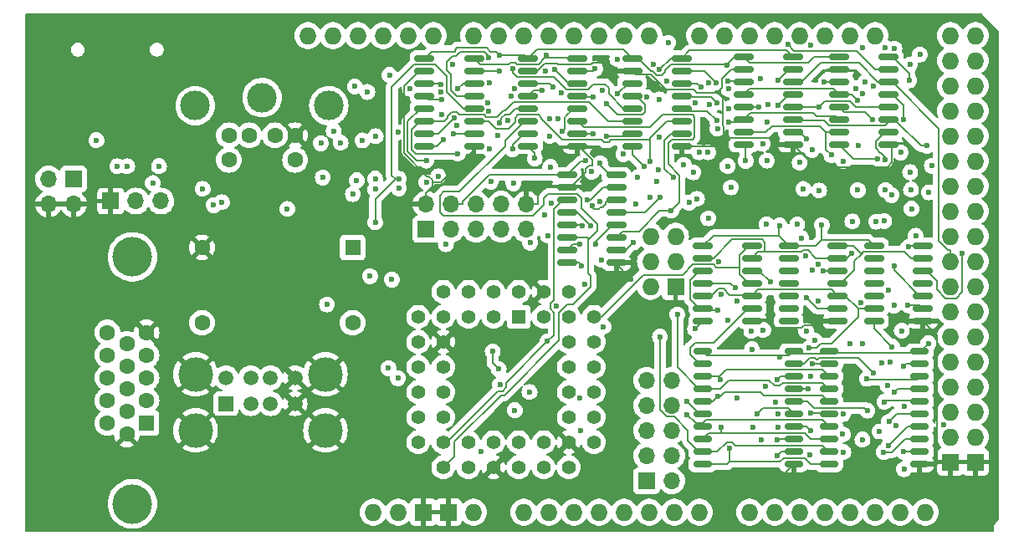
<source format=gbr>
%TF.GenerationSoftware,KiCad,Pcbnew,8.0.8+dfsg-1*%
%TF.CreationDate,2025-07-24T05:24:10-04:00*%
%TF.ProjectId,VGA_SRAM_SHIELD_DB_MULTIPLEX,5647415f-5352-4414-9d5f-534849454c44,rev?*%
%TF.SameCoordinates,Original*%
%TF.FileFunction,Copper,L6,Bot*%
%TF.FilePolarity,Positive*%
%FSLAX46Y46*%
G04 Gerber Fmt 4.6, Leading zero omitted, Abs format (unit mm)*
G04 Created by KiCad (PCBNEW 8.0.8+dfsg-1) date 2025-07-24 05:24:10*
%MOMM*%
%LPD*%
G01*
G04 APERTURE LIST*
G04 Aperture macros list*
%AMRoundRect*
0 Rectangle with rounded corners*
0 $1 Rounding radius*
0 $2 $3 $4 $5 $6 $7 $8 $9 X,Y pos of 4 corners*
0 Add a 4 corners polygon primitive as box body*
4,1,4,$2,$3,$4,$5,$6,$7,$8,$9,$2,$3,0*
0 Add four circle primitives for the rounded corners*
1,1,$1+$1,$2,$3*
1,1,$1+$1,$4,$5*
1,1,$1+$1,$6,$7*
1,1,$1+$1,$8,$9*
0 Add four rect primitives between the rounded corners*
20,1,$1+$1,$2,$3,$4,$5,0*
20,1,$1+$1,$4,$5,$6,$7,0*
20,1,$1+$1,$6,$7,$8,$9,0*
20,1,$1+$1,$8,$9,$2,$3,0*%
G04 Aperture macros list end*
%TA.AperFunction,ComponentPad*%
%ADD10R,1.700000X1.700000*%
%TD*%
%TA.AperFunction,ComponentPad*%
%ADD11O,1.700000X1.700000*%
%TD*%
%TA.AperFunction,ComponentPad*%
%ADD12R,1.500000X1.500000*%
%TD*%
%TA.AperFunction,ComponentPad*%
%ADD13C,1.500000*%
%TD*%
%TA.AperFunction,ComponentPad*%
%ADD14C,3.500000*%
%TD*%
%TA.AperFunction,ComponentPad*%
%ADD15C,4.000000*%
%TD*%
%TA.AperFunction,ComponentPad*%
%ADD16R,1.600000X1.600000*%
%TD*%
%TA.AperFunction,ComponentPad*%
%ADD17C,1.600000*%
%TD*%
%TA.AperFunction,ComponentPad*%
%ADD18R,1.422400X1.422400*%
%TD*%
%TA.AperFunction,ComponentPad*%
%ADD19C,1.422400*%
%TD*%
%TA.AperFunction,ComponentPad*%
%ADD20O,1.727200X1.727200*%
%TD*%
%TA.AperFunction,ComponentPad*%
%ADD21R,1.727200X1.727200*%
%TD*%
%TA.AperFunction,ComponentPad*%
%ADD22C,2.990000*%
%TD*%
%TA.AperFunction,SMDPad,CuDef*%
%ADD23RoundRect,0.150000X0.825000X0.150000X-0.825000X0.150000X-0.825000X-0.150000X0.825000X-0.150000X0*%
%TD*%
%TA.AperFunction,SMDPad,CuDef*%
%ADD24RoundRect,0.150000X0.800000X0.150000X-0.800000X0.150000X-0.800000X-0.150000X0.800000X-0.150000X0*%
%TD*%
%TA.AperFunction,SMDPad,CuDef*%
%ADD25RoundRect,0.150000X0.850000X0.150000X-0.850000X0.150000X-0.850000X-0.150000X0.850000X-0.150000X0*%
%TD*%
%TA.AperFunction,ViaPad*%
%ADD26C,0.600000*%
%TD*%
%TA.AperFunction,Conductor*%
%ADD27C,0.200000*%
%TD*%
G04 APERTURE END LIST*
D10*
%TO.P,J8,1,Pin_1*%
%TO.N,GND*%
X40341200Y-42790800D03*
D11*
%TO.P,J8,2,Pin_2*%
%TO.N,Net-(J8-Pin_2)*%
X42881200Y-42790800D03*
%TO.P,J8,3,Pin_3*%
X45421200Y-42790800D03*
%TD*%
D12*
%TO.P,J1,1,VBUS1*%
%TO.N,PWR*%
X52001200Y-63300800D03*
D13*
%TO.P,J1,2,D1-*%
%TO.N,Net-(A1-D18{slash}TX1)*%
X54501200Y-63300800D03*
%TO.P,J1,3,D1+*%
%TO.N,Net-(A1-D19{slash}RX1)*%
X56501200Y-63300800D03*
%TO.P,J1,4,GND1*%
%TO.N,GND*%
X59001200Y-63300800D03*
%TO.P,J1,5,VBUS2*%
%TO.N,PWR*%
X52001200Y-60680800D03*
%TO.P,J1,6,D2-*%
%TO.N,Net-(A1-D16{slash}TX2)*%
X54501200Y-60680800D03*
%TO.P,J1,7,D2+*%
%TO.N,Net-(A1-D17{slash}RX2)*%
X56501200Y-60680800D03*
%TO.P,J1,8,GND2*%
%TO.N,GND*%
X59001200Y-60680800D03*
D14*
%TO.P,J1,9,Shield*%
X48931200Y-66010800D03*
X62071200Y-66010800D03*
X48931200Y-60330800D03*
X62071200Y-60330800D03*
%TD*%
D15*
%TO.P,J7,0*%
%TO.N,N/C*%
X42541200Y-48445800D03*
X42541200Y-73445800D03*
D16*
%TO.P,J7,1*%
%TO.N,RED*%
X43961200Y-65260800D03*
D17*
%TO.P,J7,2*%
%TO.N,GREEN*%
X43961200Y-62970800D03*
%TO.P,J7,3*%
%TO.N,BLUE*%
X43961200Y-60680800D03*
%TO.P,J7,4*%
%TO.N,unconnected-(J7-Pad4)*%
X43961200Y-58390800D03*
%TO.P,J7,5*%
%TO.N,GND*%
X43961200Y-56100800D03*
%TO.P,J7,6*%
X41981200Y-66405800D03*
%TO.P,J7,7*%
X41981200Y-64115800D03*
%TO.P,J7,8*%
X41981200Y-61825800D03*
%TO.P,J7,9*%
%TO.N,unconnected-(J7-Pad9)*%
X41981200Y-59535800D03*
%TO.P,J7,10*%
%TO.N,GND*%
X41981200Y-57245800D03*
%TO.P,J7,11*%
%TO.N,unconnected-(J7-Pad11)*%
X40001200Y-65260800D03*
%TO.P,J7,12*%
%TO.N,unconnected-(J7-Pad12)*%
X40001200Y-62970800D03*
%TO.P,J7,13*%
%TO.N,Net-(J7-Pad13)*%
X40001200Y-60680800D03*
%TO.P,J7,14*%
%TO.N,Net-(J7-Pad14)*%
X40001200Y-58390800D03*
%TO.P,J7,15*%
%TO.N,unconnected-(J7-Pad15)*%
X40001200Y-56100800D03*
%TD*%
D18*
%TO.P,U4,1,1*%
%TO.N,READY*%
X81621200Y-54510800D03*
D19*
%TO.P,U4,2,2*%
%TO.N,Net-(X1-OUT)*%
X79081200Y-51970800D03*
%TO.P,U4,3,3*%
%TO.N,PWR*%
X79081200Y-54510800D03*
%TO.P,U4,4,4*%
%TO.N,COUNTER_MEMADDR0*%
X76541200Y-51970800D03*
%TO.P,U4,5,5*%
%TO.N,COUNTER_MEMADDR1*%
X76541200Y-54510800D03*
%TO.P,U4,6,6*%
%TO.N,COUNTER_MEMADDR2*%
X74001200Y-51970800D03*
%TO.P,U4,7,7*%
%TO.N,TDI*%
X71461200Y-54510800D03*
%TO.P,U4,8,8*%
%TO.N,COUNTER_MEMADDR3*%
X74001200Y-54510800D03*
%TO.P,U4,9,9*%
%TO.N,COUNTER_MEMADDR4*%
X71461200Y-57050800D03*
%TO.P,U4,10,10*%
%TO.N,GND*%
X74001200Y-57050800D03*
%TO.P,U4,11,11*%
%TO.N,COUNTER_MEMADDR5*%
X71461200Y-59590800D03*
%TO.P,U4,12,12*%
%TO.N,COUNTER_MEMADDR6*%
X74001200Y-59590800D03*
%TO.P,U4,13,13*%
%TO.N,TMS*%
X71461200Y-62130800D03*
%TO.P,U4,14,14*%
%TO.N,COUNTER_MEMADDR7*%
X74001200Y-62130800D03*
%TO.P,U4,15,15*%
%TO.N,PWR*%
X71461200Y-64670800D03*
%TO.P,U4,16,16*%
%TO.N,COUNTER_MEMADDR8*%
X74001200Y-64670800D03*
%TO.P,U4,17,17*%
%TO.N,COUNTER_MEMADDR9*%
X71461200Y-67210800D03*
%TO.P,U4,18,18*%
%TO.N,COUNTER_MEMADDR10*%
X74001200Y-69750800D03*
%TO.P,U4,19,19*%
%TO.N,COUNTER_MEMADDR11*%
X74001200Y-67210800D03*
%TO.P,U4,20,20*%
%TO.N,COUNTER_MEMADDR12*%
X76541200Y-69750800D03*
%TO.P,U4,21,21*%
%TO.N,COUNTER_MEMADDR13*%
X76541200Y-67210800D03*
%TO.P,U4,22,22*%
%TO.N,GND*%
X79081200Y-69750800D03*
%TO.P,U4,23,23*%
%TO.N,PWR*%
X79081200Y-67210800D03*
%TO.P,U4,24,24*%
%TO.N,COUNTER_MEMADDR14*%
X81621200Y-69750800D03*
%TO.P,U4,25,25*%
%TO.N,COUNTER_MEMADDR15*%
X81621200Y-67210800D03*
%TO.P,U4,26,26*%
%TO.N,COUNTER_MEMADDR16*%
X84161200Y-69750800D03*
%TO.P,U4,27,27*%
%TO.N,COUNTER_MEMADDR17*%
X84161200Y-67210800D03*
%TO.P,U4,28,28*%
%TO.N,COUNTER_MEMADDR18*%
X86701200Y-69750800D03*
%TO.P,U4,29,29*%
%TO.N,COUNTER_MEMADDR19*%
X89241200Y-67210800D03*
%TO.P,U4,30,30*%
%TO.N,GND*%
X86701200Y-67210800D03*
%TO.P,U4,31,31*%
%TO.N,unconnected-(U4-Pad31)*%
X89241200Y-64670800D03*
%TO.P,U4,32,32*%
%TO.N,TCK*%
X86701200Y-64670800D03*
%TO.P,U4,33,33*%
%TO.N,~{H_SYNC}*%
X89241200Y-62130800D03*
%TO.P,U4,34,34*%
%TO.N,~{V_SYNC}*%
X86701200Y-62130800D03*
%TO.P,U4,35,35*%
%TO.N,PWR*%
X89241200Y-59590800D03*
%TO.P,U4,36,36*%
%TO.N,BANK_SELECT*%
X86701200Y-59590800D03*
%TO.P,U4,37,37*%
%TO.N,unconnected-(U4-Pad37)*%
X89241200Y-57050800D03*
%TO.P,U4,38,38*%
%TO.N,TDO*%
X86701200Y-57050800D03*
%TO.P,U4,39,39*%
%TO.N,~{VGA_OUT}*%
X89241200Y-54510800D03*
%TO.P,U4,40,40*%
%TO.N,unconnected-(U4-Pad40)*%
X86701200Y-51970800D03*
%TO.P,U4,41,41*%
%TO.N,unconnected-(U4-Pad41)*%
X86701200Y-54510800D03*
%TO.P,U4,42,42*%
%TO.N,GND*%
X84161200Y-51970800D03*
%TO.P,U4,43,43*%
%TO.N,unconnected-(U4-Pad43)*%
X84161200Y-54510800D03*
%TO.P,U4,44,44*%
%TO.N,unconnected-(U4-Pad44)*%
X81621200Y-51970800D03*
%TD*%
D20*
%TO.P,A1,3V3,3.3V*%
%TO.N,3.3V*%
X66896400Y-74291800D03*
%TO.P,A1,5V1,5V*%
%TO.N,5V*%
X69436400Y-74291800D03*
%TO.P,A1,5V2,SPI_5V*%
X97503400Y-46351800D03*
%TO.P,A1,5V3,5V*%
X125316400Y-26031800D03*
%TO.P,A1,5V4,5V*%
X127856400Y-26031800D03*
%TO.P,A1,A0,A0*%
%TO.N,Net-(J2-Pin_2)*%
X82136400Y-74291800D03*
%TO.P,A1,A1,A1*%
%TO.N,Net-(J2-Pin_3)*%
X84676400Y-74291800D03*
%TO.P,A1,A2,A2*%
%TO.N,Net-(J2-Pin_4)*%
X87216400Y-74291800D03*
%TO.P,A1,A3,A3*%
%TO.N,Net-(J2-Pin_5)*%
X89756400Y-74291800D03*
%TO.P,A1,A4,A4*%
%TO.N,Net-(J2-Pin_9)*%
X92296400Y-74291800D03*
%TO.P,A1,A5,A5*%
%TO.N,Net-(J2-Pin_8)*%
X94836400Y-74291800D03*
%TO.P,A1,A6,A6*%
%TO.N,Net-(J2-Pin_7)*%
X97376400Y-74291800D03*
%TO.P,A1,A7,A7*%
%TO.N,Net-(J2-Pin_6)*%
X99916400Y-74291800D03*
%TO.P,A1,A8,A8*%
%TO.N,DATA11*%
X104996400Y-74291800D03*
%TO.P,A1,A9,A9*%
%TO.N,DATA12*%
X107536400Y-74291800D03*
%TO.P,A1,A10,A10*%
%TO.N,DATA13*%
X110076400Y-74291800D03*
%TO.P,A1,A11,A11*%
%TO.N,DATA14*%
X112616400Y-74291800D03*
%TO.P,A1,CANR,CANRX*%
%TO.N,unconnected-(A1-CANRX-PadCANR)*%
X120236400Y-74291800D03*
%TO.P,A1,CANT,CANTX*%
%TO.N,unconnected-(A1-CANTX-PadCANT)*%
X122776400Y-74291800D03*
%TO.P,A1,D0,D0/RX0*%
%TO.N,unconnected-(A1-D0{slash}RX0-PadD0)*%
X94836400Y-26031800D03*
%TO.P,A1,D1,D1/TX0*%
%TO.N,unconnected-(A1-D1{slash}TX0-PadD1)*%
X92296400Y-26031800D03*
%TO.P,A1,D2,D2*%
%TO.N,/MCU OE*%
X89756400Y-26031800D03*
%TO.P,A1,D3,D3*%
%TO.N,/MCU CE*%
X87216400Y-26031800D03*
%TO.P,A1,D4,D4_CS1*%
%TO.N,/MCU WE*%
X84676400Y-26031800D03*
%TO.P,A1,D5,D5*%
%TO.N,BANK_SELECT*%
X82136400Y-26031800D03*
%TO.P,A1,D6,D6*%
%TO.N,Net-(A1-PadD6)*%
X79596400Y-26031800D03*
%TO.P,A1,D7,D7*%
%TO.N,Net-(A1-PadD7)*%
X77056400Y-26031800D03*
%TO.P,A1,D8,D8*%
%TO.N,unconnected-(A1-PadD8)*%
X72992400Y-26031800D03*
%TO.P,A1,D9,D9*%
%TO.N,unconnected-(A1-PadD9)*%
X70452400Y-26031800D03*
%TO.P,A1,D10,D10_CS0*%
%TO.N,/SD_CS*%
X67912400Y-26031800D03*
%TO.P,A1,D11,D11*%
%TO.N,MCUMEMADDR7*%
X65372400Y-26031800D03*
%TO.P,A1,D12,D12*%
%TO.N,MCUMEMADDR8*%
X62832400Y-26031800D03*
%TO.P,A1,D13,D13*%
%TO.N,unconnected-(A1-PadD13)*%
X60292400Y-26031800D03*
%TO.P,A1,D14,D14/TX3*%
%TO.N,MCUMEMADDR4*%
X99916400Y-26031800D03*
%TO.P,A1,D15,D15/RX3*%
%TO.N,MCUMEMADDR5*%
X102456400Y-26031800D03*
%TO.P,A1,D16,D16/TX2*%
%TO.N,Net-(A1-D16{slash}TX2)*%
X104996400Y-26031800D03*
%TO.P,A1,D17,D17/RX2*%
%TO.N,Net-(A1-D17{slash}RX2)*%
X107536400Y-26031800D03*
%TO.P,A1,D18,D18/TX1*%
%TO.N,Net-(A1-D18{slash}TX1)*%
X110076400Y-26031800D03*
%TO.P,A1,D19,D19/RX1*%
%TO.N,Net-(A1-D19{slash}RX1)*%
X112616400Y-26031800D03*
%TO.P,A1,D20,D20/SDA*%
%TO.N,unconnected-(A1-D20{slash}SDA-PadD20)*%
X115156400Y-26031800D03*
%TO.P,A1,D21,D21/SCL*%
%TO.N,unconnected-(A1-D21{slash}SCL-PadD21)*%
X117696400Y-26031800D03*
%TO.P,A1,D22,D22*%
%TO.N,unconnected-(A1-PadD22)*%
X125316400Y-28571800D03*
%TO.P,A1,D23,D23*%
%TO.N,unconnected-(A1-PadD23)*%
X127856400Y-28571800D03*
%TO.P,A1,D24,D24*%
%TO.N,unconnected-(A1-PadD24)*%
X125316400Y-31111800D03*
%TO.P,A1,D25,D25*%
%TO.N,MCUMEMADDR0*%
X127856400Y-31111800D03*
%TO.P,A1,D26,D26*%
%TO.N,MCUMEMADDR1*%
X125316400Y-33651800D03*
%TO.P,A1,D27,D27*%
%TO.N,MCUMEMADDR2*%
X127856400Y-33651800D03*
%TO.P,A1,D28,D28*%
%TO.N,MCUMEMADDR3*%
X125316400Y-36191800D03*
%TO.P,A1,D29,D29*%
%TO.N,MCUMEMADDR6*%
X127856400Y-36191800D03*
%TO.P,A1,D30,D30*%
%TO.N,MCUMEMADDR9*%
X125316400Y-38731800D03*
%TO.P,A1,D31,D31*%
%TO.N,READY*%
X127856400Y-38731800D03*
%TO.P,A1,D32,D32*%
%TO.N,MCUMEMADDR10*%
X125316400Y-41271800D03*
%TO.P,A1,D33,D33*%
%TO.N,MCUMEMADDR11*%
X127856400Y-41271800D03*
%TO.P,A1,D34,D34*%
%TO.N,MCUMEMADDR12*%
X125316400Y-43811800D03*
%TO.P,A1,D35,D35*%
%TO.N,MCUMEMADDR13*%
X127856400Y-43811800D03*
%TO.P,A1,D36,D36*%
%TO.N,MCUMEMADDR14*%
X125316400Y-46351800D03*
%TO.P,A1,D37,D37*%
%TO.N,MCUMEMADDR15*%
X127856400Y-46351800D03*
%TO.P,A1,D38,D38*%
%TO.N,MCUMEMADDR16*%
X125316400Y-48891800D03*
%TO.P,A1,D39,D39*%
%TO.N,MCUMEMADDR17*%
X127856400Y-48891800D03*
%TO.P,A1,D40,D40*%
%TO.N,MCUMEMADDR18*%
X125316400Y-51431800D03*
%TO.P,A1,D41,D41*%
%TO.N,MCUMEMADDR19*%
X127856400Y-51431800D03*
%TO.P,A1,D42,D42*%
%TO.N,/PS2_DAT*%
X125316400Y-53971800D03*
%TO.P,A1,D43,D43*%
%TO.N,/PS2_CLK*%
X127856400Y-53971800D03*
%TO.P,A1,D44,D44*%
%TO.N,DATA7*%
X125316400Y-56511800D03*
%TO.P,A1,D45,D45*%
%TO.N,DATA6*%
X127856400Y-56511800D03*
%TO.P,A1,D46,D46*%
%TO.N,DATA5*%
X125316400Y-59051800D03*
%TO.P,A1,D47,D47*%
%TO.N,DATA4*%
X127856400Y-59051800D03*
%TO.P,A1,D48,D48*%
%TO.N,DATA3*%
X125316400Y-61591800D03*
%TO.P,A1,D49,D49*%
%TO.N,DATA2*%
X127856400Y-61591800D03*
%TO.P,A1,D50,D50*%
%TO.N,DATA1*%
X125316400Y-64131800D03*
%TO.P,A1,D51,D51*%
%TO.N,DATA0*%
X127856400Y-64131800D03*
%TO.P,A1,D52,D52_CS2*%
%TO.N,DATA15*%
X125316400Y-66671800D03*
%TO.P,A1,D53,D53*%
%TO.N,DATA8*%
X127856400Y-66671800D03*
%TO.P,A1,DAC0,DAC0*%
%TO.N,DATA9*%
X115156400Y-74291800D03*
%TO.P,A1,DAC1,DAC1*%
%TO.N,DATA10*%
X117696400Y-74291800D03*
D21*
%TO.P,A1,GND2,GND*%
%TO.N,GND*%
X71976400Y-74291800D03*
%TO.P,A1,GND3,GND*%
X74516400Y-74291800D03*
%TO.P,A1,GND4,SPI_GND*%
X97503400Y-51431800D03*
%TO.P,A1,GND5,GND*%
X125316400Y-69211800D03*
%TO.P,A1,GND6,GND*%
X127856400Y-69211800D03*
D20*
%TO.P,A1,MISO,SPI_MISO*%
%TO.N,Net-(A1-SPI_MISO)*%
X94963400Y-46351800D03*
%TO.P,A1,MOSI,SPI_MOSI*%
%TO.N,Net-(A1-SPI_MOSI)*%
X97503400Y-48891800D03*
%TO.P,A1,RST2,SPI_RESET*%
%TO.N,unconnected-(A1-SPI_RESET-PadRST2)*%
X94963400Y-51431800D03*
%TO.P,A1,SCK,SPI_SCK*%
%TO.N,Net-(A1-SPI_SCK)*%
X94963400Y-48891800D03*
%TO.P,A1,VIN,VIN*%
%TO.N,PWR*%
X77056400Y-74291800D03*
%TD*%
D17*
%TO.P,J3,1*%
%TO.N,/PS2_DAT*%
X56951200Y-36130800D03*
%TO.P,J3,2*%
%TO.N,unconnected-(J3-Pad2)*%
X54351200Y-36130800D03*
%TO.P,J3,3*%
%TO.N,GND*%
X59001200Y-36130800D03*
%TO.P,J3,4*%
%TO.N,PWR*%
X52301200Y-36130800D03*
%TO.P,J3,5*%
%TO.N,/PS2_CLK*%
X59001200Y-38620800D03*
%TO.P,J3,6*%
%TO.N,unconnected-(J3-Pad6)*%
X52301200Y-38620800D03*
D22*
%TO.P,J3,7*%
%TO.N,N/C*%
X48891200Y-33130800D03*
%TO.P,J3,8*%
X55651200Y-32320800D03*
%TO.P,J3,9*%
X62411200Y-33130800D03*
%TD*%
D16*
%TO.P,X1,1,NC*%
%TO.N,unconnected-(X1-NC-Pad1)*%
X64821200Y-47490800D03*
D17*
%TO.P,X1,7,GND*%
%TO.N,GND*%
X49581200Y-47490800D03*
%TO.P,X1,8,OUT*%
%TO.N,Net-(X1-OUT)*%
X49581200Y-55110800D03*
%TO.P,X1,14,Vcc*%
%TO.N,PWR*%
X64821200Y-55110800D03*
%TD*%
D10*
%TO.P,J2,1,Pin_1*%
%TO.N,PWR*%
X94561200Y-71100800D03*
D11*
%TO.P,J2,2,Pin_2*%
%TO.N,Net-(J2-Pin_2)*%
X97101200Y-71100800D03*
%TO.P,J2,3,Pin_3*%
%TO.N,Net-(J2-Pin_3)*%
X94561200Y-68560800D03*
%TO.P,J2,4,Pin_4*%
%TO.N,Net-(J2-Pin_4)*%
X97101200Y-68560800D03*
%TO.P,J2,5,Pin_5*%
%TO.N,Net-(J2-Pin_5)*%
X94561200Y-66020800D03*
%TO.P,J2,6,Pin_6*%
%TO.N,Net-(J2-Pin_6)*%
X97101200Y-66020800D03*
%TO.P,J2,7,Pin_7*%
%TO.N,Net-(J2-Pin_7)*%
X94561200Y-63480800D03*
%TO.P,J2,8,Pin_8*%
%TO.N,Net-(J2-Pin_8)*%
X97101200Y-63480800D03*
%TO.P,J2,9,Pin_9*%
%TO.N,Net-(J2-Pin_9)*%
X94561200Y-60940800D03*
%TO.P,J2,10,Pin_10*%
%TO.N,GND*%
X97101200Y-60940800D03*
%TD*%
D10*
%TO.P,J4,1,Pin_1*%
%TO.N,PWR*%
X36571200Y-40540800D03*
D11*
%TO.P,J4,2,Pin_2*%
X34031200Y-40540800D03*
%TO.P,J4,3,Pin_3*%
%TO.N,GND*%
X36571200Y-43080800D03*
%TO.P,J4,4,Pin_4*%
X34031200Y-43080800D03*
%TD*%
D23*
%TO.P,U13,1*%
%TO.N,~{VGA_OUT}*%
X105241200Y-47310800D03*
%TO.P,U13,2*%
%TO.N,~{COUNTER_BANK1}*%
X105241200Y-48580800D03*
%TO.P,U13,3*%
%TO.N,~{VGA_OUT 1}*%
X105241200Y-49850800D03*
%TO.P,U13,4*%
%TO.N,~{VGA_OUT}*%
X105241200Y-51120800D03*
%TO.P,U13,5*%
%TO.N,BANK_SELECT*%
X105241200Y-52390800D03*
%TO.P,U13,6*%
%TO.N,~{VGA_OUT 2}*%
X105241200Y-53660800D03*
%TO.P,U13,7,GND*%
%TO.N,GND*%
X105241200Y-54930800D03*
%TO.P,U13,8*%
%TO.N,~{WE_BANK1}*%
X100291200Y-54930800D03*
%TO.P,U13,9*%
%TO.N,~{MCU_WE}*%
X100291200Y-53660800D03*
%TO.P,U13,10*%
%TO.N,BANK_SELECT*%
X100291200Y-52390800D03*
%TO.P,U13,11*%
%TO.N,~{WE_BANK2}*%
X100291200Y-51120800D03*
%TO.P,U13,12*%
%TO.N,~{MCU_WE}*%
X100291200Y-49850800D03*
%TO.P,U13,13*%
%TO.N,~{COUNTER_BANK1}*%
X100291200Y-48580800D03*
%TO.P,U13,14,VCC*%
%TO.N,PWR*%
X100291200Y-47310800D03*
%TD*%
%TO.P,U12,1*%
%TO.N,~{MCU_OE}*%
X113911200Y-47310800D03*
%TO.P,U12,2*%
%TO.N,~{COUNTER_BANK1}*%
X113911200Y-48580800D03*
%TO.P,U12,3*%
%TO.N,~{OE_BANK1}*%
X113911200Y-49850800D03*
%TO.P,U12,4*%
%TO.N,~{MCU_OE}*%
X113911200Y-51120800D03*
%TO.P,U12,5*%
%TO.N,BANK_SELECT*%
X113911200Y-52390800D03*
%TO.P,U12,6*%
%TO.N,~{OE_BANK2}*%
X113911200Y-53660800D03*
%TO.P,U12,7,GND*%
%TO.N,GND*%
X113911200Y-54930800D03*
%TO.P,U12,8*%
%TO.N,N/C*%
X108961200Y-54930800D03*
%TO.P,U12,9*%
X108961200Y-53660800D03*
%TO.P,U12,10*%
X108961200Y-52390800D03*
%TO.P,U12,11*%
X108961200Y-51120800D03*
%TO.P,U12,12*%
X108961200Y-49850800D03*
%TO.P,U12,13*%
X108961200Y-48580800D03*
%TO.P,U12,14,VCC*%
%TO.N,PWR*%
X108961200Y-47310800D03*
%TD*%
D24*
%TO.P,U21,1,A->B*%
%TO.N,PWR*%
X122201200Y-58000800D03*
%TO.P,U21,2,A0*%
%TO.N,DATA_BANK10*%
X122201200Y-59270800D03*
%TO.P,U21,3,A1*%
%TO.N,DATA_BANK11*%
X122201200Y-60540800D03*
%TO.P,U21,4,A2*%
%TO.N,DATA_BANK12*%
X122201200Y-61810800D03*
%TO.P,U21,5,A3*%
%TO.N,DATA_BANK13*%
X122201200Y-63080800D03*
%TO.P,U21,6,A4*%
%TO.N,DATA_BANK14*%
X122201200Y-64350800D03*
%TO.P,U21,7,A5*%
%TO.N,DATA_BANK15*%
X122201200Y-65620800D03*
%TO.P,U21,8,A6*%
%TO.N,DATA_BANK16*%
X122201200Y-66890800D03*
%TO.P,U21,9,A7*%
%TO.N,DATA_BANK17*%
X122201200Y-68160800D03*
%TO.P,U21,10,GND*%
%TO.N,GND*%
X122201200Y-69430800D03*
%TO.P,U21,11,B7*%
%TO.N,Net-(U21-B7)*%
X113001200Y-69430800D03*
%TO.P,U21,12,B6*%
%TO.N,Net-(U21-B6)*%
X113001200Y-68160800D03*
%TO.P,U21,13,B5*%
%TO.N,Net-(U21-B5)*%
X113001200Y-66890800D03*
%TO.P,U21,14,B4*%
%TO.N,Net-(U21-B4)*%
X113001200Y-65620800D03*
%TO.P,U21,15,B3*%
%TO.N,Net-(U21-B3)*%
X113001200Y-64350800D03*
%TO.P,U21,16,B2*%
%TO.N,Net-(U21-B2)*%
X113001200Y-63080800D03*
%TO.P,U21,17,B1*%
%TO.N,Net-(U21-B1)*%
X113001200Y-61810800D03*
%TO.P,U21,18,B0*%
%TO.N,Net-(U21-B0)*%
X113001200Y-60540800D03*
%TO.P,U21,19,CE*%
%TO.N,~{VGA_OUT 1}*%
X113001200Y-59270800D03*
%TO.P,U21,20,VCC*%
%TO.N,PWR*%
X113001200Y-58000800D03*
%TD*%
D25*
%TO.P,U31,1,S*%
%TO.N,BANK_SELECT*%
X98101200Y-28320800D03*
%TO.P,U31,2,I0a*%
%TO.N,COUNTER_MEMADDR12*%
X98101200Y-29590800D03*
%TO.P,U31,3,I1a*%
%TO.N,MCUMEMADDR12*%
X98101200Y-30860800D03*
%TO.P,U31,4,Za*%
%TO.N,MEMADDR_BANK212*%
X98101200Y-32130800D03*
%TO.P,U31,5,I0b*%
%TO.N,COUNTER_MEMADDR13*%
X98101200Y-33400800D03*
%TO.P,U31,6,I1b*%
%TO.N,MCUMEMADDR13*%
X98101200Y-34670800D03*
%TO.P,U31,7,Zb*%
%TO.N,MEMADDR_BANK213*%
X98101200Y-35940800D03*
%TO.P,U31,8,GND*%
%TO.N,GND*%
X98101200Y-37210800D03*
%TO.P,U31,9,Zc*%
%TO.N,MEMADDR_BANK214*%
X93101200Y-37210800D03*
%TO.P,U31,10,I1c*%
%TO.N,MCUMEMADDR14*%
X93101200Y-35940800D03*
%TO.P,U31,11,I0c*%
%TO.N,COUNTER_MEMADDR14*%
X93101200Y-34670800D03*
%TO.P,U31,12,Zd*%
%TO.N,MEMADDR_BANK215*%
X93101200Y-33400800D03*
%TO.P,U31,13,I1d*%
%TO.N,MCUMEMADDR15*%
X93101200Y-32130800D03*
%TO.P,U31,14,I0d*%
%TO.N,COUNTER_MEMADDR15*%
X93101200Y-30860800D03*
%TO.P,U31,15,E*%
%TO.N,GND*%
X93101200Y-29590800D03*
%TO.P,U31,16,VCC*%
%TO.N,PWR*%
X93101200Y-28320800D03*
%TD*%
%TO.P,U30,1,S*%
%TO.N,BANK_SELECT*%
X91501200Y-40150800D03*
%TO.P,U30,2,I0a*%
%TO.N,COUNTER_MEMADDR8*%
X91501200Y-41420800D03*
%TO.P,U30,3,I1a*%
%TO.N,MCUMEMADDR8*%
X91501200Y-42690800D03*
%TO.P,U30,4,Za*%
%TO.N,MEMADDR_BANK28*%
X91501200Y-43960800D03*
%TO.P,U30,5,I0b*%
%TO.N,COUNTER_MEMADDR9*%
X91501200Y-45230800D03*
%TO.P,U30,6,I1b*%
%TO.N,MCUMEMADDR9*%
X91501200Y-46500800D03*
%TO.P,U30,7,Zb*%
%TO.N,MEMADDR_BANK29*%
X91501200Y-47770800D03*
%TO.P,U30,8,GND*%
%TO.N,GND*%
X91501200Y-49040800D03*
%TO.P,U30,9,Zc*%
%TO.N,MEMADDR_BANK210*%
X86501200Y-49040800D03*
%TO.P,U30,10,I1c*%
%TO.N,MCUMEMADDR10*%
X86501200Y-47770800D03*
%TO.P,U30,11,I0c*%
%TO.N,COUNTER_MEMADDR10*%
X86501200Y-46500800D03*
%TO.P,U30,12,Zd*%
%TO.N,MEMADDR_BANK211*%
X86501200Y-45230800D03*
%TO.P,U30,13,I1d*%
%TO.N,MCUMEMADDR11*%
X86501200Y-43960800D03*
%TO.P,U30,14,I0d*%
%TO.N,COUNTER_MEMADDR11*%
X86501200Y-42690800D03*
%TO.P,U30,15,E*%
%TO.N,GND*%
X86501200Y-41420800D03*
%TO.P,U30,16,VCC*%
%TO.N,PWR*%
X86501200Y-40150800D03*
%TD*%
%TO.P,U32,1,S*%
%TO.N,BANK_SELECT*%
X109401200Y-28190800D03*
%TO.P,U32,2,I0a*%
%TO.N,COUNTER_MEMADDR16*%
X109401200Y-29460800D03*
%TO.P,U32,3,I1a*%
%TO.N,MCUMEMADDR16*%
X109401200Y-30730800D03*
%TO.P,U32,4,Za*%
%TO.N,MEMADDR_BANK216*%
X109401200Y-32000800D03*
%TO.P,U32,5,I0b*%
%TO.N,COUNTER_MEMADDR17*%
X109401200Y-33270800D03*
%TO.P,U32,6,I1b*%
%TO.N,MCUMEMADDR17*%
X109401200Y-34540800D03*
%TO.P,U32,7,Zb*%
%TO.N,MEMADDR_BANK217*%
X109401200Y-35810800D03*
%TO.P,U32,8,GND*%
%TO.N,GND*%
X109401200Y-37080800D03*
%TO.P,U32,9,Zc*%
%TO.N,MEMADDR_BANK218*%
X104401200Y-37080800D03*
%TO.P,U32,10,I1c*%
%TO.N,MCUMEMADDR18*%
X104401200Y-35810800D03*
%TO.P,U32,11,I0c*%
%TO.N,COUNTER_MEMADDR18*%
X104401200Y-34540800D03*
%TO.P,U32,12,Zd*%
%TO.N,MEMADDR_BANK219*%
X104401200Y-33270800D03*
%TO.P,U32,13,I1d*%
%TO.N,MCUMEMADDR19*%
X104401200Y-32000800D03*
%TO.P,U32,14,I0d*%
%TO.N,COUNTER_MEMADDR19*%
X104401200Y-30730800D03*
%TO.P,U32,15,E*%
%TO.N,GND*%
X104401200Y-29460800D03*
%TO.P,U32,16,VCC*%
%TO.N,PWR*%
X104401200Y-28190800D03*
%TD*%
%TO.P,U25,1,S*%
%TO.N,~{COUNTER_BANK1}*%
X87576200Y-28320800D03*
%TO.P,U25,2,I0a*%
%TO.N,COUNTER_MEMADDR8*%
X87576200Y-29590800D03*
%TO.P,U25,3,I1a*%
%TO.N,MCUMEMADDR8*%
X87576200Y-30860800D03*
%TO.P,U25,4,Za*%
%TO.N,MEMADDR_BANK18*%
X87576200Y-32130800D03*
%TO.P,U25,5,I0b*%
%TO.N,COUNTER_MEMADDR9*%
X87576200Y-33400800D03*
%TO.P,U25,6,I1b*%
%TO.N,MCUMEMADDR9*%
X87576200Y-34670800D03*
%TO.P,U25,7,Zb*%
%TO.N,MEMADDR_BANK19*%
X87576200Y-35940800D03*
%TO.P,U25,8,GND*%
%TO.N,GND*%
X87576200Y-37210800D03*
%TO.P,U25,9,Zc*%
%TO.N,MEMADDR_BANK110*%
X82576200Y-37210800D03*
%TO.P,U25,10,I1c*%
%TO.N,MCUMEMADDR10*%
X82576200Y-35940800D03*
%TO.P,U25,11,I0c*%
%TO.N,COUNTER_MEMADDR10*%
X82576200Y-34670800D03*
%TO.P,U25,12,Zd*%
%TO.N,MEMADDR_BANK111*%
X82576200Y-33400800D03*
%TO.P,U25,13,I1d*%
%TO.N,MCUMEMADDR11*%
X82576200Y-32130800D03*
%TO.P,U25,14,I0d*%
%TO.N,COUNTER_MEMADDR11*%
X82576200Y-30860800D03*
%TO.P,U25,15,E*%
%TO.N,GND*%
X82576200Y-29590800D03*
%TO.P,U25,16,VCC*%
%TO.N,PWR*%
X82576200Y-28320800D03*
%TD*%
%TO.P,U26,1,S*%
%TO.N,~{COUNTER_BANK1}*%
X77101200Y-28320800D03*
%TO.P,U26,2,I0a*%
%TO.N,COUNTER_MEMADDR12*%
X77101200Y-29590800D03*
%TO.P,U26,3,I1a*%
%TO.N,MCUMEMADDR12*%
X77101200Y-30860800D03*
%TO.P,U26,4,Za*%
%TO.N,MEMADDR_BANK112*%
X77101200Y-32130800D03*
%TO.P,U26,5,I0b*%
%TO.N,COUNTER_MEMADDR13*%
X77101200Y-33400800D03*
%TO.P,U26,6,I1b*%
%TO.N,MCUMEMADDR13*%
X77101200Y-34670800D03*
%TO.P,U26,7,Zb*%
%TO.N,MEMADDR_BANK113*%
X77101200Y-35940800D03*
%TO.P,U26,8,GND*%
%TO.N,GND*%
X77101200Y-37210800D03*
%TO.P,U26,9,Zc*%
%TO.N,MEMADDR_BANK114*%
X72101200Y-37210800D03*
%TO.P,U26,10,I1c*%
%TO.N,MCUMEMADDR14*%
X72101200Y-35940800D03*
%TO.P,U26,11,I0c*%
%TO.N,COUNTER_MEMADDR14*%
X72101200Y-34670800D03*
%TO.P,U26,12,Zd*%
%TO.N,MEMADDR_BANK115*%
X72101200Y-33400800D03*
%TO.P,U26,13,I1d*%
%TO.N,MCUMEMADDR15*%
X72101200Y-32130800D03*
%TO.P,U26,14,I0d*%
%TO.N,COUNTER_MEMADDR15*%
X72101200Y-30860800D03*
%TO.P,U26,15,E*%
%TO.N,GND*%
X72101200Y-29590800D03*
%TO.P,U26,16,VCC*%
%TO.N,PWR*%
X72101200Y-28320800D03*
%TD*%
D10*
%TO.P,J5,1,Pin_1*%
%TO.N,TCK*%
X72241200Y-45650800D03*
D11*
%TO.P,J5,2,Pin_2*%
%TO.N,GND*%
X72241200Y-43110800D03*
%TO.P,J5,3,Pin_3*%
%TO.N,TDO*%
X74781200Y-45650800D03*
%TO.P,J5,4,Pin_4*%
%TO.N,PWR*%
X74781200Y-43110800D03*
%TO.P,J5,5,Pin_5*%
%TO.N,TMS*%
X77321200Y-45650800D03*
%TO.P,J5,6,Pin_6*%
%TO.N,unconnected-(J5-Pin_6-Pad6)*%
X77321200Y-43110800D03*
%TO.P,J5,7,Pin_7*%
%TO.N,unconnected-(J5-Pin_7-Pad7)*%
X79861200Y-45650800D03*
%TO.P,J5,8,Pin_8*%
%TO.N,unconnected-(J5-Pin_8-Pad8)*%
X79861200Y-43110800D03*
%TO.P,J5,9,Pin_9*%
%TO.N,TDI*%
X82401200Y-45650800D03*
%TO.P,J5,10,Pin_10*%
%TO.N,GND*%
X82401200Y-43110800D03*
%TD*%
D25*
%TO.P,U27,1,S*%
%TO.N,~{COUNTER_BANK1}*%
X119051200Y-28180800D03*
%TO.P,U27,2,I0a*%
%TO.N,COUNTER_MEMADDR16*%
X119051200Y-29450800D03*
%TO.P,U27,3,I1a*%
%TO.N,MCUMEMADDR16*%
X119051200Y-30720800D03*
%TO.P,U27,4,Za*%
%TO.N,MEMADDR_BANK116*%
X119051200Y-31990800D03*
%TO.P,U27,5,I0b*%
%TO.N,COUNTER_MEMADDR17*%
X119051200Y-33260800D03*
%TO.P,U27,6,I1b*%
%TO.N,MCUMEMADDR17*%
X119051200Y-34530800D03*
%TO.P,U27,7,Zb*%
%TO.N,MEMADDR_BANK117*%
X119051200Y-35800800D03*
%TO.P,U27,8,GND*%
%TO.N,GND*%
X119051200Y-37070800D03*
%TO.P,U27,9,Zc*%
%TO.N,MEMADDR_BANK118*%
X114051200Y-37070800D03*
%TO.P,U27,10,I1c*%
%TO.N,MCUMEMADDR18*%
X114051200Y-35800800D03*
%TO.P,U27,11,I0c*%
%TO.N,COUNTER_MEMADDR18*%
X114051200Y-34530800D03*
%TO.P,U27,12,Zd*%
%TO.N,MEMADDR_BANK119*%
X114051200Y-33260800D03*
%TO.P,U27,13,I1d*%
%TO.N,MCUMEMADDR19*%
X114051200Y-31990800D03*
%TO.P,U27,14,I0d*%
%TO.N,COUNTER_MEMADDR19*%
X114051200Y-30720800D03*
%TO.P,U27,15,E*%
%TO.N,GND*%
X114051200Y-29450800D03*
%TO.P,U27,16,VCC*%
%TO.N,PWR*%
X114051200Y-28180800D03*
%TD*%
D23*
%TO.P,U8,1*%
%TO.N,/MCU OE*%
X122551200Y-47310800D03*
%TO.P,U8,2*%
%TO.N,~{MCU_OE}*%
X122551200Y-48580800D03*
%TO.P,U8,3*%
%TO.N,/MCU CE*%
X122551200Y-49850800D03*
%TO.P,U8,4*%
%TO.N,~{MCU_CE}*%
X122551200Y-51120800D03*
%TO.P,U8,5*%
%TO.N,/MCU WE*%
X122551200Y-52390800D03*
%TO.P,U8,6*%
%TO.N,~{MCU_WE}*%
X122551200Y-53660800D03*
%TO.P,U8,7,GND*%
%TO.N,GND*%
X122551200Y-54930800D03*
%TO.P,U8,8*%
%TO.N,~{COUNTER_BANK1}*%
X117601200Y-54930800D03*
%TO.P,U8,9*%
%TO.N,BANK_SELECT*%
X117601200Y-53660800D03*
%TO.P,U8,10*%
%TO.N,N/C*%
X117601200Y-52390800D03*
%TO.P,U8,11*%
X117601200Y-51120800D03*
%TO.P,U8,12*%
X117601200Y-49850800D03*
%TO.P,U8,13*%
X117601200Y-48580800D03*
%TO.P,U8,14,VCC*%
%TO.N,PWR*%
X117601200Y-47310800D03*
%TD*%
D24*
%TO.P,U22,1,A->B*%
%TO.N,PWR*%
X109451200Y-58000800D03*
%TO.P,U22,2,A0*%
%TO.N,DATA_BANK20*%
X109451200Y-59270800D03*
%TO.P,U22,3,A1*%
%TO.N,DATA_BANK21*%
X109451200Y-60540800D03*
%TO.P,U22,4,A2*%
%TO.N,DATA_BANK22*%
X109451200Y-61810800D03*
%TO.P,U22,5,A3*%
%TO.N,DATA_BANK23*%
X109451200Y-63080800D03*
%TO.P,U22,6,A4*%
%TO.N,DATA_BANK24*%
X109451200Y-64350800D03*
%TO.P,U22,7,A5*%
%TO.N,DATA_BANK25*%
X109451200Y-65620800D03*
%TO.P,U22,8,A6*%
%TO.N,DATA_BANK26*%
X109451200Y-66890800D03*
%TO.P,U22,9,A7*%
%TO.N,DATA_BANK27*%
X109451200Y-68160800D03*
%TO.P,U22,10,GND*%
%TO.N,GND*%
X109451200Y-69430800D03*
%TO.P,U22,11,B7*%
%TO.N,Net-(U21-B7)*%
X100251200Y-69430800D03*
%TO.P,U22,12,B6*%
%TO.N,Net-(U21-B6)*%
X100251200Y-68160800D03*
%TO.P,U22,13,B5*%
%TO.N,Net-(U21-B5)*%
X100251200Y-66890800D03*
%TO.P,U22,14,B4*%
%TO.N,Net-(U21-B4)*%
X100251200Y-65620800D03*
%TO.P,U22,15,B3*%
%TO.N,Net-(U21-B3)*%
X100251200Y-64350800D03*
%TO.P,U22,16,B2*%
%TO.N,Net-(U21-B2)*%
X100251200Y-63080800D03*
%TO.P,U22,17,B1*%
%TO.N,Net-(U21-B1)*%
X100251200Y-61810800D03*
%TO.P,U22,18,B0*%
%TO.N,Net-(U21-B0)*%
X100251200Y-60540800D03*
%TO.P,U22,19,CE*%
%TO.N,~{VGA_OUT 2}*%
X100251200Y-59270800D03*
%TO.P,U22,20,VCC*%
%TO.N,PWR*%
X100251200Y-58000800D03*
%TD*%
D26*
%TO.N,GND*%
X49000000Y-49400000D03*
X52000000Y-54600000D03*
%TO.N,PWR*%
X79600000Y-59800000D03*
X79000000Y-58000000D03*
%TO.N,DATA_BANK22*%
X115150100Y-57207400D03*
X120647200Y-63618300D03*
X110935700Y-61822000D03*
%TO.N,Net-(A1-SPI_MISO)*%
X45222500Y-39256300D03*
%TO.N,DATA_BANK27*%
X107826900Y-68588100D03*
X120617900Y-69946800D03*
X110229500Y-46547000D03*
%TO.N,DATA_BANK20*%
X117505800Y-60193000D03*
X110727500Y-55945900D03*
%TO.N,DATA_BANK21*%
X107828400Y-60855700D03*
X118964800Y-61460400D03*
X111944400Y-52917600D03*
%TO.N,DATA_BANK23*%
X116906700Y-64005700D03*
X116441200Y-57200900D03*
%TO.N,DATA_BANK24*%
X111343000Y-49745500D03*
X105753700Y-64370800D03*
X124595400Y-65401800D03*
%TO.N,Net-(A1-SPI_SCK)*%
X42018200Y-39271800D03*
%TO.N,MCUMEMADDR13*%
X94930900Y-38758400D03*
%TO.N,MCUMEMADDR19*%
X115918400Y-32569400D03*
%TO.N,MCUMEMADDR12*%
X100051100Y-31225100D03*
X75488500Y-31380700D03*
%TO.N,MCUMEMADDR2*%
X100785300Y-37856800D03*
%TO.N,MCUMEMADDR0*%
X100815400Y-30844000D03*
%TO.N,MCUMEMADDR14*%
X123442600Y-39224700D03*
X75103700Y-34346700D03*
X90486500Y-36193900D03*
%TO.N,MCUMEMADDR11*%
X84008300Y-31578600D03*
X88885100Y-45261200D03*
X121333100Y-41625700D03*
%TO.N,MCUMEMADDR3*%
X100892800Y-33055600D03*
X78536000Y-32858900D03*
%TO.N,MCUMEMADDR9*%
X97072300Y-43755800D03*
%TO.N,MCUMEMADDR5*%
X84575900Y-46278100D03*
X84776207Y-34467877D03*
%TO.N,MCUMEMADDR6*%
X101867700Y-48898300D03*
X123140200Y-41906800D03*
X89994700Y-48733100D03*
X84760408Y-36193074D03*
%TO.N,MCUMEMADDR8*%
X85258200Y-29452800D03*
X89094900Y-43243400D03*
%TO.N,MCUMEMADDR18*%
X113275000Y-38131500D03*
%TO.N,MCUMEMADDR15*%
X120282400Y-37871600D03*
X73833200Y-32541500D03*
X90494700Y-32905300D03*
%TO.N,MCUMEMADDR7*%
X85904300Y-31808700D03*
X95616700Y-40841400D03*
X73491100Y-40285600D03*
%TO.N,MCUMEMADDR4*%
X84241404Y-44154904D03*
X93453400Y-43130100D03*
X91599100Y-28407400D03*
X81172800Y-31396400D03*
%TO.N,DATA_BANK26*%
X107830100Y-66928300D03*
X118154400Y-66116300D03*
X109816500Y-45162400D03*
%TO.N,DATA_BANK25*%
X111204500Y-66044600D03*
X119831500Y-65525000D03*
X110631900Y-48381000D03*
%TO.N,DATA_BANK17*%
X120577500Y-68184200D03*
X111109600Y-68505800D03*
X106783500Y-34779700D03*
%TO.N,DATA_BANK11*%
X116859600Y-60782500D03*
X106577400Y-61581600D03*
X110065200Y-38895300D03*
%TO.N,DATA_BANK12*%
X119650600Y-62158900D03*
X107595000Y-63121800D03*
X114493100Y-38730000D03*
%TO.N,DATA_BANK16*%
X118575900Y-68198700D03*
X106178400Y-66928300D03*
X106313800Y-36981900D03*
X105236800Y-57800000D03*
%TO.N,DATA_BANK15*%
X119064200Y-67546600D03*
X116388200Y-31891700D03*
%TO.N,DATA_BANK14*%
X119105400Y-65119300D03*
X107847100Y-65663900D03*
X115779000Y-31369100D03*
X115996400Y-37204200D03*
%TO.N,DATA_BANK10*%
X111146200Y-60544400D03*
X120577400Y-59553100D03*
X110425000Y-41562400D03*
%TO.N,DATA_BANK13*%
X118646700Y-63118800D03*
X107847100Y-64370800D03*
X112033200Y-41728200D03*
%TO.N,~{VGA_OUT 1}*%
X107091200Y-50984400D03*
X111377000Y-59270800D03*
%TO.N,MCUMEMADDR10*%
X87849500Y-47168800D03*
X80993800Y-37540000D03*
%TO.N,MCUMEMADDR17*%
X122963300Y-37204200D03*
%TO.N,MCUMEMADDR1*%
X85626200Y-34471872D03*
%TO.N,/MCU OE*%
X121057200Y-47449400D03*
X115948900Y-41683100D03*
X111598477Y-56900523D03*
%TO.N,Net-(A1-SPI_MOSI)*%
X44597700Y-40973900D03*
%TO.N,~{WE_BANK2}*%
X103533700Y-51591100D03*
%TO.N,DATA1*%
X118386300Y-59149200D03*
%TO.N,DATA5*%
X114423700Y-66406400D03*
%TO.N,~{WE_BANK1}*%
X99477500Y-55744500D03*
X111333900Y-37615900D03*
%TO.N,~{OE_BANK2}*%
X106720700Y-45158000D03*
X110726100Y-52547900D03*
%TO.N,~{OE_BANK1}*%
X112423100Y-49850800D03*
X106061200Y-30384900D03*
%TO.N,DATA3*%
X103761900Y-62770400D03*
%TO.N,Net-(A1-PadD7)*%
X64852500Y-42090254D03*
%TO.N,~{MCU_WE}*%
X121036800Y-53333800D03*
X101772500Y-53871800D03*
%TO.N,MEMADDR_BANK217*%
X119017700Y-51846800D03*
X110750400Y-36502000D03*
%TO.N,MEMADDR_BANK219*%
X105907100Y-33296600D03*
X116275100Y-53088800D03*
%TO.N,MEMADDR_BANK216*%
X107891000Y-33071500D03*
X119601200Y-53356300D03*
%TO.N,MEMADDR_BANK218*%
X111943200Y-49184400D03*
X104591900Y-38718800D03*
%TO.N,DATA0*%
X119194100Y-59050000D03*
%TO.N,MEMADDR_BANK211*%
X88025500Y-45269900D03*
X118622100Y-44805900D03*
%TO.N,MEMADDR_BANK213*%
X97265900Y-40404700D03*
X119363300Y-42181000D03*
%TO.N,MEMADDR_BANK212*%
X101693000Y-32822100D03*
X118749600Y-41662900D03*
%TO.N,MEMADDR_BANK214*%
X94350600Y-39309700D03*
X121380900Y-43558300D03*
%TO.N,MEMADDR_BANK215*%
X81060400Y-29350600D03*
X88278200Y-51205800D03*
X120401200Y-55920600D03*
%TO.N,MEMADDR_BANK28*%
X95942700Y-42447900D03*
%TO.N,MEMADDR_BANK29*%
X115401900Y-44851900D03*
X93257500Y-46980300D03*
%TO.N,MEMADDR_BANK210*%
X117802600Y-44880800D03*
X88012900Y-49332100D03*
%TO.N,MEMADDR_BANK20*%
X102082100Y-52234400D03*
X101738600Y-35456200D03*
X95883800Y-32493000D03*
%TO.N,MEMADDR_BANK22*%
X99308000Y-39879600D03*
X105170050Y-55950000D03*
%TO.N,MEMADDR_BANK23*%
X103735400Y-52930200D03*
X99529800Y-32838400D03*
%TO.N,5V*%
X41007400Y-39260900D03*
%TO.N,DATA7*%
X114487900Y-68215800D03*
%TO.N,DATA4*%
X114463500Y-64357300D03*
%TO.N,MEMADDR_BANK21*%
X95860800Y-36293400D03*
X106370050Y-55838956D03*
%TO.N,/MCU WE*%
X121801700Y-46292400D03*
X119608200Y-49313300D03*
%TO.N,MEMADDR_BANK24*%
X98867800Y-42957500D03*
X102759800Y-54857900D03*
%TO.N,BANK_SELECT*%
X89872900Y-38975000D03*
X95883000Y-29466600D03*
X111031815Y-57670800D03*
%TO.N,COUNTER_MEMADDR16*%
X87931400Y-66005100D03*
X107872100Y-30558700D03*
X108870900Y-26943500D03*
%TO.N,MEMADDR_BANK118*%
X117949800Y-38490400D03*
%TO.N,MEMADDR_BANK119*%
X117404300Y-34509900D03*
%TO.N,COUNTER_MEMADDR18*%
X102893300Y-34773200D03*
%TO.N,COUNTER_MEMADDR19*%
X102833100Y-30641200D03*
X112545800Y-30720800D03*
%TO.N,MEMADDR_BANK117*%
X118750000Y-38624500D03*
%TO.N,MEMADDR_BANK116*%
X120555900Y-34557500D03*
%TO.N,COUNTER_MEMADDR17*%
X112016400Y-33296800D03*
X105361800Y-65663900D03*
%TO.N,MEMADDR_BANK19*%
X89125600Y-35940800D03*
X116461200Y-27243300D03*
%TO.N,MEMADDR_BANK111*%
X79715600Y-34878900D03*
X117551500Y-31180400D03*
%TO.N,COUNTER_MEMADDR12*%
X79684100Y-29590800D03*
X101632800Y-30783800D03*
%TO.N,COUNTER_MEMADDR11*%
X84533100Y-57015400D03*
X85115400Y-31247100D03*
%TO.N,COUNTER_MEMADDR15*%
X73738200Y-30941100D03*
X91599200Y-31949300D03*
%TO.N,MEMADDR_BANK18*%
X89131500Y-32258600D03*
X106830500Y-32989100D03*
%TO.N,COUNTER_MEMADDR14*%
X75461700Y-37980700D03*
X77834200Y-68134500D03*
%TO.N,COUNTER_MEMADDR8*%
X89351000Y-29391200D03*
X88582200Y-42624500D03*
X79731200Y-61394100D03*
%TO.N,Net-(A1-PadD6)*%
X65809100Y-36651800D03*
%TO.N,COUNTER_MEMADDR13*%
X67111400Y-44931500D03*
X69512100Y-40538200D03*
X101693000Y-34656000D03*
%TO.N,MEMADDR_BANK112*%
X78602400Y-28292900D03*
X118670800Y-27245800D03*
%TO.N,MEMADDR_BANK113*%
X74988900Y-35940800D03*
X96758800Y-26774300D03*
X119661200Y-27351900D03*
%TO.N,COUNTER_MEMADDR9*%
X90202100Y-55512800D03*
X87833700Y-62761500D03*
X89384400Y-47162000D03*
X86018941Y-35710276D03*
%TO.N,MEMADDR_BANK110*%
X83253000Y-38474200D03*
X95756600Y-39641100D03*
X102894000Y-33405900D03*
X116696200Y-30726800D03*
%TO.N,MEMADDR_BANK115*%
X121246800Y-39866400D03*
X72276500Y-38689200D03*
%TO.N,MEMADDR_BANK114*%
X74016600Y-36535700D03*
X121243800Y-28947800D03*
%TO.N,~{COUNTER_BANK1}*%
X119428800Y-57545200D03*
X121148200Y-30566200D03*
X84418300Y-28040500D03*
X115312800Y-48067300D03*
%TO.N,MEMADDR_BANK13*%
X78602200Y-33659100D03*
X102767100Y-39244200D03*
%TO.N,COUNTER_MEMADDR7*%
X89852500Y-42869300D03*
X82727300Y-62130800D03*
X90131800Y-31555100D03*
%TO.N,COUNTER_MEMADDR6*%
X80511395Y-34659365D03*
X81102600Y-40996800D03*
%TO.N,COUNTER_MEMADDR5*%
X85440300Y-53453100D03*
X78630100Y-30840900D03*
X82792400Y-47014800D03*
%TO.N,MEMADDR_BANK12*%
X98338800Y-39132200D03*
X78630400Y-37486400D03*
%TO.N,COUNTER_MEMADDR0*%
X74954900Y-28990000D03*
%TO.N,COUNTER_MEMADDR1*%
X73807000Y-34058000D03*
X94617500Y-32289600D03*
%TO.N,COUNTER_MEMADDR4*%
X84333400Y-29630100D03*
X84830800Y-39326600D03*
X69512100Y-41511300D03*
%TO.N,COUNTER_MEMADDR2*%
X75354600Y-35155700D03*
X99883400Y-37852000D03*
%TO.N,MEMADDR_BANK14*%
X94958400Y-42441800D03*
X84920000Y-43000000D03*
X80825100Y-32208600D03*
%TO.N,MEMADDR_BANK10*%
X106740800Y-38688500D03*
X70608000Y-31410400D03*
%TO.N,MEMADDR_BANK11*%
X78822700Y-40832900D03*
X103105400Y-41405000D03*
%TO.N,MEMADDR_BANK15*%
X95247700Y-28970200D03*
X79474600Y-36156100D03*
%TO.N,COUNTER_MEMADDR3*%
X73779000Y-31741300D03*
X96599200Y-30615800D03*
%TO.N,MEMADDR_BANK16*%
X102868600Y-31441400D03*
X92223500Y-38042200D03*
%TO.N,Net-(U21-B7)*%
X102945000Y-67798300D03*
X68458100Y-59716000D03*
X61604500Y-36938700D03*
X65041200Y-31193000D03*
%TO.N,Net-(U21-B6)*%
X95929200Y-56528300D03*
X89024200Y-39823800D03*
X62899100Y-35690100D03*
%TO.N,Net-(U21-B5)*%
X102090000Y-65706300D03*
X93682500Y-40385200D03*
X65239011Y-40694924D03*
%TO.N,Net-(U21-B4)*%
X98638400Y-64386800D03*
X69410300Y-60731600D03*
X63602400Y-36878100D03*
X68551600Y-30023500D03*
%TO.N,Net-(U21-B3)*%
X111135700Y-64260300D03*
X98636100Y-63058300D03*
X67152100Y-36217400D03*
X66586700Y-50398800D03*
%TO.N,Net-(U21-B2)*%
X101800600Y-62592100D03*
X100818600Y-44543500D03*
X67111400Y-40530200D03*
%TO.N,Net-(U21-B1)*%
X97679100Y-54281000D03*
X68790800Y-50732500D03*
X69397200Y-35822300D03*
%TO.N,Net-(U21-B0)*%
X72275300Y-40889800D03*
X99668000Y-42566500D03*
X102006500Y-60893500D03*
%TO.N,/MCU CE*%
X126480200Y-48121500D03*
X122226200Y-27943400D03*
%TO.N,RED*%
X61800000Y-40400000D03*
%TO.N,Net-(J7-Pad14)*%
X49650000Y-41551200D03*
%TO.N,Net-(J7-Pad13)*%
X50756600Y-43205100D03*
%TO.N,BLUE*%
X67111400Y-41599100D03*
X62223180Y-53257580D03*
%TO.N,DATA6*%
X116421900Y-66945800D03*
%TO.N,GREEN*%
X66314900Y-31743300D03*
%TO.N,Net-(J8-Pin_2)*%
X58212900Y-43584300D03*
%TO.N,Net-(A1-D19{slash}RX1)*%
X81236600Y-63964400D03*
%TO.N,GND*%
X107794200Y-36893300D03*
X107476400Y-70570100D03*
X92962800Y-50675800D03*
X107601200Y-55800000D03*
X90917800Y-29461500D03*
X111661200Y-30568800D03*
X112215900Y-55750177D03*
%TO.N,/SD_CS*%
X38901200Y-36630700D03*
%TO.N,~{V_SYNC}*%
X74262100Y-47165700D03*
%TO.N,~{H_SYNC}*%
X51595400Y-42906600D03*
%TO.N,PWR*%
X88426100Y-38724500D03*
X102718800Y-29040800D03*
X123078400Y-57192300D03*
X108039500Y-45260200D03*
X79692400Y-27995600D03*
X108081545Y-58565645D03*
X112297700Y-45213700D03*
X111156700Y-26987300D03*
%TD*%
D27*
%TO.N,BANK_SELECT*%
X111031815Y-57670800D02*
X111740648Y-57670800D01*
X111740648Y-57670800D02*
X112207948Y-57203500D01*
X112207948Y-57203500D02*
X113325800Y-57203500D01*
X113325800Y-57203500D02*
X115977200Y-54552100D01*
X115977200Y-54552100D02*
X115977200Y-53715300D01*
%TO.N,GND*%
X112190900Y-55331600D02*
X112190900Y-55725177D01*
X112190900Y-55725177D02*
X112215900Y-55750177D01*
%TO.N,PWR*%
X113001200Y-58000800D02*
X112731200Y-58270800D01*
X112731200Y-58270800D02*
X109721200Y-58270800D01*
X109721200Y-58270800D02*
X109451200Y-58000800D01*
%TO.N,DATA_BANK20*%
X115983600Y-58670800D02*
X117505800Y-60193000D01*
X111881448Y-58800000D02*
X112010648Y-58670800D01*
X111754729Y-58800000D02*
X111881448Y-58800000D01*
X111625529Y-58670800D02*
X111754729Y-58800000D01*
X111128471Y-58670800D02*
X111625529Y-58670800D01*
X110528471Y-59270800D02*
X111128471Y-58670800D01*
X109451200Y-59270800D02*
X110528471Y-59270800D01*
X112010648Y-58670800D02*
X115983600Y-58670800D01*
%TO.N,GND*%
X107601200Y-55614100D02*
X107601200Y-55800000D01*
%TO.N,PWR*%
X100251200Y-58000800D02*
X100700400Y-58450000D01*
X100700400Y-58450000D02*
X109002000Y-58450000D01*
X109002000Y-58450000D02*
X109451200Y-58000800D01*
%TO.N,COUNTER_MEMADDR10*%
X85679800Y-54062200D02*
X85679800Y-56930425D01*
%TO.N,COUNTER_MEMADDR11*%
X79504400Y-62044100D02*
X80000439Y-62044100D01*
X80000439Y-62044100D02*
X80381200Y-61663339D01*
%TO.N,COUNTER_MEMADDR10*%
X79823200Y-62444100D02*
X75129600Y-67137700D01*
X75129600Y-68622400D02*
X74001200Y-69750800D01*
X80166125Y-62444100D02*
X79823200Y-62444100D01*
X85679800Y-56930425D02*
X80166125Y-62444100D01*
%TO.N,COUNTER_MEMADDR11*%
X80381200Y-61167300D02*
X84533100Y-57015400D01*
%TO.N,COUNTER_MEMADDR10*%
X88639300Y-50102100D02*
X88878300Y-50341100D01*
X88878300Y-50341100D02*
X88878300Y-51454400D01*
X88878300Y-51454400D02*
X87091900Y-53240800D01*
X86501200Y-53240800D02*
X85679800Y-54062200D01*
%TO.N,PWR*%
X79000000Y-58000000D02*
X79000000Y-59200000D01*
%TO.N,COUNTER_MEMADDR10*%
X75129600Y-67137700D02*
X75129600Y-68622400D01*
%TO.N,COUNTER_MEMADDR11*%
X74337700Y-67210800D02*
X79504400Y-62044100D01*
X80381200Y-61663339D02*
X80381200Y-61167300D01*
%TO.N,COUNTER_MEMADDR10*%
X88639300Y-46620000D02*
X88639300Y-50102100D01*
X87091900Y-53240800D02*
X86501200Y-53240800D01*
%TO.N,PWR*%
X79000000Y-59200000D02*
X79600000Y-59800000D01*
%TO.N,COUNTER_MEMADDR10*%
X73631200Y-43921200D02*
X73970800Y-44260800D01*
X73631200Y-42258800D02*
X73631200Y-43921200D01*
X84200000Y-43160000D02*
X84200000Y-42490000D01*
X74030000Y-41860000D02*
X73631200Y-42258800D01*
X87982200Y-43509771D02*
X89620000Y-45147571D01*
X83099200Y-44260800D02*
X84200000Y-43160000D01*
X75590000Y-41860000D02*
X74030000Y-41860000D01*
X89620000Y-45147571D02*
X89620000Y-45770000D01*
X80230000Y-37220000D02*
X75590000Y-41860000D01*
X82205648Y-34670800D02*
X80230000Y-36646448D01*
X73970800Y-44260800D02*
X83099200Y-44260800D01*
X82576200Y-34670800D02*
X82205648Y-34670800D01*
X80230000Y-36646448D02*
X80230000Y-37220000D01*
X88639300Y-46500800D02*
X88639300Y-46620000D01*
X84200000Y-42490000D02*
X84599200Y-42090800D01*
X84599200Y-42090800D02*
X87550800Y-42090800D01*
X87550800Y-42090800D02*
X87982200Y-42522200D01*
X88770000Y-46620000D02*
X88639300Y-46620000D01*
X87982200Y-42522200D02*
X87982200Y-43509771D01*
X89620000Y-45770000D02*
X88770000Y-46620000D01*
%TO.N,GND*%
X86501200Y-41420800D02*
X84239200Y-41420800D01*
X84239200Y-41420800D02*
X83551300Y-42108700D01*
X83551300Y-42108700D02*
X83551300Y-43110800D01*
X83551300Y-43110800D02*
X82401200Y-43110800D01*
%TO.N,COUNTER_MEMADDR14*%
X74855200Y-33746600D02*
X74407900Y-34193900D01*
X90667200Y-34670800D02*
X88759500Y-32763100D01*
%TO.N,MEMADDR_BANK111*%
X79861395Y-34556205D02*
X79715600Y-34702000D01*
%TO.N,COUNTER_MEMADDR14*%
X74407900Y-34193900D02*
X74407900Y-34366500D01*
X80275900Y-33609000D02*
X80076835Y-33609000D01*
%TO.N,MEMADDR_BANK111*%
X79861395Y-34390126D02*
X79861395Y-34556205D01*
X80408235Y-34009365D02*
X80242156Y-34009365D01*
X80705214Y-34009100D02*
X80408500Y-34009100D01*
%TO.N,MCUMEMADDR13*%
X90238000Y-36794000D02*
X90735100Y-36794000D01*
%TO.N,COUNTER_MEMADDR14*%
X88759500Y-32763100D02*
X81121800Y-32763100D01*
X78353700Y-34259200D02*
X78129000Y-34034500D01*
%TO.N,MCUMEMADDR13*%
X78564900Y-34670800D02*
X79378400Y-35484300D01*
%TO.N,COUNTER_MEMADDR14*%
X74103600Y-34670800D02*
X72101200Y-34670800D01*
%TO.N,MCUMEMADDR13*%
X90019800Y-36575800D02*
X90238000Y-36794000D01*
%TO.N,COUNTER_MEMADDR14*%
X78129000Y-34034500D02*
X75640200Y-34034500D01*
%TO.N,MEMADDR_BANK111*%
X82576200Y-33400800D02*
X81313514Y-33400800D01*
%TO.N,MCUMEMADDR13*%
X81276200Y-34823800D02*
X81276200Y-34330248D01*
%TO.N,COUNTER_MEMADDR14*%
X74407900Y-34366500D02*
X74103600Y-34670800D01*
X93101200Y-34670800D02*
X90667200Y-34670800D01*
X75640200Y-34034500D02*
X75352300Y-33746600D01*
%TO.N,MEMADDR_BANK111*%
X81313514Y-33400800D02*
X80705214Y-34009100D01*
%TO.N,COUNTER_MEMADDR14*%
X81121800Y-32763100D02*
X80275900Y-33609000D01*
%TO.N,MEMADDR_BANK111*%
X80408500Y-34009100D02*
X80408235Y-34009365D01*
%TO.N,COUNTER_MEMADDR14*%
X79426635Y-34259200D02*
X78353700Y-34259200D01*
%TO.N,MCUMEMADDR13*%
X83616752Y-34070800D02*
X83876200Y-34330248D01*
%TO.N,COUNTER_MEMADDR14*%
X80076835Y-33609000D02*
X79426635Y-34259200D01*
X75352300Y-33746600D02*
X74855200Y-33746600D01*
%TO.N,MEMADDR_BANK111*%
X80242156Y-34009365D02*
X79861395Y-34390126D01*
X79715600Y-34702000D02*
X79715600Y-34878900D01*
%TO.N,MCUMEMADDR13*%
X77101200Y-34670800D02*
X78564900Y-34670800D01*
X79378400Y-35484300D02*
X80615700Y-35484300D01*
X80615700Y-35484300D02*
X81276200Y-34823800D01*
X81276200Y-34330248D02*
X81535648Y-34070800D01*
X81535648Y-34070800D02*
X83616752Y-34070800D01*
X83876200Y-34330248D02*
X83876200Y-34424831D01*
X83876200Y-34424831D02*
X86027169Y-36575800D01*
X86027169Y-36575800D02*
X90019800Y-36575800D01*
X90735100Y-36794000D02*
X90935100Y-36594000D01*
X90935100Y-36594000D02*
X94930900Y-36594000D01*
%TO.N,COUNTER_MEMADDR9*%
X86369922Y-34222978D02*
X86369922Y-34236526D01*
X86276200Y-35453017D02*
X86018941Y-35710276D01*
X86369922Y-34236526D02*
X86276200Y-34330248D01*
X87192100Y-33400800D02*
X86369922Y-34222978D01*
X86276200Y-34330248D02*
X86276200Y-35453017D01*
%TO.N,DATA_BANK22*%
X109462400Y-61822000D02*
X110935700Y-61822000D01*
%TO.N,DATA_BANK27*%
X108254200Y-68160800D02*
X107826900Y-68588100D01*
X109451200Y-68160800D02*
X108254200Y-68160800D01*
%TO.N,DATA_BANK21*%
X108143300Y-60540800D02*
X107828400Y-60855700D01*
X109451200Y-60540800D02*
X108143300Y-60540800D01*
%TO.N,DATA_BANK23*%
X116616300Y-63715300D02*
X116906700Y-64005700D01*
X111482900Y-63715300D02*
X116616300Y-63715300D01*
X110848400Y-63080800D02*
X111482900Y-63715300D01*
X109451200Y-63080800D02*
X110848400Y-63080800D01*
%TO.N,DATA_BANK24*%
X106376900Y-63747600D02*
X105753700Y-64370800D01*
X108848000Y-63747600D02*
X106376900Y-63747600D01*
X109451200Y-64350800D02*
X108848000Y-63747600D01*
%TO.N,MCUMEMADDR13*%
X94930900Y-36594000D02*
X94930900Y-38758400D01*
X94930900Y-36374700D02*
X94930900Y-36594000D01*
X96634800Y-34670800D02*
X94930900Y-36374700D01*
X98101200Y-34670800D02*
X96634800Y-34670800D01*
%TO.N,MCUMEMADDR19*%
X115339800Y-31990800D02*
X115918400Y-32569400D01*
X114051200Y-31990800D02*
X115339800Y-31990800D01*
X105036200Y-31365800D02*
X104401200Y-32000800D01*
X113426200Y-31365800D02*
X105036200Y-31365800D01*
X114051200Y-31990800D02*
X113426200Y-31365800D01*
%TO.N,MCUMEMADDR12*%
X76008400Y-30860800D02*
X75488500Y-31380700D01*
X77101200Y-30860800D02*
X76008400Y-30860800D01*
X99686800Y-30860800D02*
X100051100Y-31225100D01*
X98101200Y-30860800D02*
X99686800Y-30860800D01*
%TO.N,MCUMEMADDR16*%
X125316400Y-48891800D02*
X125316400Y-47728100D01*
X124152700Y-35436600D02*
X119436900Y-30720800D01*
X124152700Y-46855400D02*
X124152700Y-35436600D01*
X125025400Y-47728100D02*
X124152700Y-46855400D01*
X125316400Y-47728100D02*
X125025400Y-47728100D01*
X117949000Y-30720800D02*
X119051200Y-30720800D01*
X116044100Y-28815900D02*
X117949000Y-30720800D01*
X112168800Y-28815900D02*
X116044100Y-28815900D01*
X110253900Y-30730800D02*
X112168800Y-28815900D01*
%TO.N,MCUMEMADDR14*%
X92848100Y-36193900D02*
X90486500Y-36193900D01*
X93101200Y-35940800D02*
X92848100Y-36193900D01*
X73509600Y-35940800D02*
X72101200Y-35940800D01*
X75103700Y-34346700D02*
X73509600Y-35940800D01*
%TO.N,MCUMEMADDR11*%
X87584700Y-43960800D02*
X88885100Y-45261200D01*
X86501200Y-43960800D02*
X87584700Y-43960800D01*
X83128400Y-31578600D02*
X84008300Y-31578600D01*
X82576200Y-32130800D02*
X83128400Y-31578600D01*
%TO.N,MCUMEMADDR9*%
X88245400Y-35340000D02*
X87576200Y-34670800D01*
X94934800Y-35340000D02*
X88245400Y-35340000D01*
X96204800Y-34070000D02*
X94934800Y-35340000D01*
X99201800Y-34070000D02*
X96204800Y-34070000D01*
X99402000Y-34270200D02*
X99201800Y-34070000D01*
X99402000Y-36341400D02*
X99402000Y-34270200D01*
X99201900Y-36541500D02*
X99402000Y-36341400D01*
X97127700Y-36541500D02*
X99201900Y-36541500D01*
X96760000Y-36909200D02*
X97127700Y-36541500D01*
X96760000Y-39029000D02*
X96760000Y-36909200D01*
X97906600Y-40175600D02*
X96760000Y-39029000D01*
X97906600Y-42921500D02*
X97906600Y-40175600D01*
X97072300Y-43755800D02*
X97906600Y-42921500D01*
X95880000Y-43755800D02*
X97072300Y-43755800D01*
X93791800Y-45844000D02*
X95880000Y-43755800D01*
X92158000Y-45844000D02*
X93791800Y-45844000D01*
X91501200Y-46500800D02*
X92158000Y-45844000D01*
%TO.N,MCUMEMADDR8*%
X86666200Y-30860800D02*
X85258200Y-29452800D01*
X87576200Y-30860800D02*
X86666200Y-30860800D01*
X89094900Y-43385200D02*
X89094900Y-43243400D01*
X89153100Y-43443400D02*
X89094900Y-43385200D01*
X89153100Y-43526900D02*
X89153100Y-43443400D01*
X89227100Y-43600900D02*
X89153100Y-43526900D01*
X89744300Y-43600900D02*
X89227100Y-43600900D01*
X89875800Y-43469400D02*
X89744300Y-43600900D01*
X90101100Y-43469400D02*
X89875800Y-43469400D01*
X90452600Y-43117900D02*
X90101100Y-43469400D01*
X90452600Y-42892600D02*
X90452600Y-43117900D01*
X90654400Y-42690800D02*
X90452600Y-42892600D01*
%TO.N,MCUMEMADDR18*%
X114051200Y-35800800D02*
X112713300Y-35800800D01*
X112088300Y-35175800D02*
X112713300Y-35800800D01*
X107276600Y-35175800D02*
X112088300Y-35175800D01*
X106641600Y-35810800D02*
X107276600Y-35175800D01*
X104401200Y-35810800D02*
X106641600Y-35810800D01*
X112713300Y-37569800D02*
X113275000Y-38131500D01*
X112713300Y-35800800D02*
X112713300Y-37569800D01*
%TO.N,MCUMEMADDR15*%
X72511900Y-32541500D02*
X73833200Y-32541500D01*
X72101200Y-32130800D02*
X72511900Y-32541500D01*
X94447300Y-33007700D02*
X93570400Y-32130800D01*
X94447300Y-33778700D02*
X94447300Y-33007700D01*
X94190200Y-34035800D02*
X94447300Y-33778700D01*
X91625200Y-34035800D02*
X94190200Y-34035800D01*
X90494700Y-32905300D02*
X91625200Y-34035800D01*
%TO.N,DATA_BANK26*%
X107867600Y-66890800D02*
X107830100Y-66928300D01*
X109451200Y-66890800D02*
X107867600Y-66890800D01*
%TO.N,DATA_BANK25*%
X110780700Y-65620800D02*
X111204500Y-66044600D01*
X109451200Y-65620800D02*
X110780700Y-65620800D01*
%TO.N,DATA_BANK17*%
X120600900Y-68160800D02*
X120577500Y-68184200D01*
X122201200Y-68160800D02*
X120600900Y-68160800D01*
%TO.N,DATA_BANK11*%
X116914000Y-60836900D02*
X116859600Y-60782500D01*
X121905100Y-60836900D02*
X116914000Y-60836900D01*
X122201200Y-60540800D02*
X121905100Y-60836900D01*
%TO.N,DATA_BANK12*%
X119998700Y-61810800D02*
X119650600Y-62158900D01*
X122201200Y-61810800D02*
X119998700Y-61810800D01*
%TO.N,DATA_BANK16*%
X119407500Y-68198700D02*
X118575900Y-68198700D01*
X120715400Y-66890800D02*
X119407500Y-68198700D01*
X122201200Y-66890800D02*
X120715400Y-66890800D01*
%TO.N,DATA_BANK15*%
X120990000Y-65620800D02*
X119064200Y-67546600D01*
X122201200Y-65620800D02*
X120990000Y-65620800D01*
%TO.N,DATA_BANK14*%
X119873900Y-64350800D02*
X119105400Y-65119300D01*
X122201200Y-64350800D02*
X119873900Y-64350800D01*
%TO.N,DATA_BANK10*%
X120859700Y-59270800D02*
X122201200Y-59270800D01*
X120577400Y-59553100D02*
X120859700Y-59270800D01*
%TO.N,DATA_BANK13*%
X118747300Y-63018200D02*
X118646700Y-63118800D01*
X122138600Y-63018200D02*
X118747300Y-63018200D01*
%TO.N,~{VGA_OUT 1}*%
X113001200Y-59270800D02*
X111377000Y-59270800D01*
X105957600Y-49850800D02*
X107091200Y-50984400D01*
%TO.N,~{VGA_OUT 2}*%
X98988600Y-58371000D02*
X99888400Y-59270800D01*
X98988600Y-57633000D02*
X98988600Y-58371000D01*
X99507000Y-57114600D02*
X98988600Y-57633000D01*
X101367700Y-57114600D02*
X99507000Y-57114600D01*
X104821500Y-53660800D02*
X101367700Y-57114600D01*
%TO.N,MCUMEMADDR10*%
X87103200Y-47168800D02*
X87849500Y-47168800D01*
X86501200Y-47770800D02*
X87103200Y-47168800D01*
X80993800Y-37093800D02*
X80993800Y-37540000D01*
X82146800Y-35940800D02*
X80993800Y-37093800D01*
%TO.N,MCUMEMADDR17*%
X119051200Y-34530800D02*
X119051200Y-34795900D01*
X118703200Y-35143900D02*
X119051200Y-34795900D01*
X113026800Y-35143900D02*
X118703200Y-35143900D01*
X112499600Y-34616700D02*
X113026800Y-35143900D01*
X109477100Y-34616700D02*
X112499600Y-34616700D01*
X122333800Y-37204200D02*
X122963300Y-37204200D01*
X119925500Y-34795900D02*
X122333800Y-37204200D01*
X119051200Y-34795900D02*
X119925500Y-34795900D01*
%TO.N,/MCU OE*%
X121195800Y-47310800D02*
X122551200Y-47310800D01*
X121057200Y-47449400D02*
X121195800Y-47310800D01*
%TO.N,~{WE_BANK2}*%
X103063400Y-51120800D02*
X103533700Y-51591100D01*
X100291200Y-51120800D02*
X103063400Y-51120800D01*
%TO.N,~{WE_BANK1}*%
X100291200Y-54930800D02*
X99477500Y-55744500D01*
%TO.N,~{OE_BANK2}*%
X111839000Y-53660800D02*
X113911200Y-53660800D01*
X110726100Y-52547900D02*
X111839000Y-53660800D01*
%TO.N,~{OE_BANK1}*%
X113911200Y-49850800D02*
X112423100Y-49850800D01*
%TO.N,~{MCU_WE}*%
X98987900Y-50808200D02*
X99945300Y-49850800D01*
X98987900Y-52756300D02*
X98987900Y-50808200D01*
X99892400Y-53660800D02*
X98987900Y-52756300D01*
X100502200Y-53871800D02*
X100291200Y-53660800D01*
X101772500Y-53871800D02*
X100502200Y-53871800D01*
X122224200Y-53333800D02*
X121036800Y-53333800D01*
X122551200Y-53660800D02*
X122224200Y-53333800D01*
%TO.N,~{MCU_OE}*%
X115485700Y-47310800D02*
X113911200Y-47310800D01*
X116302700Y-48127700D02*
X115485700Y-47310800D01*
X115569600Y-48860800D02*
X116302700Y-48127700D01*
X115569600Y-49816900D02*
X115569600Y-48860800D01*
X114265700Y-51120800D02*
X115569600Y-49816900D01*
X121309500Y-48580800D02*
X122551200Y-48580800D01*
X120674500Y-47945800D02*
X121309500Y-48580800D01*
X116484600Y-47945800D02*
X120674500Y-47945800D01*
X116302700Y-48127700D02*
X116484600Y-47945800D01*
%TO.N,MEMADDR_BANK217*%
X110059200Y-35810800D02*
X110750400Y-36502000D01*
%TO.N,MEMADDR_BANK219*%
X105881300Y-33270800D02*
X105907100Y-33296600D01*
X104401200Y-33270800D02*
X105881300Y-33270800D01*
%TO.N,MEMADDR_BANK216*%
X108961700Y-32000800D02*
X107891000Y-33071500D01*
%TO.N,MEMADDR_BANK218*%
X104591900Y-37271500D02*
X104591900Y-38718800D01*
%TO.N,MEMADDR_BANK211*%
X87986400Y-45230800D02*
X88025500Y-45269900D01*
X86501200Y-45230800D02*
X87986400Y-45230800D01*
%TO.N,MEMADDR_BANK213*%
X96359900Y-39498700D02*
X97265900Y-40404700D01*
X96359900Y-36643200D02*
X96359900Y-39498700D01*
X97062300Y-35940800D02*
X96359900Y-36643200D01*
X98101200Y-35940800D02*
X97062300Y-35940800D01*
%TO.N,MEMADDR_BANK212*%
X101096300Y-32225400D02*
X101693000Y-32822100D01*
X98195800Y-32225400D02*
X101096300Y-32225400D01*
%TO.N,MEMADDR_BANK214*%
X93101200Y-38060300D02*
X94350600Y-39309700D01*
X93101200Y-37210800D02*
X93101200Y-38060300D01*
%TO.N,MEMADDR_BANK215*%
X81060400Y-29792600D02*
X81060400Y-29350600D01*
X81498300Y-30230500D02*
X81060400Y-29792600D01*
X85174800Y-30230500D02*
X81498300Y-30230500D01*
X86455000Y-31510700D02*
X85174800Y-30230500D01*
X88648300Y-31510700D02*
X86455000Y-31510700D01*
X89204000Y-30955000D02*
X88648300Y-31510700D01*
X90380400Y-30955000D02*
X89204000Y-30955000D01*
X90731900Y-31306500D02*
X90380400Y-30955000D01*
X90731900Y-31948500D02*
X90731900Y-31306500D01*
X92184200Y-33400800D02*
X90731900Y-31948500D01*
X93101200Y-33400800D02*
X92184200Y-33400800D01*
%TO.N,MEMADDR_BANK28*%
X94429800Y-43960800D02*
X95942700Y-42447900D01*
X91501200Y-43960800D02*
X94429800Y-43960800D01*
%TO.N,MEMADDR_BANK29*%
X92467000Y-47770800D02*
X93257500Y-46980300D01*
X91501200Y-47770800D02*
X92467000Y-47770800D01*
%TO.N,MEMADDR_BANK210*%
X87721600Y-49040800D02*
X88012900Y-49332100D01*
X86501200Y-49040800D02*
X87721600Y-49040800D01*
%TO.N,/MCU WE*%
X119608200Y-49814600D02*
X119608200Y-49313300D01*
X122184400Y-52390800D02*
X119608200Y-49814600D01*
%TO.N,BANK_SELECT*%
X98874200Y-27547800D02*
X98101200Y-28320800D01*
X108758200Y-27547800D02*
X98874200Y-27547800D01*
X109401200Y-28190800D02*
X108758200Y-27547800D01*
X117546700Y-53715300D02*
X115977200Y-53715300D01*
X115977200Y-53715300D02*
X114652700Y-52390800D01*
X105876200Y-51755800D02*
X105241200Y-52390800D01*
X113276200Y-51755800D02*
X105876200Y-51755800D01*
X113911200Y-52390800D02*
X113276200Y-51755800D01*
X97028800Y-28320800D02*
X95883000Y-29466600D01*
X98101200Y-28320800D02*
X97028800Y-28320800D01*
X101833600Y-51634300D02*
X101077100Y-52390800D01*
X102330700Y-51634300D02*
X101833600Y-51634300D01*
X102995800Y-52299400D02*
X102330700Y-51634300D01*
X105149800Y-52299400D02*
X102995800Y-52299400D01*
X89847400Y-38975000D02*
X89872900Y-38975000D01*
X89847400Y-39020400D02*
X89847400Y-38975000D01*
X89733700Y-39020400D02*
X89847400Y-39020400D01*
X90864100Y-40150800D02*
X89733700Y-39020400D01*
%TO.N,COUNTER_MEMADDR16*%
X117730600Y-29450800D02*
X119051200Y-29450800D01*
X115859800Y-27580000D02*
X117730600Y-29450800D01*
X111412700Y-27580000D02*
X115859800Y-27580000D01*
X111405300Y-27587400D02*
X111412700Y-27580000D01*
X109514800Y-27587400D02*
X111405300Y-27587400D01*
X108870900Y-26943500D02*
X109514800Y-27587400D01*
X108970000Y-29460800D02*
X107872100Y-30558700D01*
%TO.N,MEMADDR_BANK118*%
X115470800Y-38490400D02*
X117949800Y-38490400D01*
X114051200Y-37070800D02*
X115470800Y-38490400D01*
%TO.N,MEMADDR_BANK119*%
X116659000Y-33764600D02*
X117404300Y-34509900D01*
X114555000Y-33764600D02*
X116659000Y-33764600D01*
X114051200Y-33260800D02*
X114555000Y-33764600D01*
%TO.N,COUNTER_MEMADDR18*%
X104168800Y-34773200D02*
X102893300Y-34773200D01*
X104401200Y-34540800D02*
X104168800Y-34773200D01*
X113737000Y-34216600D02*
X114051200Y-34530800D01*
X111767900Y-34216600D02*
X113737000Y-34216600D01*
X111448000Y-33896700D02*
X111767900Y-34216600D01*
X105045300Y-33896700D02*
X111448000Y-33896700D01*
X104401200Y-34540800D02*
X105045300Y-33896700D01*
%TO.N,COUNTER_MEMADDR19*%
X104311600Y-30641200D02*
X102833100Y-30641200D01*
X114051200Y-30720800D02*
X112545800Y-30720800D01*
%TO.N,MEMADDR_BANK117*%
X118750000Y-38357800D02*
X118750000Y-38624500D01*
X118282500Y-37890300D02*
X118750000Y-38357800D01*
X118192300Y-37890300D02*
X118282500Y-37890300D01*
X117745400Y-37443400D02*
X118192300Y-37890300D01*
X117745400Y-36737200D02*
X117745400Y-37443400D01*
X118681800Y-35800800D02*
X117745400Y-36737200D01*
%TO.N,MEMADDR_BANK116*%
X120555900Y-33106400D02*
X120555900Y-34557500D01*
X119440300Y-31990800D02*
X120555900Y-33106400D01*
%TO.N,COUNTER_MEMADDR17*%
X109401200Y-33270800D02*
X112016400Y-33270800D01*
X112638200Y-32649000D02*
X112016400Y-33270800D01*
X115149400Y-32649000D02*
X112638200Y-32649000D01*
X115761200Y-33260800D02*
X115149400Y-32649000D01*
X119051200Y-33260800D02*
X115761200Y-33260800D01*
X112016400Y-33270800D02*
X112016400Y-33296800D01*
%TO.N,MEMADDR_BANK19*%
X87576200Y-35940800D02*
X89125600Y-35940800D01*
%TO.N,COUNTER_MEMADDR12*%
X100439800Y-29590800D02*
X101632800Y-30783800D01*
X98101200Y-29590800D02*
X100439800Y-29590800D01*
X77101200Y-29590800D02*
X79684100Y-29590800D01*
%TO.N,COUNTER_MEMADDR11*%
X85200300Y-43621600D02*
X86131100Y-42690800D01*
X85200300Y-52844500D02*
X85200300Y-43621600D01*
X84840200Y-53204600D02*
X85200300Y-52844500D01*
X84840200Y-53701500D02*
X84840200Y-53204600D01*
X85200300Y-54061600D02*
X84840200Y-53701500D01*
X85200300Y-56348200D02*
X85200300Y-54061600D01*
X84533100Y-57015400D02*
X85200300Y-56348200D01*
X84729100Y-30860800D02*
X85115400Y-31247100D01*
X82576200Y-30860800D02*
X84729100Y-30860800D01*
%TO.N,COUNTER_MEMADDR15*%
X92687700Y-30860800D02*
X91599200Y-31949300D01*
X73657900Y-30860800D02*
X73738200Y-30941100D01*
X72101200Y-30860800D02*
X73657900Y-30860800D01*
%TO.N,MEMADDR_BANK18*%
X87704000Y-32258600D02*
X89131500Y-32258600D01*
%TO.N,COUNTER_MEMADDR14*%
X70797500Y-35546500D02*
X71673200Y-34670800D01*
X70797500Y-37603100D02*
X70797500Y-35546500D01*
X71175100Y-37980700D02*
X70797500Y-37603100D01*
X75461700Y-37980700D02*
X71175100Y-37980700D01*
%TO.N,COUNTER_MEMADDR10*%
X88639300Y-46500800D02*
X86501200Y-46500800D01*
%TO.N,COUNTER_MEMADDR8*%
X89151400Y-29590800D02*
X89351000Y-29391200D01*
X87576200Y-29590800D02*
X89151400Y-29590800D01*
X88723700Y-42766000D02*
X88582200Y-42624500D01*
X88846400Y-42643300D02*
X88723700Y-42766000D01*
X88924400Y-42643300D02*
X88846400Y-42643300D01*
X90146900Y-41420800D02*
X88924400Y-42643300D01*
X91501200Y-41420800D02*
X90146900Y-41420800D01*
%TO.N,COUNTER_MEMADDR13*%
X67111400Y-42568500D02*
X67111400Y-44931500D01*
X69141700Y-40538200D02*
X67111400Y-42568500D01*
X68797100Y-40193600D02*
X69141700Y-40538200D01*
X68797100Y-31215500D02*
X68797100Y-40193600D01*
X71056800Y-28955800D02*
X68797100Y-31215500D01*
X73167600Y-28955800D02*
X71056800Y-28955800D01*
X74379200Y-30167400D02*
X73167600Y-28955800D01*
X74379200Y-31730300D02*
X74379200Y-30167400D01*
X76049700Y-33400800D02*
X74379200Y-31730300D01*
X77101200Y-33400800D02*
X76049700Y-33400800D01*
X98370200Y-33669800D02*
X98101200Y-33400800D01*
X100706800Y-33669800D02*
X98370200Y-33669800D01*
X101693000Y-34656000D02*
X100706800Y-33669800D01*
X69141700Y-40538200D02*
X69512100Y-40538200D01*
%TO.N,MEMADDR_BANK112*%
X78602400Y-28140000D02*
X78602400Y-28292900D01*
X78176900Y-27714500D02*
X78602400Y-28140000D01*
X75680000Y-27714500D02*
X78176900Y-27714500D01*
X75274100Y-28120400D02*
X75680000Y-27714500D01*
X74934100Y-28120400D02*
X75274100Y-28120400D01*
X74354600Y-28699900D02*
X74934100Y-28120400D01*
X74354600Y-29576900D02*
X74354600Y-28699900D01*
X74779300Y-30001600D02*
X74354600Y-29576900D01*
X74779300Y-31564600D02*
X74779300Y-30001600D01*
X75345500Y-32130800D02*
X74779300Y-31564600D01*
X77101200Y-32130800D02*
X75345500Y-32130800D01*
%TO.N,MEMADDR_BANK113*%
X77101200Y-35940800D02*
X74988900Y-35940800D01*
%TO.N,COUNTER_MEMADDR9*%
X89384400Y-46922800D02*
X89384400Y-47162000D01*
X91076400Y-45230800D02*
X89384400Y-46922800D01*
%TO.N,MEMADDR_BANK110*%
X83253000Y-37887600D02*
X83253000Y-38474200D01*
X82576200Y-37210800D02*
X83253000Y-37887600D01*
%TO.N,MEMADDR_BANK115*%
X70397400Y-34706200D02*
X71702800Y-33400800D01*
X70397400Y-37768800D02*
X70397400Y-34706200D01*
X71317800Y-38689200D02*
X70397400Y-37768800D01*
X72276500Y-38689200D02*
X71317800Y-38689200D01*
%TO.N,MEMADDR_BANK114*%
X73341500Y-37210800D02*
X74016600Y-36535700D01*
X72101200Y-37210800D02*
X73341500Y-37210800D01*
%TO.N,~{COUNTER_BANK1}*%
X117601200Y-55717600D02*
X117601200Y-54930800D01*
X119428800Y-57545200D02*
X117601200Y-55717600D01*
X121148200Y-29877300D02*
X121148200Y-30566200D01*
X119451700Y-28180800D02*
X121148200Y-29877300D01*
X87566000Y-28310600D02*
X84418300Y-28310600D01*
X84418300Y-28310600D02*
X84418300Y-28040500D01*
X105876200Y-47945800D02*
X106553800Y-47945800D01*
X105241200Y-48580800D02*
X105876200Y-47945800D01*
X110218500Y-47945800D02*
X106553800Y-47945800D01*
X110383400Y-47780900D02*
X110218500Y-47945800D01*
X110880500Y-47780900D02*
X110383400Y-47780900D01*
X111680400Y-48580800D02*
X110880500Y-47780900D01*
X113911200Y-48580800D02*
X111680400Y-48580800D01*
X101336600Y-48580800D02*
X100291200Y-48580800D01*
X103245600Y-46671800D02*
X101336600Y-48580800D01*
X106225400Y-46671800D02*
X103245600Y-46671800D01*
X106553800Y-47000200D02*
X106225400Y-46671800D01*
X106553800Y-47945800D02*
X106553800Y-47000200D01*
X114799300Y-48580800D02*
X115312800Y-48067300D01*
X113911200Y-48580800D02*
X114799300Y-48580800D01*
X77702000Y-28921600D02*
X77101200Y-28320800D01*
X80640800Y-28921600D02*
X77702000Y-28921600D01*
X80811900Y-28750500D02*
X80640800Y-28921600D01*
X81309000Y-28750500D02*
X80811900Y-28750500D01*
X81480100Y-28921600D02*
X81309000Y-28750500D01*
X83627500Y-28921600D02*
X81480100Y-28921600D01*
X84238500Y-28310600D02*
X83627500Y-28921600D01*
X84418300Y-28310600D02*
X84238500Y-28310600D01*
%TO.N,~{VGA_OUT}*%
X101619200Y-49498400D02*
X103943800Y-49498400D01*
X101336600Y-49215800D02*
X101619200Y-49498400D01*
X99249800Y-49215800D02*
X101336600Y-49215800D01*
X98197600Y-50268000D02*
X99249800Y-49215800D01*
X94219200Y-50268000D02*
X98197600Y-50268000D01*
X89976400Y-54510800D02*
X94219200Y-50268000D01*
X89241200Y-54510800D02*
X89976400Y-54510800D01*
X103943800Y-48265700D02*
X103943800Y-49498400D01*
X104898700Y-47310800D02*
X103943800Y-48265700D01*
X103943800Y-50182400D02*
X104882200Y-51120800D01*
X103943800Y-49498400D02*
X103943800Y-50182400D01*
%TO.N,Net-(U21-B7)*%
X111186000Y-69430800D02*
X113001200Y-69430800D01*
X110551000Y-68795800D02*
X111186000Y-69430800D01*
X108467800Y-68795800D02*
X110551000Y-68795800D01*
X108070900Y-69192700D02*
X108467800Y-68795800D01*
X102945000Y-69192700D02*
X108070900Y-69192700D01*
X102706900Y-69430800D02*
X102945000Y-69192700D01*
X100251200Y-69430800D02*
X102706900Y-69430800D01*
X102945000Y-69192700D02*
X102945000Y-67798300D01*
%TO.N,Net-(U21-B6)*%
X101733900Y-68160800D02*
X100251200Y-68160800D01*
X102696500Y-67198200D02*
X101733900Y-68160800D01*
X103193600Y-67198200D02*
X102696500Y-67198200D01*
X103541300Y-67545900D02*
X103193600Y-67198200D01*
X112386300Y-67545900D02*
X103541300Y-67545900D01*
X113001200Y-68160800D02*
X112386300Y-67545900D01*
X95929200Y-63957400D02*
X95929200Y-56528300D01*
X96602800Y-64631000D02*
X95929200Y-63957400D01*
X97374600Y-64631000D02*
X96602800Y-64631000D01*
X98767500Y-66023900D02*
X97374600Y-64631000D01*
X98767500Y-67068000D02*
X98767500Y-66023900D01*
X99860300Y-68160800D02*
X98767500Y-67068000D01*
%TO.N,Net-(U21-B5)*%
X100855000Y-66287000D02*
X102090000Y-66287000D01*
X100251200Y-66890800D02*
X100855000Y-66287000D01*
X111202100Y-66890800D02*
X113001200Y-66890800D01*
X110598300Y-66287000D02*
X111202100Y-66890800D01*
X102090000Y-66287000D02*
X110598300Y-66287000D01*
X102090000Y-66287000D02*
X102090000Y-65706300D01*
%TO.N,Net-(U21-B4)*%
X100251200Y-65620800D02*
X100251200Y-65295800D01*
X99547400Y-65295800D02*
X98638400Y-64386800D01*
X100251200Y-65295800D02*
X99547400Y-65295800D01*
X100576100Y-64970900D02*
X100251200Y-65295800D01*
X112351300Y-64970900D02*
X100576100Y-64970900D01*
X113001200Y-65620800D02*
X112351300Y-64970900D01*
%TO.N,Net-(U21-B3)*%
X112910700Y-64260300D02*
X111135700Y-64260300D01*
X98636100Y-63058300D02*
X99928600Y-64350800D01*
%TO.N,Net-(U21-B2)*%
X102033700Y-62592100D02*
X101800600Y-62592100D01*
X102455500Y-62170300D02*
X102033700Y-62592100D01*
X106126000Y-62170300D02*
X102455500Y-62170300D01*
X106401500Y-62445800D02*
X106126000Y-62170300D01*
X112366200Y-62445800D02*
X106401500Y-62445800D01*
X113001200Y-63080800D02*
X112366200Y-62445800D01*
X101311900Y-63080800D02*
X101800600Y-62592100D01*
X100251200Y-63080800D02*
X101311900Y-63080800D01*
%TO.N,Net-(U21-B1)*%
X102028700Y-61810800D02*
X100251200Y-61810800D01*
X102915700Y-60923800D02*
X102028700Y-61810800D01*
X106957900Y-60923800D02*
X102915700Y-60923800D01*
X107534900Y-61500800D02*
X106957900Y-60923800D01*
X108032000Y-61500800D02*
X107534900Y-61500800D01*
X108347300Y-61185500D02*
X108032000Y-61500800D01*
X112375900Y-61185500D02*
X108347300Y-61185500D01*
X113001200Y-61810800D02*
X112375900Y-61185500D01*
X97679100Y-59629700D02*
X97679100Y-54281000D01*
X99860200Y-61810800D02*
X97679100Y-59629700D01*
%TO.N,Net-(U21-B0)*%
X100251200Y-60540800D02*
X101961000Y-60540800D01*
X112332000Y-59871600D02*
X113001200Y-60540800D01*
X102630200Y-59871600D02*
X112332000Y-59871600D01*
X101961000Y-60540800D02*
X102630200Y-59871600D01*
X101961000Y-60848000D02*
X102006500Y-60893500D01*
X101961000Y-60540800D02*
X101961000Y-60848000D01*
%TO.N,/MCU CE*%
X126480200Y-52011400D02*
X126480200Y-48121500D01*
X125876100Y-52615500D02*
X126480200Y-52011400D01*
X124815600Y-52615500D02*
X125876100Y-52615500D01*
X123954500Y-51754400D02*
X124815600Y-52615500D01*
X123954500Y-50847700D02*
X123954500Y-51754400D01*
X122957600Y-49850800D02*
X123954500Y-50847700D01*
%TO.N,GND*%
X72241200Y-43110800D02*
X72241200Y-41960700D01*
X125316400Y-69211800D02*
X124152700Y-69211800D01*
X123933700Y-69430800D02*
X124152700Y-69211800D01*
X122201200Y-69430800D02*
X123933700Y-69430800D01*
X109213700Y-36893300D02*
X107794200Y-36893300D01*
X108311900Y-70570100D02*
X107476400Y-70570100D01*
X109451200Y-69430800D02*
X108311900Y-70570100D01*
X106917900Y-54930800D02*
X105241200Y-54930800D01*
X107601200Y-55614100D02*
X106917900Y-54930800D01*
X112779200Y-29450800D02*
X111661200Y-30568800D01*
X114051200Y-29450800D02*
X112779200Y-29450800D01*
X123995300Y-69054400D02*
X124152700Y-69211800D01*
X123995300Y-56374900D02*
X123995300Y-69054400D01*
X122551200Y-54930800D02*
X123995300Y-56374900D01*
X91501200Y-49214200D02*
X92962800Y-50675800D01*
X112591700Y-54930800D02*
X112190900Y-55331600D01*
X113911200Y-54930800D02*
X112591700Y-54930800D01*
X110210700Y-55614100D02*
X107601200Y-55614100D01*
X110493200Y-55331600D02*
X110210700Y-55614100D01*
X112190900Y-55331600D02*
X110493200Y-55331600D01*
X91047100Y-29590800D02*
X90917800Y-29461500D01*
X93101200Y-29590800D02*
X91047100Y-29590800D01*
X119401400Y-37421000D02*
X119051200Y-37070800D01*
X119401400Y-38854200D02*
X119401400Y-37421000D01*
X118925500Y-39330100D02*
X119401400Y-38854200D01*
X111650500Y-39330100D02*
X118925500Y-39330100D01*
X109401200Y-37080800D02*
X111650500Y-39330100D01*
X106014200Y-36432900D02*
X102389400Y-36432900D01*
X106065300Y-36381800D02*
X106014200Y-36432900D01*
X107282700Y-36381800D02*
X106065300Y-36381800D01*
X107794200Y-36893300D02*
X107282700Y-36381800D01*
X103147500Y-29460800D02*
X104401200Y-29460800D01*
X102232900Y-30375400D02*
X103147500Y-29460800D01*
X102232900Y-31338300D02*
X102232900Y-30375400D01*
X101745900Y-31825300D02*
X102232900Y-31338300D01*
X77101200Y-37575900D02*
X77101200Y-37210800D01*
X73791400Y-40885700D02*
X77101200Y-37575900D01*
X72875400Y-40885700D02*
X73791400Y-40885700D01*
X72875400Y-41326500D02*
X72875400Y-40885700D01*
X72241200Y-41960700D02*
X72875400Y-41326500D01*
X69997300Y-31172500D02*
X71579000Y-29590800D01*
X69997300Y-37934500D02*
X69997300Y-31172500D01*
X72352500Y-40289700D02*
X69997300Y-37934500D01*
X72523900Y-40289700D02*
X72352500Y-40289700D01*
X72875400Y-40641200D02*
X72523900Y-40289700D01*
X72875400Y-40885700D02*
X72875400Y-40641200D01*
X101611500Y-37210800D02*
X98101200Y-37210800D01*
X102389400Y-36432900D02*
X101611500Y-37210800D01*
X102293100Y-32372500D02*
X101745900Y-31825300D01*
X102293100Y-35162000D02*
X102293100Y-32372500D01*
X102389400Y-35258300D02*
X102293100Y-35162000D01*
X102389400Y-36432900D02*
X102389400Y-35258300D01*
X83524200Y-29590800D02*
X82576200Y-29590800D01*
X84262300Y-28852700D02*
X83524200Y-29590800D01*
X85506800Y-28852700D02*
X84262300Y-28852700D01*
X85609900Y-28955800D02*
X85506800Y-28852700D01*
X88937800Y-28955800D02*
X85609900Y-28955800D01*
X89122300Y-28771300D02*
X88937800Y-28955800D01*
X90227600Y-28771300D02*
X89122300Y-28771300D01*
X90917800Y-29461500D02*
X90227600Y-28771300D01*
X99644300Y-31825300D02*
X101745900Y-31825300D01*
X99349100Y-31530100D02*
X99644300Y-31825300D01*
X96531900Y-31530100D02*
X99349100Y-31530100D01*
X94998000Y-29996200D02*
X96531900Y-31530100D01*
X93506600Y-29996200D02*
X94998000Y-29996200D01*
X93101200Y-29590800D02*
X93506600Y-29996200D01*
X88424100Y-39879200D02*
X86882500Y-41420800D01*
X88424100Y-39575300D02*
X88424100Y-39879200D01*
X88775700Y-39223700D02*
X88424100Y-39575300D01*
X89079600Y-39223700D02*
X88775700Y-39223700D01*
X89118300Y-39185000D02*
X89079600Y-39223700D01*
X89118300Y-38568000D02*
X89118300Y-39185000D01*
X87761100Y-37210800D02*
X89118300Y-38568000D01*
%TO.N,PWR*%
X74781200Y-43110800D02*
X75931300Y-43110800D01*
X123078400Y-57192300D02*
X122269900Y-58000800D01*
X113145700Y-58145300D02*
X122056700Y-58145300D01*
X82251000Y-27995600D02*
X79692400Y-27995600D01*
X82576200Y-28320800D02*
X82251000Y-27995600D01*
X108961200Y-47310800D02*
X107922100Y-46271700D01*
X101330300Y-46271700D02*
X100291200Y-47310800D01*
X107922100Y-46271700D02*
X101330300Y-46271700D01*
X92220800Y-27440400D02*
X93101200Y-28320800D01*
X83456600Y-27440400D02*
X92220800Y-27440400D01*
X82576200Y-28320800D02*
X83456600Y-27440400D01*
X111507300Y-28180800D02*
X114051200Y-28180800D01*
X110883600Y-28804500D02*
X111507300Y-28180800D01*
X105014900Y-28804500D02*
X110883600Y-28804500D01*
X104401200Y-28190800D02*
X105014900Y-28804500D01*
X107922100Y-45377600D02*
X108039500Y-45260200D01*
X107922100Y-46271700D02*
X107922100Y-45377600D01*
X111686800Y-47310800D02*
X112297700Y-46699900D01*
X108961200Y-47310800D02*
X111686800Y-47310800D01*
X116990300Y-46699900D02*
X117601200Y-47310800D01*
X112297700Y-46699900D02*
X116990300Y-46699900D01*
X112297700Y-46699900D02*
X112297700Y-45213700D01*
X72782500Y-27639500D02*
X72101200Y-28320800D01*
X75155000Y-27639500D02*
X72782500Y-27639500D01*
X75155000Y-27473800D02*
X75155000Y-27639500D01*
X75389400Y-27239400D02*
X75155000Y-27473800D01*
X78367700Y-27239400D02*
X75389400Y-27239400D01*
X78767800Y-27639500D02*
X78367700Y-27239400D01*
X79336300Y-27639500D02*
X78767800Y-27639500D01*
X79692400Y-27995600D02*
X79336300Y-27639500D01*
X103483800Y-28190800D02*
X102718800Y-28955800D01*
X104401200Y-28190800D02*
X103483800Y-28190800D01*
X102718800Y-28955800D02*
X102718800Y-29040800D01*
X97028700Y-28955800D02*
X102718800Y-28955800D01*
X96483100Y-29501400D02*
X97028700Y-28955800D01*
X96483100Y-29715200D02*
X96483100Y-29501400D01*
X96131600Y-30066700D02*
X96483100Y-29715200D01*
X95634500Y-30066700D02*
X96131600Y-30066700D01*
X95163900Y-29596100D02*
X95634500Y-30066700D01*
X94973400Y-29596100D02*
X95163900Y-29596100D01*
X93698100Y-28320800D02*
X94973400Y-29596100D01*
X78652900Y-40150900D02*
X86501200Y-40150900D01*
X75931300Y-42872500D02*
X78652900Y-40150900D01*
X75931300Y-43110800D02*
X75931300Y-42872500D01*
X88503000Y-38801400D02*
X88426100Y-38724500D01*
X87850600Y-38801400D02*
X88503000Y-38801400D01*
X86501200Y-40150800D02*
X87850600Y-38801400D01*
%TD*%
%TA.AperFunction,Conductor*%
%TO.N,GND*%
G36*
X74043019Y-74095719D02*
G01*
X74008400Y-74224920D01*
X74008400Y-74358680D01*
X74043019Y-74487881D01*
X74074149Y-74541800D01*
X72418651Y-74541800D01*
X72449781Y-74487881D01*
X72484400Y-74358680D01*
X72484400Y-74224920D01*
X72449781Y-74095719D01*
X72418651Y-74041800D01*
X74074149Y-74041800D01*
X74043019Y-74095719D01*
G37*
%TD.AperFunction*%
%TA.AperFunction,Conductor*%
G36*
X80405119Y-67452218D02*
G01*
X80443624Y-67499768D01*
X80446823Y-67509612D01*
X80478226Y-67626809D01*
X80567829Y-67818964D01*
X80592783Y-67854602D01*
X80688294Y-67991007D01*
X80689439Y-67992641D01*
X80839359Y-68142561D01*
X80839362Y-68142563D01*
X80839363Y-68142564D01*
X80846872Y-68147822D01*
X81013036Y-68264171D01*
X81205191Y-68353774D01*
X81322376Y-68385173D01*
X81373689Y-68418497D01*
X81395616Y-68475619D01*
X81379780Y-68534719D01*
X81332230Y-68573224D01*
X81322382Y-68576424D01*
X81205198Y-68607824D01*
X81205191Y-68607826D01*
X81013037Y-68697428D01*
X80839363Y-68819035D01*
X80689435Y-68968963D01*
X80567828Y-69142637D01*
X80478224Y-69334795D01*
X80446567Y-69452939D01*
X80413243Y-69504253D01*
X80356122Y-69526179D01*
X80297021Y-69510343D01*
X80258516Y-69462793D01*
X80255314Y-69452937D01*
X80223703Y-69334960D01*
X80223702Y-69334959D01*
X80134142Y-69142897D01*
X80134138Y-69142889D01*
X80096466Y-69089087D01*
X79481200Y-69704353D01*
X79481200Y-69698139D01*
X79453941Y-69596406D01*
X79401280Y-69505194D01*
X79326806Y-69430720D01*
X79235594Y-69378059D01*
X79133861Y-69350800D01*
X79127646Y-69350800D01*
X79742912Y-68735532D01*
X79689115Y-68697863D01*
X79497036Y-68608296D01*
X79379061Y-68576685D01*
X79327747Y-68543361D01*
X79305820Y-68486239D01*
X79321656Y-68427139D01*
X79369205Y-68388634D01*
X79379048Y-68385435D01*
X79497209Y-68353774D01*
X79689364Y-68264171D01*
X79863041Y-68142561D01*
X80012961Y-67992641D01*
X80134571Y-67818964D01*
X80224174Y-67626809D01*
X80255574Y-67509622D01*
X80288897Y-67458310D01*
X80346019Y-67436383D01*
X80405119Y-67452218D01*
G37*
%TD.AperFunction*%
%TA.AperFunction,Conductor*%
G36*
X86301200Y-67263461D02*
G01*
X86328459Y-67365194D01*
X86381120Y-67456406D01*
X86455594Y-67530880D01*
X86546806Y-67583541D01*
X86648539Y-67610800D01*
X86654753Y-67610800D01*
X86039486Y-68226065D01*
X86093284Y-68263736D01*
X86285365Y-68353304D01*
X86403337Y-68384914D01*
X86454652Y-68418238D01*
X86476579Y-68475359D01*
X86460744Y-68534460D01*
X86413194Y-68572965D01*
X86403339Y-68576167D01*
X86285195Y-68607824D01*
X86093037Y-68697428D01*
X85919363Y-68819035D01*
X85769435Y-68968963D01*
X85647828Y-69142637D01*
X85558226Y-69334791D01*
X85527435Y-69449707D01*
X85526827Y-69451975D01*
X85493503Y-69503289D01*
X85436381Y-69525216D01*
X85377281Y-69509380D01*
X85338776Y-69461830D01*
X85335573Y-69451975D01*
X85304174Y-69334791D01*
X85214571Y-69142636D01*
X85107530Y-68989765D01*
X85092964Y-68968963D01*
X85092963Y-68968962D01*
X85092961Y-68968959D01*
X84943041Y-68819039D01*
X84943037Y-68819036D01*
X84943036Y-68819035D01*
X84823781Y-68735532D01*
X84769364Y-68697429D01*
X84577209Y-68607826D01*
X84460022Y-68576425D01*
X84408710Y-68543103D01*
X84386783Y-68485981D01*
X84402618Y-68426881D01*
X84450168Y-68388376D01*
X84460012Y-68385176D01*
X84577209Y-68353774D01*
X84769364Y-68264171D01*
X84943041Y-68142561D01*
X85092961Y-67992641D01*
X85214571Y-67818964D01*
X85304174Y-67626809D01*
X85335832Y-67508659D01*
X85369155Y-67457347D01*
X85426276Y-67435420D01*
X85485377Y-67451255D01*
X85523882Y-67498805D01*
X85527085Y-67508661D01*
X85558696Y-67626636D01*
X85648263Y-67818714D01*
X85648263Y-67818715D01*
X85685932Y-67872511D01*
X86301200Y-67257243D01*
X86301200Y-67263461D01*
G37*
%TD.AperFunction*%
%TA.AperFunction,Conductor*%
G36*
X127383019Y-69015719D02*
G01*
X127348400Y-69144920D01*
X127348400Y-69278680D01*
X127383019Y-69407881D01*
X127414149Y-69461800D01*
X125758651Y-69461800D01*
X125789781Y-69407881D01*
X125824400Y-69278680D01*
X125824400Y-69144920D01*
X125789781Y-69015719D01*
X125758651Y-68961800D01*
X127414149Y-68961800D01*
X127383019Y-69015719D01*
G37*
%TD.AperFunction*%
%TA.AperFunction,Conductor*%
G36*
X85743074Y-57813128D02*
G01*
X85768133Y-57831334D01*
X85769435Y-57832636D01*
X85769439Y-57832641D01*
X85919359Y-57982561D01*
X86093036Y-58104171D01*
X86285191Y-58193774D01*
X86402376Y-58225173D01*
X86453689Y-58258497D01*
X86475616Y-58315619D01*
X86459780Y-58374719D01*
X86412230Y-58413224D01*
X86402382Y-58416424D01*
X86285198Y-58447824D01*
X86285191Y-58447826D01*
X86093037Y-58537428D01*
X85919363Y-58659035D01*
X85769435Y-58808963D01*
X85647828Y-58982637D01*
X85560376Y-59170181D01*
X85558226Y-59174791D01*
X85505840Y-59370300D01*
X85503349Y-59379595D01*
X85484872Y-59590796D01*
X85484872Y-59590803D01*
X85503349Y-59802004D01*
X85503350Y-59802010D01*
X85503351Y-59802013D01*
X85558226Y-60006809D01*
X85647829Y-60198964D01*
X85672874Y-60234732D01*
X85745401Y-60338312D01*
X85769439Y-60372641D01*
X85919359Y-60522561D01*
X86093036Y-60644171D01*
X86285191Y-60733774D01*
X86402376Y-60765173D01*
X86453689Y-60798497D01*
X86475616Y-60855619D01*
X86459780Y-60914719D01*
X86412230Y-60953224D01*
X86402382Y-60956424D01*
X86285191Y-60987826D01*
X86093037Y-61077428D01*
X85919363Y-61199035D01*
X85769435Y-61348963D01*
X85647828Y-61522637D01*
X85592382Y-61641543D01*
X85558226Y-61714791D01*
X85509035Y-61898376D01*
X85503349Y-61919595D01*
X85484872Y-62130796D01*
X85484872Y-62130803D01*
X85503349Y-62342004D01*
X85503350Y-62342010D01*
X85503351Y-62342013D01*
X85558226Y-62546809D01*
X85647829Y-62738964D01*
X85671530Y-62772812D01*
X85745401Y-62878312D01*
X85769439Y-62912641D01*
X85919359Y-63062561D01*
X86093036Y-63184171D01*
X86285191Y-63273774D01*
X86402376Y-63305173D01*
X86453689Y-63338497D01*
X86475616Y-63395619D01*
X86459780Y-63454719D01*
X86412230Y-63493224D01*
X86402382Y-63496424D01*
X86285191Y-63527826D01*
X86093037Y-63617428D01*
X85919363Y-63739035D01*
X85769435Y-63888963D01*
X85647828Y-64062637D01*
X85573552Y-64221925D01*
X85558226Y-64254791D01*
X85509157Y-64437921D01*
X85503349Y-64459595D01*
X85484872Y-64670796D01*
X85484872Y-64670803D01*
X85503349Y-64882004D01*
X85503350Y-64882010D01*
X85503351Y-64882013D01*
X85558226Y-65086809D01*
X85647829Y-65278964D01*
X85684218Y-65330933D01*
X85751625Y-65427201D01*
X85769439Y-65452641D01*
X85919359Y-65602561D01*
X86093036Y-65724171D01*
X86285191Y-65813774D01*
X86403339Y-65845431D01*
X86454652Y-65878755D01*
X86476579Y-65935877D01*
X86460743Y-65994977D01*
X86413193Y-66033482D01*
X86403338Y-66036685D01*
X86285359Y-66068297D01*
X86093297Y-66157857D01*
X86093285Y-66157864D01*
X86039487Y-66195532D01*
X86654754Y-66810800D01*
X86648539Y-66810800D01*
X86546806Y-66838059D01*
X86455594Y-66890720D01*
X86381120Y-66965194D01*
X86328459Y-67056406D01*
X86301200Y-67158139D01*
X86301200Y-67164355D01*
X85685932Y-66549087D01*
X85648264Y-66602885D01*
X85648257Y-66602897D01*
X85558697Y-66794959D01*
X85527085Y-66912938D01*
X85493761Y-66964252D01*
X85436639Y-66986179D01*
X85377539Y-66970343D01*
X85339034Y-66922793D01*
X85335831Y-66912938D01*
X85335573Y-66911975D01*
X85304174Y-66794791D01*
X85214571Y-66602636D01*
X85117427Y-66463900D01*
X85092964Y-66428963D01*
X85092963Y-66428962D01*
X85092961Y-66428959D01*
X84943041Y-66279039D01*
X84943037Y-66279036D01*
X84943036Y-66279035D01*
X84845664Y-66210855D01*
X84769364Y-66157429D01*
X84577209Y-66067826D01*
X84372413Y-66012951D01*
X84372410Y-66012950D01*
X84372404Y-66012949D01*
X84161203Y-65994472D01*
X84161197Y-65994472D01*
X83949995Y-66012949D01*
X83949987Y-66012950D01*
X83949987Y-66012951D01*
X83745191Y-66067826D01*
X83553037Y-66157428D01*
X83379363Y-66279035D01*
X83229435Y-66428963D01*
X83107828Y-66602637D01*
X83031399Y-66766542D01*
X83018226Y-66794791D01*
X82987715Y-66908662D01*
X82986827Y-66911975D01*
X82953503Y-66963289D01*
X82896381Y-66985216D01*
X82837281Y-66969380D01*
X82798776Y-66921830D01*
X82795573Y-66911975D01*
X82764174Y-66794791D01*
X82674571Y-66602636D01*
X82577427Y-66463900D01*
X82552964Y-66428963D01*
X82552963Y-66428962D01*
X82552961Y-66428959D01*
X82403041Y-66279039D01*
X82403037Y-66279036D01*
X82403036Y-66279035D01*
X82305664Y-66210855D01*
X82229364Y-66157429D01*
X82037209Y-66067826D01*
X81832413Y-66012951D01*
X81832410Y-66012950D01*
X81832404Y-66012949D01*
X81621203Y-65994472D01*
X81621197Y-65994472D01*
X81409995Y-66012949D01*
X81409987Y-66012950D01*
X81409987Y-66012951D01*
X81205191Y-66067826D01*
X81013037Y-66157428D01*
X80839363Y-66279035D01*
X80689435Y-66428963D01*
X80567828Y-66602637D01*
X80491399Y-66766542D01*
X80478226Y-66794791D01*
X80447715Y-66908662D01*
X80446827Y-66911975D01*
X80413503Y-66963289D01*
X80356381Y-66985216D01*
X80297281Y-66969380D01*
X80258776Y-66921830D01*
X80255573Y-66911975D01*
X80224174Y-66794791D01*
X80134571Y-66602636D01*
X80037427Y-66463900D01*
X80012964Y-66428963D01*
X80012963Y-66428962D01*
X80012961Y-66428959D01*
X79863041Y-66279039D01*
X79863037Y-66279036D01*
X79863036Y-66279035D01*
X79765664Y-66210855D01*
X79689364Y-66157429D01*
X79497209Y-66067826D01*
X79292413Y-66012951D01*
X79292410Y-66012950D01*
X79292404Y-66012949D01*
X79081203Y-65994472D01*
X79081197Y-65994472D01*
X78869995Y-66012949D01*
X78869987Y-66012950D01*
X78869987Y-66012951D01*
X78665191Y-66067826D01*
X78473037Y-66157428D01*
X78299363Y-66279035D01*
X78149435Y-66428963D01*
X78027828Y-66602637D01*
X77951399Y-66766542D01*
X77938226Y-66794791D01*
X77907715Y-66908662D01*
X77906827Y-66911975D01*
X77873503Y-66963289D01*
X77816381Y-66985216D01*
X77757281Y-66969380D01*
X77718776Y-66921830D01*
X77715573Y-66911975D01*
X77684174Y-66794791D01*
X77594571Y-66602636D01*
X77497427Y-66463900D01*
X77472964Y-66428963D01*
X77472963Y-66428962D01*
X77472961Y-66428959D01*
X77323041Y-66279039D01*
X77323037Y-66279036D01*
X77323036Y-66279035D01*
X77164865Y-66168283D01*
X77149364Y-66157429D01*
X77149363Y-66157428D01*
X77149361Y-66157427D01*
X77149353Y-66157423D01*
X77147739Y-66156670D01*
X77147234Y-66156199D01*
X77145613Y-66155263D01*
X77145829Y-66154888D01*
X77102997Y-66114936D01*
X77091329Y-66054873D01*
X77117195Y-65999424D01*
X77119556Y-65996977D01*
X79152135Y-63964400D01*
X80431035Y-63964400D01*
X80451232Y-64143657D01*
X80451233Y-64143661D01*
X80510811Y-64313922D01*
X80510811Y-64313923D01*
X80606781Y-64466658D01*
X80606784Y-64466662D01*
X80734338Y-64594216D01*
X80734340Y-64594217D01*
X80734341Y-64594218D01*
X80856220Y-64670800D01*
X80887078Y-64690189D01*
X80955257Y-64714046D01*
X81057338Y-64749766D01*
X81057342Y-64749767D01*
X81057345Y-64749768D01*
X81236600Y-64769965D01*
X81415855Y-64749768D01*
X81586122Y-64690189D01*
X81738862Y-64594216D01*
X81866416Y-64466662D01*
X81962389Y-64313922D01*
X82021968Y-64143655D01*
X82042165Y-63964400D01*
X82021968Y-63785145D01*
X82018509Y-63775261D01*
X81976840Y-63656177D01*
X81962389Y-63614878D01*
X81943887Y-63585433D01*
X81866418Y-63462141D01*
X81866417Y-63462140D01*
X81866416Y-63462138D01*
X81738862Y-63334584D01*
X81738859Y-63334582D01*
X81738858Y-63334581D01*
X81586123Y-63238611D01*
X81415861Y-63179033D01*
X81415857Y-63179032D01*
X81236600Y-63158835D01*
X81057342Y-63179032D01*
X81057338Y-63179033D01*
X80887077Y-63238611D01*
X80887076Y-63238611D01*
X80734341Y-63334581D01*
X80606781Y-63462141D01*
X80510811Y-63614876D01*
X80510811Y-63614877D01*
X80451233Y-63785138D01*
X80451232Y-63785142D01*
X80431035Y-63964400D01*
X79152135Y-63964400D01*
X80042939Y-63073597D01*
X80097456Y-63045820D01*
X80112943Y-63044601D01*
X80245180Y-63044601D01*
X80245182Y-63044601D01*
X80397910Y-63003677D01*
X80397912Y-63003675D01*
X80397914Y-63003675D01*
X80410722Y-62996279D01*
X80464931Y-62964982D01*
X80534841Y-62924620D01*
X80646645Y-62812816D01*
X80646646Y-62812813D01*
X81926846Y-61532612D01*
X81981361Y-61504837D01*
X82041793Y-61514408D01*
X82085058Y-61557673D01*
X82094629Y-61618105D01*
X82080674Y-61655289D01*
X82001511Y-61781276D01*
X82001511Y-61781277D01*
X81941933Y-61951538D01*
X81941932Y-61951542D01*
X81921735Y-62130800D01*
X81941932Y-62310057D01*
X81941933Y-62310061D01*
X82001511Y-62480322D01*
X82001511Y-62480323D01*
X82087101Y-62616538D01*
X82097484Y-62633062D01*
X82225038Y-62760616D01*
X82225040Y-62760617D01*
X82225041Y-62760618D01*
X82359792Y-62845288D01*
X82377778Y-62856589D01*
X82420797Y-62871642D01*
X82548038Y-62916166D01*
X82548042Y-62916167D01*
X82548045Y-62916168D01*
X82727300Y-62936365D01*
X82906555Y-62916168D01*
X83076822Y-62856589D01*
X83229562Y-62760616D01*
X83357116Y-62633062D01*
X83453089Y-62480322D01*
X83512668Y-62310055D01*
X83532865Y-62130800D01*
X83512668Y-61951545D01*
X83501877Y-61920707D01*
X83488314Y-61881945D01*
X83453089Y-61781278D01*
X83444684Y-61767902D01*
X83357118Y-61628541D01*
X83357117Y-61628540D01*
X83357116Y-61628538D01*
X83229562Y-61500984D01*
X83229559Y-61500982D01*
X83229558Y-61500981D01*
X83076823Y-61405011D01*
X82906561Y-61345433D01*
X82906557Y-61345432D01*
X82727300Y-61325235D01*
X82548042Y-61345432D01*
X82548038Y-61345433D01*
X82377777Y-61405011D01*
X82377776Y-61405011D01*
X82251789Y-61484174D01*
X82192458Y-61499124D01*
X82135671Y-61476345D01*
X82103119Y-61424537D01*
X82107235Y-61363491D01*
X82129112Y-61330346D01*
X85628125Y-57831334D01*
X85682642Y-57803557D01*
X85743074Y-57813128D01*
G37*
%TD.AperFunction*%
%TA.AperFunction,Conductor*%
G36*
X77865119Y-54752218D02*
G01*
X77903624Y-54799768D01*
X77906823Y-54809612D01*
X77938226Y-54926809D01*
X78027829Y-55118964D01*
X78059806Y-55164632D01*
X78148138Y-55290784D01*
X78149439Y-55292641D01*
X78299359Y-55442561D01*
X78299362Y-55442563D01*
X78299363Y-55442564D01*
X78307581Y-55448318D01*
X78473036Y-55564171D01*
X78665191Y-55653774D01*
X78869987Y-55708649D01*
X78869993Y-55708649D01*
X78869995Y-55708650D01*
X79081197Y-55727128D01*
X79081200Y-55727128D01*
X79081203Y-55727128D01*
X79292404Y-55708650D01*
X79292405Y-55708649D01*
X79292413Y-55708649D01*
X79497209Y-55653774D01*
X79689364Y-55564171D01*
X79863041Y-55442561D01*
X80012961Y-55292641D01*
X80134571Y-55118964D01*
X80220777Y-54934093D01*
X80262503Y-54889347D01*
X80322564Y-54877672D01*
X80378017Y-54903529D01*
X80407681Y-54957043D01*
X80409500Y-54975934D01*
X80409500Y-55269866D01*
X80409501Y-55269870D01*
X80415908Y-55329480D01*
X80415909Y-55329485D01*
X80466202Y-55464329D01*
X80540944Y-55564171D01*
X80552454Y-55579546D01*
X80552457Y-55579548D01*
X80552458Y-55579549D01*
X80667670Y-55665797D01*
X80802511Y-55716089D01*
X80802512Y-55716089D01*
X80802517Y-55716091D01*
X80862127Y-55722500D01*
X82380272Y-55722499D01*
X82439883Y-55716091D01*
X82529830Y-55682543D01*
X82574729Y-55665797D01*
X82574729Y-55665796D01*
X82574731Y-55665796D01*
X82689946Y-55579546D01*
X82776196Y-55464331D01*
X82782169Y-55448318D01*
X82809392Y-55375327D01*
X82826491Y-55329483D01*
X82832900Y-55269873D01*
X82832899Y-54975932D01*
X82851806Y-54917745D01*
X82901306Y-54881781D01*
X82962491Y-54881780D01*
X83011991Y-54917744D01*
X83021623Y-54934095D01*
X83107829Y-55118964D01*
X83139806Y-55164632D01*
X83228138Y-55290784D01*
X83229439Y-55292641D01*
X83379359Y-55442561D01*
X83379362Y-55442563D01*
X83379363Y-55442564D01*
X83387581Y-55448318D01*
X83553036Y-55564171D01*
X83745191Y-55653774D01*
X83949987Y-55708649D01*
X83949993Y-55708649D01*
X83949995Y-55708650D01*
X84161197Y-55727128D01*
X84161200Y-55727128D01*
X84161203Y-55727128D01*
X84372404Y-55708650D01*
X84372405Y-55708649D01*
X84372413Y-55708649D01*
X84475178Y-55681113D01*
X84536279Y-55684316D01*
X84583828Y-55722821D01*
X84599800Y-55776740D01*
X84599800Y-56058457D01*
X84580893Y-56116648D01*
X84570803Y-56128461D01*
X84508378Y-56190885D01*
X84453861Y-56218662D01*
X84449460Y-56219258D01*
X84353850Y-56230030D01*
X84353838Y-56230033D01*
X84183577Y-56289611D01*
X84183576Y-56289611D01*
X84030841Y-56385581D01*
X83903281Y-56513141D01*
X83807311Y-56665876D01*
X83807311Y-56665877D01*
X83747733Y-56836138D01*
X83747730Y-56836150D01*
X83736958Y-56931759D01*
X83711654Y-56987467D01*
X83708585Y-56990678D01*
X80511950Y-60187313D01*
X80457433Y-60215090D01*
X80397001Y-60205519D01*
X80353736Y-60162254D01*
X80344165Y-60101822D01*
X80348502Y-60084611D01*
X80350136Y-60079943D01*
X80378663Y-59998416D01*
X80385366Y-59979261D01*
X80385367Y-59979257D01*
X80385368Y-59979255D01*
X80405565Y-59800000D01*
X80385368Y-59620745D01*
X80384021Y-59616896D01*
X80351296Y-59523372D01*
X80325789Y-59450478D01*
X80314043Y-59431785D01*
X80229818Y-59297741D01*
X80229817Y-59297740D01*
X80229816Y-59297738D01*
X80102262Y-59170184D01*
X80102259Y-59170182D01*
X80102258Y-59170181D01*
X79949523Y-59074211D01*
X79779261Y-59014633D01*
X79779249Y-59014630D01*
X79688415Y-59004396D01*
X79632707Y-58979093D01*
X79602512Y-58925877D01*
X79600500Y-58906019D01*
X79600500Y-58572585D01*
X79619407Y-58514394D01*
X79629490Y-58502587D01*
X79629816Y-58502262D01*
X79725789Y-58349522D01*
X79785368Y-58179255D01*
X79805565Y-58000000D01*
X79785368Y-57820745D01*
X79778006Y-57799707D01*
X79747220Y-57711725D01*
X79725789Y-57650478D01*
X79724924Y-57649102D01*
X79629818Y-57497741D01*
X79629817Y-57497740D01*
X79629816Y-57497738D01*
X79502262Y-57370184D01*
X79502259Y-57370182D01*
X79502258Y-57370181D01*
X79349523Y-57274211D01*
X79179261Y-57214633D01*
X79179257Y-57214632D01*
X79000000Y-57194435D01*
X78820742Y-57214632D01*
X78820738Y-57214633D01*
X78650477Y-57274211D01*
X78650476Y-57274211D01*
X78497741Y-57370181D01*
X78370181Y-57497741D01*
X78274211Y-57650476D01*
X78274211Y-57650477D01*
X78214633Y-57820738D01*
X78214632Y-57820742D01*
X78194435Y-58000000D01*
X78214632Y-58179257D01*
X78214633Y-58179261D01*
X78274211Y-58349522D01*
X78274211Y-58349523D01*
X78337381Y-58450057D01*
X78370184Y-58502262D01*
X78370505Y-58502583D01*
X78370619Y-58502807D01*
X78373648Y-58506605D01*
X78372870Y-58507225D01*
X78398281Y-58557098D01*
X78399500Y-58572585D01*
X78399500Y-59114863D01*
X78399499Y-59114881D01*
X78399499Y-59120943D01*
X78399499Y-59279057D01*
X78438880Y-59426025D01*
X78440424Y-59431787D01*
X78464820Y-59474041D01*
X78464821Y-59474044D01*
X78519085Y-59568032D01*
X78519480Y-59568716D01*
X78631284Y-59680520D01*
X78631286Y-59680521D01*
X78775484Y-59824719D01*
X78803261Y-59879236D01*
X78803857Y-59883637D01*
X78814631Y-59979250D01*
X78814633Y-59979261D01*
X78874211Y-60149522D01*
X78874211Y-60149523D01*
X78970181Y-60302258D01*
X78970184Y-60302262D01*
X79097738Y-60429816D01*
X79250478Y-60525789D01*
X79286400Y-60538358D01*
X79335079Y-60575422D01*
X79352676Y-60634023D01*
X79332468Y-60691775D01*
X79306373Y-60715627D01*
X79228943Y-60764279D01*
X79101381Y-60891841D01*
X79005411Y-61044576D01*
X79005411Y-61044577D01*
X78945833Y-61214838D01*
X78945832Y-61214842D01*
X78925635Y-61394100D01*
X78945832Y-61573357D01*
X78971964Y-61648039D01*
X78973336Y-61709209D01*
X78948523Y-61750740D01*
X74612326Y-66086937D01*
X74557809Y-66114714D01*
X74500483Y-66106657D01*
X74417212Y-66067827D01*
X74417213Y-66067827D01*
X74405874Y-66064788D01*
X74300022Y-66036425D01*
X74248710Y-66003103D01*
X74226783Y-65945981D01*
X74242618Y-65886881D01*
X74290168Y-65848376D01*
X74300012Y-65845176D01*
X74417209Y-65813774D01*
X74609364Y-65724171D01*
X74783041Y-65602561D01*
X74932961Y-65452641D01*
X75054571Y-65278964D01*
X75144174Y-65086809D01*
X75199049Y-64882013D01*
X75204973Y-64814304D01*
X75217528Y-64670803D01*
X75217528Y-64670796D01*
X75199050Y-64459595D01*
X75199049Y-64459593D01*
X75199049Y-64459587D01*
X75144174Y-64254791D01*
X75054571Y-64062636D01*
X74956662Y-63922807D01*
X74932964Y-63888963D01*
X74932963Y-63888962D01*
X74932961Y-63888959D01*
X74783041Y-63739039D01*
X74783037Y-63739036D01*
X74783036Y-63739035D01*
X74662098Y-63654354D01*
X74609364Y-63617429D01*
X74417209Y-63527826D01*
X74300022Y-63496425D01*
X74248710Y-63463103D01*
X74226783Y-63405981D01*
X74242618Y-63346881D01*
X74290168Y-63308376D01*
X74300012Y-63305176D01*
X74417209Y-63273774D01*
X74609364Y-63184171D01*
X74783041Y-63062561D01*
X74932961Y-62912641D01*
X75054571Y-62738964D01*
X75144174Y-62546809D01*
X75199049Y-62342013D01*
X75199800Y-62333431D01*
X75217528Y-62130803D01*
X75217528Y-62130796D01*
X75199050Y-61919595D01*
X75199049Y-61919593D01*
X75199049Y-61919587D01*
X75144174Y-61714791D01*
X75054571Y-61522636D01*
X74945248Y-61366507D01*
X74932964Y-61348963D01*
X74932963Y-61348962D01*
X74932961Y-61348959D01*
X74783041Y-61199039D01*
X74783037Y-61199036D01*
X74783036Y-61199035D01*
X74649876Y-61105796D01*
X74609364Y-61077429D01*
X74417209Y-60987826D01*
X74300022Y-60956425D01*
X74248710Y-60923103D01*
X74226783Y-60865981D01*
X74242618Y-60806881D01*
X74290168Y-60768376D01*
X74300012Y-60765176D01*
X74417209Y-60733774D01*
X74609364Y-60644171D01*
X74783041Y-60522561D01*
X74932961Y-60372641D01*
X75054571Y-60198964D01*
X75144174Y-60006809D01*
X75199049Y-59802013D01*
X75199225Y-59800000D01*
X75217528Y-59590803D01*
X75217528Y-59590796D01*
X75199050Y-59379595D01*
X75199049Y-59379593D01*
X75199049Y-59379587D01*
X75144174Y-59174791D01*
X75054571Y-58982636D01*
X74932961Y-58808959D01*
X74783041Y-58659039D01*
X74783037Y-58659036D01*
X74783036Y-58659035D01*
X74631120Y-58552663D01*
X74609364Y-58537429D01*
X74596816Y-58531578D01*
X74417209Y-58447826D01*
X74299060Y-58416168D01*
X74247746Y-58382843D01*
X74225820Y-58325722D01*
X74241656Y-58266621D01*
X74289206Y-58228116D01*
X74299062Y-58224914D01*
X74417034Y-58193304D01*
X74609114Y-58103736D01*
X74609117Y-58103735D01*
X74662911Y-58066066D01*
X74047645Y-57450800D01*
X74053861Y-57450800D01*
X74155594Y-57423541D01*
X74246806Y-57370880D01*
X74321280Y-57296406D01*
X74373941Y-57205194D01*
X74401200Y-57103461D01*
X74401200Y-57097245D01*
X75016466Y-57712511D01*
X75054135Y-57658717D01*
X75054136Y-57658714D01*
X75143703Y-57466636D01*
X75198557Y-57261918D01*
X75217027Y-57050803D01*
X75217027Y-57050796D01*
X75198557Y-56839681D01*
X75143702Y-56634958D01*
X75054142Y-56442897D01*
X75054138Y-56442889D01*
X75016466Y-56389087D01*
X74401200Y-57004353D01*
X74401200Y-56998139D01*
X74373941Y-56896406D01*
X74321280Y-56805194D01*
X74246806Y-56730720D01*
X74155594Y-56678059D01*
X74053861Y-56650800D01*
X74047643Y-56650800D01*
X74662911Y-56035532D01*
X74609115Y-55997863D01*
X74417036Y-55908296D01*
X74299061Y-55876685D01*
X74247747Y-55843361D01*
X74225820Y-55786239D01*
X74241656Y-55727139D01*
X74289205Y-55688634D01*
X74299048Y-55685435D01*
X74417209Y-55653774D01*
X74609364Y-55564171D01*
X74783041Y-55442561D01*
X74932961Y-55292641D01*
X75054571Y-55118964D01*
X75144174Y-54926809D01*
X75175574Y-54809622D01*
X75208897Y-54758310D01*
X75266019Y-54736383D01*
X75325119Y-54752218D01*
X75363624Y-54799768D01*
X75366823Y-54809612D01*
X75398226Y-54926809D01*
X75487829Y-55118964D01*
X75519806Y-55164632D01*
X75608138Y-55290784D01*
X75609439Y-55292641D01*
X75759359Y-55442561D01*
X75759362Y-55442563D01*
X75759363Y-55442564D01*
X75767581Y-55448318D01*
X75933036Y-55564171D01*
X76125191Y-55653774D01*
X76329987Y-55708649D01*
X76329993Y-55708649D01*
X76329995Y-55708650D01*
X76541197Y-55727128D01*
X76541200Y-55727128D01*
X76541203Y-55727128D01*
X76752404Y-55708650D01*
X76752405Y-55708649D01*
X76752413Y-55708649D01*
X76957209Y-55653774D01*
X77149364Y-55564171D01*
X77323041Y-55442561D01*
X77472961Y-55292641D01*
X77594571Y-55118964D01*
X77684174Y-54926809D01*
X77715574Y-54809622D01*
X77748897Y-54758310D01*
X77806019Y-54736383D01*
X77865119Y-54752218D01*
G37*
%TD.AperFunction*%
%TA.AperFunction,Conductor*%
G36*
X124045037Y-57022315D02*
G01*
X124062626Y-57049340D01*
X124112597Y-57163264D01*
X124112600Y-57163269D01*
X124236242Y-57352517D01*
X124368507Y-57496195D01*
X124389354Y-57518840D01*
X124567751Y-57657693D01*
X124570100Y-57658964D01*
X124636193Y-57694732D01*
X124678371Y-57739057D01*
X124686441Y-57799707D01*
X124657320Y-57853518D01*
X124636193Y-57868868D01*
X124567750Y-57905907D01*
X124567747Y-57905909D01*
X124389357Y-58044757D01*
X124389351Y-58044762D01*
X124236242Y-58211082D01*
X124112600Y-58400330D01*
X124112597Y-58400335D01*
X124021789Y-58607358D01*
X123966292Y-58826508D01*
X123947625Y-59051800D01*
X123966292Y-59277091D01*
X124021789Y-59496241D01*
X124112597Y-59703264D01*
X124112600Y-59703269D01*
X124236242Y-59892517D01*
X124386148Y-60055358D01*
X124389354Y-60058840D01*
X124567751Y-60197693D01*
X124610449Y-60220800D01*
X124636193Y-60234732D01*
X124678371Y-60279057D01*
X124686441Y-60339707D01*
X124657320Y-60393518D01*
X124636193Y-60408868D01*
X124567750Y-60445907D01*
X124567747Y-60445909D01*
X124389357Y-60584757D01*
X124389351Y-60584762D01*
X124236242Y-60751082D01*
X124112600Y-60940330D01*
X124112597Y-60940335D01*
X124021789Y-61147358D01*
X123966292Y-61366508D01*
X123947625Y-61591800D01*
X123966292Y-61817091D01*
X124021789Y-62036241D01*
X124112597Y-62243264D01*
X124112600Y-62243269D01*
X124236242Y-62432517D01*
X124359433Y-62566338D01*
X124389354Y-62598840D01*
X124567751Y-62737693D01*
X124610109Y-62760616D01*
X124636193Y-62774732D01*
X124678371Y-62819057D01*
X124686441Y-62879707D01*
X124657320Y-62933518D01*
X124636193Y-62948868D01*
X124567750Y-62985907D01*
X124567747Y-62985909D01*
X124389357Y-63124757D01*
X124389351Y-63124762D01*
X124236242Y-63291082D01*
X124112600Y-63480330D01*
X124112597Y-63480335D01*
X124021789Y-63687358D01*
X123966292Y-63906508D01*
X123947625Y-64131800D01*
X123966292Y-64357091D01*
X123982644Y-64421661D01*
X124021789Y-64576241D01*
X124032546Y-64600765D01*
X124076054Y-64699955D01*
X124082113Y-64760840D01*
X124055396Y-64809725D01*
X123965585Y-64899536D01*
X123965581Y-64899541D01*
X123869611Y-65052276D01*
X123869611Y-65052277D01*
X123810033Y-65222538D01*
X123810031Y-65222548D01*
X123808547Y-65235718D01*
X123783241Y-65291424D01*
X123730024Y-65321618D01*
X123669224Y-65314765D01*
X123624064Y-65273483D01*
X123615103Y-65252255D01*
X123602944Y-65210402D01*
X123519281Y-65068935D01*
X123506147Y-65055801D01*
X123478372Y-65001287D01*
X123487943Y-64940855D01*
X123506146Y-64915799D01*
X123519281Y-64902665D01*
X123602944Y-64761198D01*
X123648798Y-64603369D01*
X123651700Y-64566494D01*
X123651700Y-64135106D01*
X123648798Y-64098231D01*
X123602944Y-63940402D01*
X123519281Y-63798935D01*
X123506147Y-63785801D01*
X123478372Y-63731287D01*
X123487943Y-63670855D01*
X123506146Y-63645799D01*
X123519281Y-63632665D01*
X123602944Y-63491198D01*
X123648798Y-63333369D01*
X123651700Y-63296494D01*
X123651700Y-62865106D01*
X123648798Y-62828231D01*
X123602944Y-62670402D01*
X123519281Y-62528935D01*
X123506147Y-62515801D01*
X123478372Y-62461287D01*
X123487943Y-62400855D01*
X123506146Y-62375799D01*
X123519281Y-62362665D01*
X123602944Y-62221198D01*
X123648798Y-62063369D01*
X123651700Y-62026494D01*
X123651700Y-61595106D01*
X123648798Y-61558231D01*
X123602944Y-61400402D01*
X123519281Y-61258935D01*
X123506147Y-61245801D01*
X123478372Y-61191287D01*
X123487943Y-61130855D01*
X123506146Y-61105799D01*
X123519281Y-61092665D01*
X123602944Y-60951198D01*
X123648798Y-60793369D01*
X123651700Y-60756494D01*
X123651700Y-60325106D01*
X123648798Y-60288231D01*
X123602944Y-60130402D01*
X123519281Y-59988935D01*
X123506147Y-59975801D01*
X123478372Y-59921287D01*
X123487943Y-59860855D01*
X123506146Y-59835799D01*
X123519281Y-59822665D01*
X123602944Y-59681198D01*
X123648798Y-59523369D01*
X123651700Y-59486494D01*
X123651700Y-59055106D01*
X123648798Y-59018231D01*
X123602944Y-58860402D01*
X123519281Y-58718935D01*
X123506147Y-58705801D01*
X123478372Y-58651287D01*
X123487943Y-58590855D01*
X123506146Y-58565799D01*
X123519281Y-58552665D01*
X123602944Y-58411198D01*
X123648798Y-58253369D01*
X123651700Y-58216494D01*
X123651700Y-57792084D01*
X123670607Y-57733893D01*
X123680694Y-57722082D01*
X123708216Y-57694562D01*
X123804189Y-57541822D01*
X123863768Y-57371555D01*
X123883965Y-57192300D01*
X123883965Y-57192296D01*
X123883965Y-57192295D01*
X123873587Y-57100193D01*
X123885859Y-57040251D01*
X123931021Y-56998971D01*
X123991822Y-56992120D01*
X124045037Y-57022315D01*
G37*
%TD.AperFunction*%
%TA.AperFunction,Conductor*%
G36*
X73601200Y-57103461D02*
G01*
X73628459Y-57205194D01*
X73681120Y-57296406D01*
X73755594Y-57370880D01*
X73846806Y-57423541D01*
X73948539Y-57450800D01*
X73954753Y-57450800D01*
X73339486Y-58066065D01*
X73393284Y-58103736D01*
X73585365Y-58193304D01*
X73703337Y-58224914D01*
X73754652Y-58258238D01*
X73776579Y-58315359D01*
X73760744Y-58374460D01*
X73713194Y-58412965D01*
X73703339Y-58416167D01*
X73585195Y-58447824D01*
X73393037Y-58537428D01*
X73219363Y-58659035D01*
X73069435Y-58808963D01*
X72947828Y-58982637D01*
X72860376Y-59170181D01*
X72858226Y-59174791D01*
X72827301Y-59290207D01*
X72826827Y-59291975D01*
X72793503Y-59343289D01*
X72736381Y-59365216D01*
X72677281Y-59349380D01*
X72638776Y-59301830D01*
X72635573Y-59291975D01*
X72604174Y-59174791D01*
X72514571Y-58982636D01*
X72392961Y-58808959D01*
X72243041Y-58659039D01*
X72243037Y-58659036D01*
X72243036Y-58659035D01*
X72091120Y-58552663D01*
X72069364Y-58537429D01*
X72056816Y-58531578D01*
X72003261Y-58506605D01*
X71877209Y-58447826D01*
X71760022Y-58416425D01*
X71708710Y-58383103D01*
X71686783Y-58325981D01*
X71702618Y-58266881D01*
X71750168Y-58228376D01*
X71760012Y-58225176D01*
X71877209Y-58193774D01*
X72069364Y-58104171D01*
X72243041Y-57982561D01*
X72392961Y-57832641D01*
X72514571Y-57658964D01*
X72604174Y-57466809D01*
X72635832Y-57348659D01*
X72669155Y-57297347D01*
X72726276Y-57275420D01*
X72785377Y-57291255D01*
X72823882Y-57338805D01*
X72827085Y-57348661D01*
X72858696Y-57466636D01*
X72948263Y-57658714D01*
X72948263Y-57658715D01*
X72985932Y-57712511D01*
X73601200Y-57097243D01*
X73601200Y-57103461D01*
G37*
%TD.AperFunction*%
%TA.AperFunction,Conductor*%
G36*
X107444891Y-52375207D02*
G01*
X107480855Y-52424707D01*
X107485700Y-52455300D01*
X107485700Y-52606494D01*
X107486883Y-52621532D01*
X107488601Y-52643365D01*
X107488601Y-52643368D01*
X107488602Y-52643369D01*
X107534456Y-52801198D01*
X107618119Y-52942665D01*
X107631250Y-52955796D01*
X107631252Y-52955798D01*
X107659028Y-53010316D01*
X107649454Y-53070748D01*
X107631252Y-53095802D01*
X107618119Y-53108935D01*
X107534456Y-53250402D01*
X107488603Y-53408227D01*
X107488601Y-53408234D01*
X107486695Y-53432458D01*
X107486156Y-53439320D01*
X107485700Y-53445111D01*
X107485700Y-53876488D01*
X107488601Y-53913365D01*
X107488601Y-53913368D01*
X107488602Y-53913369D01*
X107534456Y-54071198D01*
X107618119Y-54212665D01*
X107625829Y-54220375D01*
X107631252Y-54225798D01*
X107659028Y-54280316D01*
X107649454Y-54340748D01*
X107631252Y-54365802D01*
X107618119Y-54378935D01*
X107534456Y-54520402D01*
X107488603Y-54678227D01*
X107488601Y-54678234D01*
X107487016Y-54698380D01*
X107485700Y-54715106D01*
X107485700Y-55146494D01*
X107486805Y-55160532D01*
X107488601Y-55183365D01*
X107488601Y-55183368D01*
X107488602Y-55183369D01*
X107534456Y-55341198D01*
X107618119Y-55482665D01*
X107734335Y-55598881D01*
X107875802Y-55682544D01*
X108033631Y-55728398D01*
X108070506Y-55731300D01*
X108070511Y-55731300D01*
X109835333Y-55731300D01*
X109893524Y-55750207D01*
X109929488Y-55799707D01*
X109933711Y-55841384D01*
X109930124Y-55873224D01*
X109921935Y-55945900D01*
X109926628Y-55987548D01*
X109942132Y-56125157D01*
X109942133Y-56125161D01*
X110001711Y-56295422D01*
X110001711Y-56295423D01*
X110097681Y-56448158D01*
X110097684Y-56448162D01*
X110225238Y-56575716D01*
X110225240Y-56575717D01*
X110225241Y-56575718D01*
X110368729Y-56665878D01*
X110377978Y-56671689D01*
X110430425Y-56690041D01*
X110548238Y-56731266D01*
X110548242Y-56731267D01*
X110548245Y-56731268D01*
X110680683Y-56746190D01*
X110736389Y-56771493D01*
X110766585Y-56824708D01*
X110759734Y-56885509D01*
X110718455Y-56930671D01*
X110702297Y-56938011D01*
X110682290Y-56945011D01*
X110529556Y-57040981D01*
X110529551Y-57040985D01*
X110398616Y-57171920D01*
X110344100Y-57199697D01*
X110320857Y-57200611D01*
X110316894Y-57200300D01*
X108585506Y-57200300D01*
X108572973Y-57201286D01*
X108548634Y-57203201D01*
X108548627Y-57203203D01*
X108390802Y-57249056D01*
X108249336Y-57332718D01*
X108133118Y-57448936D01*
X108049456Y-57590401D01*
X108015815Y-57706191D01*
X107981423Y-57756796D01*
X107931833Y-57776947D01*
X107902289Y-57780276D01*
X107902288Y-57780276D01*
X107726775Y-57841692D01*
X107726540Y-57841022D01*
X107689401Y-57849500D01*
X106136414Y-57849500D01*
X106078223Y-57830593D01*
X106042259Y-57781093D01*
X106038037Y-57761589D01*
X106022168Y-57620745D01*
X106015173Y-57600755D01*
X105988978Y-57525893D01*
X105962589Y-57450478D01*
X105961621Y-57448938D01*
X105866618Y-57297741D01*
X105866617Y-57297740D01*
X105866616Y-57297738D01*
X105739062Y-57170184D01*
X105739059Y-57170182D01*
X105739058Y-57170181D01*
X105586323Y-57074211D01*
X105416061Y-57014633D01*
X105416057Y-57014632D01*
X105236800Y-56994435D01*
X105057542Y-57014632D01*
X105057538Y-57014633D01*
X104887277Y-57074211D01*
X104887276Y-57074211D01*
X104734541Y-57170181D01*
X104606981Y-57297741D01*
X104511011Y-57450476D01*
X104511011Y-57450477D01*
X104451433Y-57620738D01*
X104451432Y-57620742D01*
X104451432Y-57620745D01*
X104435563Y-57761585D01*
X104410260Y-57817292D01*
X104357045Y-57847488D01*
X104337186Y-57849500D01*
X101798283Y-57849500D01*
X101740092Y-57830593D01*
X101704128Y-57781093D01*
X101699588Y-57758269D01*
X101698798Y-57748233D01*
X101698798Y-57748231D01*
X101687764Y-57710253D01*
X101689685Y-57649102D01*
X101727185Y-57600755D01*
X101733314Y-57596910D01*
X101736416Y-57595120D01*
X101848220Y-57483316D01*
X101848221Y-57483313D01*
X103803846Y-55527688D01*
X103858361Y-55499913D01*
X103918793Y-55509484D01*
X103943852Y-55527690D01*
X104014647Y-55598485D01*
X104155999Y-55682080D01*
X104307010Y-55725953D01*
X104357615Y-55760344D01*
X104378341Y-55817912D01*
X104377768Y-55832106D01*
X104367442Y-55923755D01*
X104364485Y-55950000D01*
X104368354Y-55984338D01*
X104384682Y-56129257D01*
X104384683Y-56129261D01*
X104444261Y-56299522D01*
X104444261Y-56299523D01*
X104540231Y-56452258D01*
X104540234Y-56452262D01*
X104667788Y-56579816D01*
X104667790Y-56579817D01*
X104667791Y-56579818D01*
X104819902Y-56675396D01*
X104820528Y-56675789D01*
X104861258Y-56690041D01*
X104990788Y-56735366D01*
X104990792Y-56735367D01*
X104990795Y-56735368D01*
X105170050Y-56755565D01*
X105349305Y-56735368D01*
X105519572Y-56675789D01*
X105672312Y-56579816D01*
X105760111Y-56492016D01*
X105814625Y-56464240D01*
X105875058Y-56473811D01*
X105882784Y-56478195D01*
X106020526Y-56564744D01*
X106020528Y-56564745D01*
X106088707Y-56588602D01*
X106190788Y-56624322D01*
X106190792Y-56624323D01*
X106190795Y-56624324D01*
X106370050Y-56644521D01*
X106549305Y-56624324D01*
X106719572Y-56564745D01*
X106872312Y-56468772D01*
X106999866Y-56341218D01*
X107095839Y-56188478D01*
X107152679Y-56026038D01*
X107155416Y-56018217D01*
X107155417Y-56018213D01*
X107155418Y-56018211D01*
X107175615Y-55838956D01*
X107155418Y-55659701D01*
X107153077Y-55653012D01*
X107127372Y-55579549D01*
X107095839Y-55489434D01*
X107091584Y-55482663D01*
X106999868Y-55336697D01*
X106999867Y-55336696D01*
X106999866Y-55336694D01*
X106872312Y-55209140D01*
X106872309Y-55209138D01*
X106872308Y-55209137D01*
X106719573Y-55113167D01*
X106549311Y-55053589D01*
X106549307Y-55053588D01*
X106370050Y-55033391D01*
X106190792Y-55053588D01*
X106190788Y-55053589D01*
X106020527Y-55113167D01*
X106020526Y-55113167D01*
X105937040Y-55165626D01*
X105884369Y-55180800D01*
X105412331Y-55180800D01*
X105379632Y-55175244D01*
X105349303Y-55164631D01*
X105349305Y-55164631D01*
X105329113Y-55162356D01*
X105273406Y-55137051D01*
X105243212Y-55083835D01*
X105241200Y-55063979D01*
X105241200Y-54779800D01*
X105260107Y-54721609D01*
X105309607Y-54685645D01*
X105340200Y-54680800D01*
X106713495Y-54680800D01*
X106713300Y-54678313D01*
X106713298Y-54678306D01*
X106667480Y-54520599D01*
X106667480Y-54520598D01*
X106583885Y-54379247D01*
X106570795Y-54366157D01*
X106543018Y-54311640D01*
X106552589Y-54251208D01*
X106570796Y-54226149D01*
X106584281Y-54212665D01*
X106667944Y-54071198D01*
X106713798Y-53913369D01*
X106716700Y-53876494D01*
X106716700Y-53445106D01*
X106713798Y-53408231D01*
X106667944Y-53250402D01*
X106584281Y-53108935D01*
X106571147Y-53095801D01*
X106543372Y-53041287D01*
X106552943Y-52980855D01*
X106571148Y-52955798D01*
X106584281Y-52942665D01*
X106667944Y-52801198D01*
X106713798Y-52643369D01*
X106716700Y-52606494D01*
X106716700Y-52455300D01*
X106735607Y-52397109D01*
X106785107Y-52361145D01*
X106815700Y-52356300D01*
X107386700Y-52356300D01*
X107444891Y-52375207D01*
G37*
%TD.AperFunction*%
%TA.AperFunction,Conductor*%
G36*
X120402063Y-53829916D02*
G01*
X120403423Y-53831784D01*
X120403515Y-53831712D01*
X120406981Y-53836058D01*
X120406984Y-53836062D01*
X120534538Y-53963616D01*
X120534540Y-53963617D01*
X120534541Y-53963618D01*
X120670780Y-54049223D01*
X120687278Y-54059589D01*
X120705134Y-54065837D01*
X120857538Y-54119166D01*
X120857542Y-54119167D01*
X120857545Y-54119168D01*
X121036800Y-54139365D01*
X121036801Y-54139364D01*
X121036803Y-54139365D01*
X121093096Y-54133022D01*
X121153038Y-54145294D01*
X121189394Y-54181003D01*
X121198908Y-54197091D01*
X121208119Y-54212665D01*
X121221605Y-54226151D01*
X121249381Y-54280666D01*
X121239810Y-54341098D01*
X121221606Y-54366155D01*
X121208514Y-54379247D01*
X121124919Y-54520598D01*
X121124919Y-54520599D01*
X121079101Y-54678306D01*
X121079099Y-54678313D01*
X121078904Y-54680800D01*
X124034607Y-54680800D01*
X124064951Y-54663806D01*
X124125713Y-54670997D01*
X124167145Y-54706756D01*
X124236242Y-54812517D01*
X124381824Y-54970661D01*
X124389354Y-54978840D01*
X124567751Y-55117693D01*
X124620971Y-55146494D01*
X124636193Y-55154732D01*
X124678371Y-55199057D01*
X124686441Y-55259707D01*
X124657320Y-55313518D01*
X124636193Y-55328868D01*
X124567750Y-55365907D01*
X124567747Y-55365909D01*
X124389357Y-55504757D01*
X124389351Y-55504762D01*
X124236242Y-55671082D01*
X124112600Y-55860330D01*
X124112597Y-55860335D01*
X124021789Y-56067358D01*
X123966292Y-56286508D01*
X123947625Y-56511800D01*
X123966292Y-56737091D01*
X123966294Y-56737101D01*
X123966528Y-56738024D01*
X123966505Y-56738365D01*
X123966967Y-56741132D01*
X123966314Y-56741240D01*
X123962481Y-56799075D01*
X123923321Y-56846088D01*
X123864007Y-56861104D01*
X123807194Y-56838389D01*
X123786730Y-56814992D01*
X123708218Y-56690041D01*
X123708217Y-56690040D01*
X123708216Y-56690038D01*
X123580662Y-56562484D01*
X123580659Y-56562482D01*
X123580658Y-56562481D01*
X123427923Y-56466511D01*
X123257661Y-56406933D01*
X123257657Y-56406932D01*
X123078400Y-56386735D01*
X122899142Y-56406932D01*
X122899138Y-56406933D01*
X122728877Y-56466511D01*
X122728876Y-56466511D01*
X122576141Y-56562481D01*
X122448581Y-56690041D01*
X122352611Y-56842776D01*
X122352611Y-56842777D01*
X122293033Y-57013038D01*
X122293030Y-57013050D01*
X122282258Y-57108660D01*
X122256955Y-57164368D01*
X122253894Y-57167569D01*
X122250170Y-57171294D01*
X122195657Y-57199079D01*
X122180157Y-57200300D01*
X121335506Y-57200300D01*
X121322973Y-57201286D01*
X121298634Y-57203201D01*
X121298627Y-57203203D01*
X121140802Y-57249056D01*
X120999336Y-57332718D01*
X120883116Y-57448938D01*
X120855169Y-57496195D01*
X120809274Y-57536658D01*
X120769956Y-57544800D01*
X120322792Y-57544800D01*
X120264601Y-57525893D01*
X120228637Y-57476393D01*
X120224415Y-57456885D01*
X120214169Y-57365950D01*
X120214166Y-57365938D01*
X120178595Y-57264283D01*
X120154589Y-57195678D01*
X120152466Y-57192300D01*
X120058618Y-57042941D01*
X120058617Y-57042940D01*
X120058616Y-57042938D01*
X119931062Y-56915384D01*
X119931059Y-56915382D01*
X119931058Y-56915381D01*
X119778323Y-56819411D01*
X119608061Y-56759833D01*
X119608049Y-56759830D01*
X119512440Y-56749058D01*
X119456732Y-56723755D01*
X119453521Y-56720685D01*
X119026629Y-56293793D01*
X118653435Y-55920600D01*
X119595635Y-55920600D01*
X119615832Y-56099857D01*
X119615833Y-56099861D01*
X119675411Y-56270122D01*
X119675411Y-56270123D01*
X119770861Y-56422030D01*
X119771384Y-56422862D01*
X119898938Y-56550416D01*
X119898940Y-56550417D01*
X119898941Y-56550418D01*
X120048703Y-56644520D01*
X120051678Y-56646389D01*
X120119857Y-56670246D01*
X120221938Y-56705966D01*
X120221942Y-56705967D01*
X120221945Y-56705968D01*
X120401200Y-56726165D01*
X120580455Y-56705968D01*
X120750722Y-56646389D01*
X120903462Y-56550416D01*
X121031016Y-56422862D01*
X121126989Y-56270122D01*
X121186568Y-56099855D01*
X121206765Y-55920600D01*
X121186568Y-55741345D01*
X121177062Y-55714181D01*
X121175689Y-55653012D01*
X121210533Y-55602717D01*
X121268284Y-55582508D01*
X121320902Y-55596270D01*
X121465999Y-55682080D01*
X121623710Y-55727900D01*
X121660563Y-55730800D01*
X122301199Y-55730800D01*
X122301200Y-55730799D01*
X122301200Y-55180801D01*
X122801200Y-55180801D01*
X122801200Y-55730799D01*
X122801201Y-55730800D01*
X123441837Y-55730800D01*
X123478689Y-55727900D01*
X123636400Y-55682080D01*
X123636401Y-55682080D01*
X123777752Y-55598485D01*
X123893885Y-55482352D01*
X123977480Y-55341001D01*
X123977480Y-55341000D01*
X124023298Y-55183293D01*
X124023300Y-55183286D01*
X124023496Y-55180800D01*
X122801201Y-55180800D01*
X122801200Y-55180801D01*
X122301200Y-55180801D01*
X122301199Y-55180800D01*
X121078904Y-55180800D01*
X121079099Y-55183286D01*
X121079101Y-55183296D01*
X121087468Y-55212095D01*
X121085546Y-55273250D01*
X121048044Y-55321596D01*
X120989288Y-55338665D01*
X120931720Y-55317939D01*
X120922403Y-55309725D01*
X120903462Y-55290784D01*
X120903459Y-55290782D01*
X120903458Y-55290781D01*
X120750723Y-55194811D01*
X120580461Y-55135233D01*
X120580457Y-55135232D01*
X120401200Y-55115035D01*
X120221942Y-55135232D01*
X120221938Y-55135233D01*
X120051677Y-55194811D01*
X120051676Y-55194811D01*
X119898941Y-55290781D01*
X119771381Y-55418341D01*
X119675411Y-55571076D01*
X119675411Y-55571077D01*
X119615833Y-55741338D01*
X119615832Y-55741342D01*
X119595635Y-55920600D01*
X118653435Y-55920600D01*
X118594805Y-55861970D01*
X118567029Y-55807454D01*
X118576600Y-55747022D01*
X118619865Y-55703757D01*
X118637185Y-55696899D01*
X118686598Y-55682544D01*
X118828065Y-55598881D01*
X118944281Y-55482665D01*
X119027944Y-55341198D01*
X119073798Y-55183369D01*
X119076700Y-55146494D01*
X119076700Y-54715106D01*
X119073798Y-54678231D01*
X119027944Y-54520402D01*
X118944281Y-54378935D01*
X118931147Y-54365801D01*
X118903372Y-54311287D01*
X118912943Y-54250855D01*
X118931148Y-54225798D01*
X118944281Y-54212665D01*
X119027944Y-54071198D01*
X119027944Y-54071196D01*
X119031114Y-54065837D01*
X119033302Y-54067131D01*
X119066681Y-54029249D01*
X119126389Y-54015886D01*
X119169770Y-54030623D01*
X119251676Y-54082088D01*
X119251678Y-54082089D01*
X119307832Y-54101738D01*
X119421938Y-54141666D01*
X119421942Y-54141667D01*
X119421945Y-54141668D01*
X119601200Y-54161865D01*
X119780455Y-54141668D01*
X119950722Y-54082089D01*
X120103462Y-53986116D01*
X120231016Y-53858562D01*
X120242242Y-53840694D01*
X120289209Y-53801483D01*
X120350255Y-53797365D01*
X120402063Y-53829916D01*
G37*
%TD.AperFunction*%
%TA.AperFunction,Conductor*%
G36*
X72785119Y-54752218D02*
G01*
X72823624Y-54799768D01*
X72826823Y-54809612D01*
X72858226Y-54926809D01*
X72947829Y-55118964D01*
X72979806Y-55164632D01*
X73068138Y-55290784D01*
X73069439Y-55292641D01*
X73219359Y-55442561D01*
X73219362Y-55442563D01*
X73219363Y-55442564D01*
X73227581Y-55448318D01*
X73393036Y-55564171D01*
X73585191Y-55653774D01*
X73703339Y-55685431D01*
X73754652Y-55718755D01*
X73776579Y-55775877D01*
X73760743Y-55834977D01*
X73713193Y-55873482D01*
X73703338Y-55876685D01*
X73585359Y-55908297D01*
X73393297Y-55997857D01*
X73393285Y-55997864D01*
X73339487Y-56035532D01*
X73954755Y-56650800D01*
X73948539Y-56650800D01*
X73846806Y-56678059D01*
X73755594Y-56730720D01*
X73681120Y-56805194D01*
X73628459Y-56896406D01*
X73601200Y-56998139D01*
X73601200Y-57004355D01*
X72985932Y-56389087D01*
X72948264Y-56442885D01*
X72948257Y-56442897D01*
X72858697Y-56634959D01*
X72827085Y-56752938D01*
X72793761Y-56804252D01*
X72736639Y-56826179D01*
X72677539Y-56810343D01*
X72639034Y-56762793D01*
X72635831Y-56752938D01*
X72635573Y-56751975D01*
X72604174Y-56634791D01*
X72514571Y-56442636D01*
X72405248Y-56286507D01*
X72392964Y-56268963D01*
X72392963Y-56268962D01*
X72392961Y-56268959D01*
X72243041Y-56119039D01*
X72243037Y-56119036D01*
X72243036Y-56119035D01*
X72146684Y-56051569D01*
X72069364Y-55997429D01*
X71877209Y-55907826D01*
X71760022Y-55876425D01*
X71708710Y-55843103D01*
X71686783Y-55785981D01*
X71702618Y-55726881D01*
X71750168Y-55688376D01*
X71760012Y-55685176D01*
X71877209Y-55653774D01*
X72069364Y-55564171D01*
X72243041Y-55442561D01*
X72392961Y-55292641D01*
X72514571Y-55118964D01*
X72604174Y-54926809D01*
X72635574Y-54809622D01*
X72668897Y-54758310D01*
X72726019Y-54736383D01*
X72785119Y-54752218D01*
G37*
%TD.AperFunction*%
%TA.AperFunction,Conductor*%
G36*
X110546842Y-53333267D02*
G01*
X110546845Y-53333268D01*
X110598412Y-53339077D01*
X110642460Y-53344041D01*
X110698168Y-53369344D01*
X110701379Y-53372414D01*
X111358478Y-54029513D01*
X111358480Y-54029516D01*
X111470284Y-54141320D01*
X111477167Y-54145294D01*
X111540768Y-54182014D01*
X111540772Y-54182016D01*
X111540779Y-54182020D01*
X111607215Y-54220377D01*
X111759942Y-54261300D01*
X111759943Y-54261300D01*
X112464703Y-54261300D01*
X112522894Y-54280207D01*
X112558858Y-54329707D01*
X112558858Y-54390893D01*
X112549917Y-54410695D01*
X112484918Y-54520602D01*
X112439101Y-54678306D01*
X112439099Y-54678313D01*
X112438904Y-54680800D01*
X113812200Y-54680800D01*
X113870391Y-54699707D01*
X113906355Y-54749207D01*
X113911200Y-54779800D01*
X113911200Y-55081800D01*
X113892293Y-55139991D01*
X113842793Y-55175955D01*
X113812200Y-55180800D01*
X112438904Y-55180800D01*
X112439099Y-55183286D01*
X112439101Y-55183293D01*
X112484919Y-55341000D01*
X112484919Y-55341001D01*
X112568514Y-55482352D01*
X112684647Y-55598485D01*
X112825999Y-55682080D01*
X112983710Y-55727900D01*
X113020563Y-55730800D01*
X113710257Y-55730800D01*
X113768448Y-55749707D01*
X113804412Y-55799207D01*
X113804412Y-55860393D01*
X113780261Y-55899804D01*
X113106061Y-56574004D01*
X113051544Y-56601781D01*
X113036057Y-56603000D01*
X112411514Y-56603000D01*
X112353323Y-56584093D01*
X112328796Y-56554720D01*
X112327224Y-56555708D01*
X112228295Y-56398264D01*
X112228294Y-56398263D01*
X112228293Y-56398261D01*
X112100739Y-56270707D01*
X112100736Y-56270705D01*
X112100735Y-56270704D01*
X111948000Y-56174734D01*
X111777738Y-56115156D01*
X111777726Y-56115153D01*
X111615677Y-56096895D01*
X111559969Y-56071592D01*
X111529774Y-56018376D01*
X111528385Y-55987432D01*
X111530493Y-55968723D01*
X111533065Y-55945900D01*
X111512868Y-55766645D01*
X111511780Y-55763537D01*
X111486770Y-55692061D01*
X111453289Y-55596378D01*
X111437391Y-55571077D01*
X111357318Y-55443641D01*
X111357317Y-55443640D01*
X111357316Y-55443638D01*
X111229762Y-55316084D01*
X111229759Y-55316082D01*
X111229758Y-55316081D01*
X111077023Y-55220111D01*
X110906761Y-55160533D01*
X110906757Y-55160532D01*
X110782110Y-55146488D01*
X110727500Y-55140335D01*
X110727499Y-55140335D01*
X110691111Y-55144435D01*
X110548245Y-55160532D01*
X110548243Y-55160532D01*
X110546784Y-55160697D01*
X110486843Y-55148423D01*
X110445563Y-55103261D01*
X110436700Y-55062319D01*
X110436700Y-54715111D01*
X110435383Y-54698380D01*
X110433798Y-54678231D01*
X110387944Y-54520402D01*
X110304281Y-54378935D01*
X110291147Y-54365801D01*
X110263372Y-54311287D01*
X110272943Y-54250855D01*
X110291148Y-54225798D01*
X110304281Y-54212665D01*
X110387944Y-54071198D01*
X110433798Y-53913369D01*
X110436700Y-53876494D01*
X110436700Y-53445106D01*
X110436244Y-53439317D01*
X110450527Y-53379825D01*
X110497053Y-53340088D01*
X110546024Y-53333175D01*
X110546842Y-53333267D01*
G37*
%TD.AperFunction*%
%TA.AperFunction,Conductor*%
G36*
X94074861Y-47388811D02*
G01*
X94214751Y-47497693D01*
X94267969Y-47526493D01*
X94283193Y-47534732D01*
X94325371Y-47579057D01*
X94333441Y-47639707D01*
X94304320Y-47693518D01*
X94283193Y-47708868D01*
X94214750Y-47745907D01*
X94214747Y-47745909D01*
X94036357Y-47884757D01*
X94036351Y-47884762D01*
X93883242Y-48051082D01*
X93759600Y-48240330D01*
X93759597Y-48240335D01*
X93668789Y-48447358D01*
X93613292Y-48666508D01*
X93594625Y-48891800D01*
X93613292Y-49117091D01*
X93664814Y-49320543D01*
X93668789Y-49336241D01*
X93759598Y-49543265D01*
X93831174Y-49652820D01*
X93848045Y-49678643D01*
X93864043Y-49737700D01*
X93842274Y-49794882D01*
X93835169Y-49802795D01*
X93738678Y-49899286D01*
X90102886Y-53535077D01*
X90048369Y-53562854D01*
X89987937Y-53553283D01*
X89976098Y-53546169D01*
X89903925Y-53495633D01*
X89849364Y-53457429D01*
X89657209Y-53367826D01*
X89452413Y-53312951D01*
X89452410Y-53312950D01*
X89452404Y-53312949D01*
X89241203Y-53294472D01*
X89241197Y-53294472D01*
X89029995Y-53312949D01*
X89029987Y-53312950D01*
X89029987Y-53312951D01*
X88913958Y-53344041D01*
X88825191Y-53367826D01*
X88633037Y-53457428D01*
X88459363Y-53579035D01*
X88309435Y-53728963D01*
X88187828Y-53902637D01*
X88108605Y-54072533D01*
X88098226Y-54094791D01*
X88070815Y-54197093D01*
X88066827Y-54211975D01*
X88033503Y-54263289D01*
X87976381Y-54285216D01*
X87917281Y-54269380D01*
X87878776Y-54221830D01*
X87875573Y-54211975D01*
X87844174Y-54094791D01*
X87754571Y-53902636D01*
X87654583Y-53759838D01*
X87632964Y-53728963D01*
X87632963Y-53728962D01*
X87632961Y-53728959D01*
X87612969Y-53708967D01*
X87585194Y-53654453D01*
X87594765Y-53594021D01*
X87612968Y-53568965D01*
X89247013Y-51934921D01*
X89247016Y-51934920D01*
X89358820Y-51823116D01*
X89415899Y-51724252D01*
X89416757Y-51722766D01*
X89416761Y-51722758D01*
X89416784Y-51722719D01*
X89437877Y-51686185D01*
X89478800Y-51533457D01*
X89478800Y-51375343D01*
X89478800Y-50428144D01*
X89478801Y-50428131D01*
X89478801Y-50262045D01*
X89478801Y-50262043D01*
X89437877Y-50109315D01*
X89401544Y-50046385D01*
X89401543Y-50046384D01*
X89401543Y-50046381D01*
X89358821Y-49972386D01*
X89358820Y-49972384D01*
X89268794Y-49882358D01*
X89241019Y-49827844D01*
X89239800Y-49812357D01*
X89239800Y-49349285D01*
X89258707Y-49291094D01*
X89308207Y-49255130D01*
X89369393Y-49255130D01*
X89408801Y-49279279D01*
X89492438Y-49362916D01*
X89492440Y-49362917D01*
X89492441Y-49362918D01*
X89632622Y-49451000D01*
X89645178Y-49458889D01*
X89696905Y-49476989D01*
X89815438Y-49518466D01*
X89815442Y-49518467D01*
X89815445Y-49518468D01*
X89994700Y-49538665D01*
X90031396Y-49534530D01*
X90091337Y-49546802D01*
X90127694Y-49582511D01*
X90133514Y-49592352D01*
X90249647Y-49708485D01*
X90390999Y-49792080D01*
X90548710Y-49837900D01*
X90585563Y-49840800D01*
X91251199Y-49840800D01*
X91251200Y-49840799D01*
X91251200Y-49290801D01*
X91751200Y-49290801D01*
X91751200Y-49840799D01*
X91751201Y-49840800D01*
X92416837Y-49840800D01*
X92453689Y-49837900D01*
X92611400Y-49792080D01*
X92611401Y-49792080D01*
X92752752Y-49708485D01*
X92868885Y-49592352D01*
X92952480Y-49451001D01*
X92952480Y-49451000D01*
X92998298Y-49293293D01*
X92998300Y-49293286D01*
X92998496Y-49290800D01*
X91751201Y-49290800D01*
X91751200Y-49290801D01*
X91251200Y-49290801D01*
X91251200Y-49139800D01*
X91270107Y-49081609D01*
X91319607Y-49045645D01*
X91350200Y-49040800D01*
X91501199Y-49040800D01*
X91501200Y-49040799D01*
X91501200Y-48889800D01*
X91520107Y-48831609D01*
X91569607Y-48795645D01*
X91600200Y-48790800D01*
X92998495Y-48790800D01*
X92998300Y-48788313D01*
X92998298Y-48788306D01*
X92952480Y-48630599D01*
X92952480Y-48630598D01*
X92868885Y-48489247D01*
X92855795Y-48476157D01*
X92828018Y-48421640D01*
X92837589Y-48361208D01*
X92855796Y-48336149D01*
X92869281Y-48322665D01*
X92952944Y-48181198D01*
X92965142Y-48139209D01*
X92990205Y-48096828D01*
X93282221Y-47804812D01*
X93336736Y-47777037D01*
X93341112Y-47776443D01*
X93436755Y-47765668D01*
X93607022Y-47706089D01*
X93759762Y-47610116D01*
X93887316Y-47482562D01*
X93930229Y-47414265D01*
X93977198Y-47375054D01*
X94038244Y-47370938D01*
X94074861Y-47388811D01*
G37*
%TD.AperFunction*%
%TA.AperFunction,Conductor*%
G36*
X83761200Y-52023461D02*
G01*
X83788459Y-52125194D01*
X83841120Y-52216406D01*
X83915594Y-52290880D01*
X84006806Y-52343541D01*
X84108539Y-52370800D01*
X84114753Y-52370800D01*
X83499486Y-52986066D01*
X83553284Y-53023736D01*
X83745365Y-53113304D01*
X83863337Y-53144914D01*
X83914652Y-53178238D01*
X83936579Y-53235359D01*
X83920744Y-53294460D01*
X83873194Y-53332965D01*
X83863339Y-53336167D01*
X83745195Y-53367824D01*
X83553037Y-53457428D01*
X83379363Y-53579035D01*
X83229435Y-53728963D01*
X83107828Y-53902637D01*
X83021624Y-54087504D01*
X82979895Y-54132252D01*
X82919834Y-54143927D01*
X82864381Y-54118069D01*
X82834718Y-54064555D01*
X82832899Y-54045665D01*
X82832899Y-53751733D01*
X82832899Y-53751728D01*
X82826491Y-53692117D01*
X82813016Y-53655988D01*
X82776197Y-53557270D01*
X82689949Y-53442058D01*
X82689948Y-53442057D01*
X82689946Y-53442054D01*
X82686294Y-53439320D01*
X82574729Y-53355802D01*
X82439888Y-53305510D01*
X82439883Y-53305509D01*
X82439881Y-53305508D01*
X82439877Y-53305508D01*
X82408649Y-53302150D01*
X82380273Y-53299100D01*
X82380270Y-53299100D01*
X82086335Y-53299100D01*
X82028144Y-53280193D01*
X81992180Y-53230693D01*
X81992180Y-53169507D01*
X82028144Y-53120007D01*
X82044487Y-53110379D01*
X82229364Y-53024171D01*
X82403041Y-52902561D01*
X82552961Y-52752641D01*
X82674571Y-52578964D01*
X82764174Y-52386809D01*
X82795832Y-52268659D01*
X82829155Y-52217347D01*
X82886276Y-52195420D01*
X82945377Y-52211255D01*
X82983882Y-52258805D01*
X82987085Y-52268661D01*
X83018696Y-52386636D01*
X83108263Y-52578714D01*
X83108263Y-52578715D01*
X83145932Y-52632511D01*
X83761200Y-52017243D01*
X83761200Y-52023461D01*
G37*
%TD.AperFunction*%
%TA.AperFunction,Conductor*%
G36*
X100475248Y-34289207D02*
G01*
X100487061Y-34299296D01*
X100868484Y-34680719D01*
X100896261Y-34735236D01*
X100896857Y-34739637D01*
X100907631Y-34835250D01*
X100907633Y-34835261D01*
X100967211Y-35005522D01*
X100967212Y-35005525D01*
X100993869Y-35047948D01*
X101008820Y-35107279D01*
X101003489Y-35133317D01*
X100953232Y-35276942D01*
X100933035Y-35456200D01*
X100953232Y-35635457D01*
X100953233Y-35635461D01*
X101012811Y-35805722D01*
X101012811Y-35805723D01*
X101100516Y-35945304D01*
X101108784Y-35958462D01*
X101236338Y-36086016D01*
X101236340Y-36086017D01*
X101236341Y-36086018D01*
X101343470Y-36153332D01*
X101389078Y-36181989D01*
X101457257Y-36205846D01*
X101559338Y-36241566D01*
X101559342Y-36241567D01*
X101559345Y-36241568D01*
X101738600Y-36261765D01*
X101917855Y-36241568D01*
X102088122Y-36181989D01*
X102240862Y-36086016D01*
X102368416Y-35958462D01*
X102464389Y-35805722D01*
X102523968Y-35635455D01*
X102525612Y-35620857D01*
X102550916Y-35565150D01*
X102604131Y-35534954D01*
X102656688Y-35538498D01*
X102714038Y-35558566D01*
X102714042Y-35558567D01*
X102714045Y-35558568D01*
X102812787Y-35569693D01*
X102868492Y-35594996D01*
X102898688Y-35648211D01*
X102900700Y-35668070D01*
X102900700Y-36026488D01*
X102903601Y-36063365D01*
X102903601Y-36063368D01*
X102903602Y-36063369D01*
X102949456Y-36221198D01*
X103033119Y-36362665D01*
X103040831Y-36370377D01*
X103046252Y-36375798D01*
X103074028Y-36430316D01*
X103064454Y-36490748D01*
X103046252Y-36515802D01*
X103033119Y-36528935D01*
X102949456Y-36670402D01*
X102903603Y-36828227D01*
X102903601Y-36828234D01*
X102902108Y-36847216D01*
X102901575Y-36853994D01*
X102900700Y-36865111D01*
X102900700Y-37296488D01*
X102903601Y-37333365D01*
X102903601Y-37333368D01*
X102903602Y-37333369D01*
X102949456Y-37491198D01*
X103033119Y-37632665D01*
X103149335Y-37748881D01*
X103290802Y-37832544D01*
X103448631Y-37878398D01*
X103485506Y-37881300D01*
X103892400Y-37881300D01*
X103950591Y-37900207D01*
X103986555Y-37949707D01*
X103991400Y-37980300D01*
X103991400Y-38146214D01*
X103972493Y-38204405D01*
X103962412Y-38216209D01*
X103962089Y-38216531D01*
X103962081Y-38216541D01*
X103866111Y-38369276D01*
X103866111Y-38369277D01*
X103806533Y-38539538D01*
X103806532Y-38539542D01*
X103786335Y-38718800D01*
X103806532Y-38898057D01*
X103806533Y-38898061D01*
X103866111Y-39068322D01*
X103866111Y-39068323D01*
X103962081Y-39221058D01*
X103962084Y-39221062D01*
X104089638Y-39348616D01*
X104089640Y-39348617D01*
X104089641Y-39348618D01*
X104235577Y-39440316D01*
X104242378Y-39444589D01*
X104274383Y-39455788D01*
X104412638Y-39504166D01*
X104412642Y-39504167D01*
X104412645Y-39504168D01*
X104591900Y-39524365D01*
X104771155Y-39504168D01*
X104782404Y-39500232D01*
X104798847Y-39494478D01*
X104941422Y-39444589D01*
X105094162Y-39348616D01*
X105221716Y-39221062D01*
X105317689Y-39068322D01*
X105377268Y-38898055D01*
X105397465Y-38718800D01*
X105377268Y-38539545D01*
X105375716Y-38535111D01*
X105341958Y-38438635D01*
X105317689Y-38369278D01*
X105311267Y-38359058D01*
X105221718Y-38216541D01*
X105221710Y-38216531D01*
X105221388Y-38216209D01*
X105221272Y-38215982D01*
X105218252Y-38212195D01*
X105219028Y-38211576D01*
X105193617Y-38161690D01*
X105192400Y-38146214D01*
X105192400Y-37980300D01*
X105211307Y-37922109D01*
X105260807Y-37886145D01*
X105291400Y-37881300D01*
X105316889Y-37881300D01*
X105316894Y-37881300D01*
X105353769Y-37878398D01*
X105511598Y-37832544D01*
X105653065Y-37748881D01*
X105742627Y-37659318D01*
X105797141Y-37631542D01*
X105857574Y-37641113D01*
X105865300Y-37645497D01*
X105962318Y-37706458D01*
X105964278Y-37707689D01*
X106013056Y-37724757D01*
X106134538Y-37767266D01*
X106134542Y-37767267D01*
X106134545Y-37767268D01*
X106313800Y-37787465D01*
X106317019Y-37787102D01*
X106318792Y-37787465D01*
X106319360Y-37787465D01*
X106319360Y-37787581D01*
X106376961Y-37799369D01*
X106418245Y-37844527D01*
X106425102Y-37905327D01*
X106394912Y-37958545D01*
X106380784Y-37969303D01*
X106238543Y-38058679D01*
X106110981Y-38186241D01*
X106015011Y-38338976D01*
X106015011Y-38338977D01*
X105955433Y-38509238D01*
X105955432Y-38509242D01*
X105935235Y-38688500D01*
X105955432Y-38867757D01*
X105955433Y-38867761D01*
X106015011Y-39038022D01*
X106015011Y-39038023D01*
X106110694Y-39190301D01*
X106110984Y-39190762D01*
X106238538Y-39318316D01*
X106238540Y-39318317D01*
X106238541Y-39318318D01*
X106384238Y-39409866D01*
X106391278Y-39414289D01*
X106452070Y-39435561D01*
X106561538Y-39473866D01*
X106561542Y-39473867D01*
X106561545Y-39473868D01*
X106740800Y-39494065D01*
X106920055Y-39473868D01*
X107090322Y-39414289D01*
X107243062Y-39318316D01*
X107370616Y-39190762D01*
X107466589Y-39038022D01*
X107516530Y-38895300D01*
X109259635Y-38895300D01*
X109279832Y-39074557D01*
X109279833Y-39074561D01*
X109339411Y-39244822D01*
X109339411Y-39244823D01*
X109432729Y-39393337D01*
X109435384Y-39397562D01*
X109562938Y-39525116D01*
X109562940Y-39525117D01*
X109562941Y-39525118D01*
X109715300Y-39620852D01*
X109715678Y-39621089D01*
X109778087Y-39642927D01*
X109885938Y-39680666D01*
X109885942Y-39680667D01*
X109885945Y-39680668D01*
X110065200Y-39700865D01*
X110244455Y-39680668D01*
X110414722Y-39621089D01*
X110567462Y-39525116D01*
X110695016Y-39397562D01*
X110790989Y-39244822D01*
X110850568Y-39074555D01*
X110870765Y-38895300D01*
X110850568Y-38716045D01*
X110847224Y-38706489D01*
X110821776Y-38633762D01*
X110790989Y-38545778D01*
X110784286Y-38535111D01*
X110695018Y-38393041D01*
X110695017Y-38393040D01*
X110695016Y-38393038D01*
X110567462Y-38265484D01*
X110567459Y-38265482D01*
X110567458Y-38265481D01*
X110414723Y-38169511D01*
X110244461Y-38109933D01*
X110244457Y-38109932D01*
X110065200Y-38089735D01*
X109885942Y-38109932D01*
X109885938Y-38109933D01*
X109715677Y-38169511D01*
X109715676Y-38169511D01*
X109562941Y-38265481D01*
X109435381Y-38393041D01*
X109339411Y-38545776D01*
X109339411Y-38545777D01*
X109279833Y-38716038D01*
X109279832Y-38716042D01*
X109259635Y-38895300D01*
X107516530Y-38895300D01*
X107526168Y-38867755D01*
X107546365Y-38688500D01*
X107526168Y-38509245D01*
X107525210Y-38506508D01*
X107488385Y-38401267D01*
X107466589Y-38338978D01*
X107458833Y-38326635D01*
X107370618Y-38186241D01*
X107370617Y-38186240D01*
X107370616Y-38186238D01*
X107243062Y-38058684D01*
X107243059Y-38058682D01*
X107243058Y-38058681D01*
X107090323Y-37962711D01*
X106920061Y-37903133D01*
X106920057Y-37903132D01*
X106813098Y-37891081D01*
X106740800Y-37882935D01*
X106740799Y-37882935D01*
X106740798Y-37882935D01*
X106737569Y-37883299D01*
X106735791Y-37882935D01*
X106735240Y-37882935D01*
X106735240Y-37882822D01*
X106677627Y-37871024D01*
X106636349Y-37825861D01*
X106629500Y-37765060D01*
X106659696Y-37711846D01*
X106673816Y-37701095D01*
X106687215Y-37692676D01*
X106816062Y-37611716D01*
X106943616Y-37484162D01*
X107039589Y-37331422D01*
X107039807Y-37330800D01*
X107903904Y-37330800D01*
X107904099Y-37333286D01*
X107904101Y-37333293D01*
X107949919Y-37491000D01*
X107949919Y-37491001D01*
X108033514Y-37632352D01*
X108149647Y-37748485D01*
X108290999Y-37832080D01*
X108448710Y-37877900D01*
X108485563Y-37880800D01*
X109151199Y-37880800D01*
X109151200Y-37880799D01*
X109151200Y-37330801D01*
X109151199Y-37330800D01*
X107903904Y-37330800D01*
X107039807Y-37330800D01*
X107099168Y-37161155D01*
X107119365Y-36981900D01*
X107099168Y-36802645D01*
X107098453Y-36800602D01*
X107072996Y-36727851D01*
X107039589Y-36632378D01*
X107036724Y-36627819D01*
X106943618Y-36479641D01*
X106943617Y-36479640D01*
X106943616Y-36479638D01*
X106939868Y-36475890D01*
X106912093Y-36421376D01*
X106921664Y-36360944D01*
X106960372Y-36320154D01*
X107010316Y-36291320D01*
X107122120Y-36179516D01*
X107122120Y-36179514D01*
X107130270Y-36171365D01*
X107130271Y-36171362D01*
X107496340Y-35805296D01*
X107550856Y-35777519D01*
X107566343Y-35776300D01*
X107801700Y-35776300D01*
X107859891Y-35795207D01*
X107895855Y-35844707D01*
X107900700Y-35875300D01*
X107900700Y-36026488D01*
X107903601Y-36063365D01*
X107903601Y-36063368D01*
X107903602Y-36063369D01*
X107949456Y-36221198D01*
X108033119Y-36362665D01*
X108046605Y-36376151D01*
X108074381Y-36430666D01*
X108064810Y-36491098D01*
X108046606Y-36516155D01*
X108033514Y-36529247D01*
X107949919Y-36670598D01*
X107949919Y-36670599D01*
X107904101Y-36828306D01*
X107904099Y-36828313D01*
X107903904Y-36830800D01*
X109302200Y-36830800D01*
X109360391Y-36849707D01*
X109396355Y-36899207D01*
X109401200Y-36929800D01*
X109401200Y-37080799D01*
X109401201Y-37080800D01*
X109552200Y-37080800D01*
X109610391Y-37099707D01*
X109646355Y-37149207D01*
X109651200Y-37179800D01*
X109651200Y-37880799D01*
X109651201Y-37880800D01*
X110316837Y-37880800D01*
X110353689Y-37877900D01*
X110466752Y-37845052D01*
X110527907Y-37846974D01*
X110576253Y-37884475D01*
X110587816Y-37907423D01*
X110608110Y-37965422D01*
X110704081Y-38118158D01*
X110704084Y-38118162D01*
X110831638Y-38245716D01*
X110831640Y-38245717D01*
X110831641Y-38245718D01*
X110980061Y-38338977D01*
X110984378Y-38341689D01*
X111020310Y-38354262D01*
X111154638Y-38401266D01*
X111154642Y-38401267D01*
X111154645Y-38401268D01*
X111333900Y-38421465D01*
X111513155Y-38401268D01*
X111683422Y-38341689D01*
X111836162Y-38245716D01*
X111963716Y-38118162D01*
X112059689Y-37965422D01*
X112059872Y-37964897D01*
X112060060Y-37964650D01*
X112062098Y-37960419D01*
X112062964Y-37960836D01*
X112096929Y-37916215D01*
X112155527Y-37898611D01*
X112213282Y-37918811D01*
X112231859Y-37937316D01*
X112232779Y-37938515D01*
X112344581Y-38050318D01*
X112344584Y-38050320D01*
X112344585Y-38050321D01*
X112404197Y-38109933D01*
X112450483Y-38156218D01*
X112478261Y-38210735D01*
X112478857Y-38215137D01*
X112489630Y-38310749D01*
X112489633Y-38310761D01*
X112549211Y-38481022D01*
X112549211Y-38481023D01*
X112642781Y-38629938D01*
X112645184Y-38633762D01*
X112772738Y-38761316D01*
X112772740Y-38761317D01*
X112772741Y-38761318D01*
X112910320Y-38847765D01*
X112925478Y-38857289D01*
X112989874Y-38879822D01*
X113095738Y-38916866D01*
X113095742Y-38916867D01*
X113095745Y-38916868D01*
X113275000Y-38937065D01*
X113454255Y-38916868D01*
X113589010Y-38869714D01*
X113650179Y-38868341D01*
X113700473Y-38903185D01*
X113715151Y-38930461D01*
X113767311Y-39079522D01*
X113767311Y-39079523D01*
X113863281Y-39232258D01*
X113863284Y-39232262D01*
X113990838Y-39359816D01*
X113990840Y-39359817D01*
X113990841Y-39359818D01*
X114136043Y-39451055D01*
X114143578Y-39455789D01*
X114197245Y-39474568D01*
X114313838Y-39515366D01*
X114313842Y-39515367D01*
X114313845Y-39515368D01*
X114493100Y-39535565D01*
X114672355Y-39515368D01*
X114842622Y-39455789D01*
X114995362Y-39359816D01*
X115122916Y-39232262D01*
X115198805Y-39111484D01*
X115245772Y-39072273D01*
X115306819Y-39068157D01*
X115308254Y-39068530D01*
X115354244Y-39080853D01*
X115391740Y-39090900D01*
X115391742Y-39090901D01*
X115391743Y-39090901D01*
X115555921Y-39090901D01*
X115555937Y-39090900D01*
X117377215Y-39090900D01*
X117435406Y-39109807D01*
X117447212Y-39119890D01*
X117447538Y-39120216D01*
X117447540Y-39120217D01*
X117447541Y-39120218D01*
X117583643Y-39205737D01*
X117600278Y-39216189D01*
X117646192Y-39232255D01*
X117770538Y-39275766D01*
X117770542Y-39275767D01*
X117770545Y-39275768D01*
X117949800Y-39295965D01*
X118129055Y-39275768D01*
X118182213Y-39257166D01*
X118243382Y-39255793D01*
X118267582Y-39266785D01*
X118397818Y-39348618D01*
X118400478Y-39350289D01*
X118440065Y-39364141D01*
X118570738Y-39409866D01*
X118570742Y-39409867D01*
X118570745Y-39409868D01*
X118750000Y-39430065D01*
X118929255Y-39409868D01*
X119099522Y-39350289D01*
X119252262Y-39254316D01*
X119379816Y-39126762D01*
X119475789Y-38974022D01*
X119535368Y-38803755D01*
X119555565Y-38624500D01*
X119555565Y-38624496D01*
X119555565Y-38624495D01*
X119543612Y-38518411D01*
X119543097Y-38513843D01*
X119555369Y-38453902D01*
X119600531Y-38412622D01*
X119661332Y-38405771D01*
X119711475Y-38432753D01*
X119780138Y-38501416D01*
X119780140Y-38501417D01*
X119780141Y-38501418D01*
X119928886Y-38594881D01*
X119932878Y-38597389D01*
X119999771Y-38620796D01*
X120103138Y-38656966D01*
X120103142Y-38656967D01*
X120103145Y-38656968D01*
X120282400Y-38677165D01*
X120461655Y-38656968D01*
X120467717Y-38654847D01*
X120495040Y-38645286D01*
X120631922Y-38597389D01*
X120784662Y-38501416D01*
X120912216Y-38373862D01*
X121008189Y-38221122D01*
X121067768Y-38050855D01*
X121087965Y-37871600D01*
X121067768Y-37692345D01*
X121066856Y-37689739D01*
X121036816Y-37603889D01*
X121008189Y-37522078D01*
X120999290Y-37507916D01*
X120912218Y-37369341D01*
X120912217Y-37369340D01*
X120912216Y-37369338D01*
X120784662Y-37241784D01*
X120784659Y-37241782D01*
X120784658Y-37241781D01*
X120631923Y-37145811D01*
X120461661Y-37086233D01*
X120461657Y-37086232D01*
X120282400Y-37066035D01*
X120103142Y-37086232D01*
X120103138Y-37086233D01*
X119932877Y-37145811D01*
X119932876Y-37145811D01*
X119780141Y-37241781D01*
X119780136Y-37241785D01*
X119730117Y-37291804D01*
X119675600Y-37319581D01*
X119660114Y-37320800D01*
X119150200Y-37320800D01*
X119092009Y-37301893D01*
X119056045Y-37252393D01*
X119051200Y-37221800D01*
X119051200Y-36919800D01*
X119070107Y-36861609D01*
X119119607Y-36825645D01*
X119150200Y-36820800D01*
X120548495Y-36820800D01*
X120548300Y-36818313D01*
X120548298Y-36818306D01*
X120502480Y-36660599D01*
X120502480Y-36660598D01*
X120418885Y-36519247D01*
X120405795Y-36506157D01*
X120378018Y-36451640D01*
X120387589Y-36391208D01*
X120405796Y-36366149D01*
X120419281Y-36352665D01*
X120433745Y-36328207D01*
X120479637Y-36287745D01*
X120540551Y-36281984D01*
X120588961Y-36308596D01*
X121965084Y-37684720D01*
X122102016Y-37763777D01*
X122102018Y-37763777D01*
X122102019Y-37763778D01*
X122115044Y-37767268D01*
X122254740Y-37804700D01*
X122254742Y-37804701D01*
X122390716Y-37804701D01*
X122448907Y-37823608D01*
X122460713Y-37833691D01*
X122461038Y-37834016D01*
X122461040Y-37834017D01*
X122461041Y-37834018D01*
X122596185Y-37918935D01*
X122613778Y-37929989D01*
X122649884Y-37942623D01*
X122784038Y-37989566D01*
X122784042Y-37989567D01*
X122784045Y-37989568D01*
X122963300Y-38009765D01*
X123142555Y-37989568D01*
X123312822Y-37929989D01*
X123400529Y-37874879D01*
X123459859Y-37859929D01*
X123516646Y-37882708D01*
X123549199Y-37934515D01*
X123552200Y-37958705D01*
X123552200Y-38320702D01*
X123533293Y-38378893D01*
X123483793Y-38414857D01*
X123448159Y-38418470D01*
X123448159Y-38419135D01*
X123442604Y-38419135D01*
X123442602Y-38419135D01*
X123442600Y-38419135D01*
X123340168Y-38430676D01*
X123263342Y-38439332D01*
X123263338Y-38439333D01*
X123093077Y-38498911D01*
X123093076Y-38498911D01*
X122940341Y-38594881D01*
X122812781Y-38722441D01*
X122716811Y-38875176D01*
X122716811Y-38875177D01*
X122657233Y-39045438D01*
X122657232Y-39045442D01*
X122637035Y-39224700D01*
X122657232Y-39403957D01*
X122657233Y-39403961D01*
X122716811Y-39574222D01*
X122716811Y-39574223D01*
X122812781Y-39726958D01*
X122812784Y-39726962D01*
X122940338Y-39854516D01*
X122940340Y-39854517D01*
X122940341Y-39854518D01*
X123075614Y-39939516D01*
X123093078Y-39950489D01*
X123148803Y-39969988D01*
X123263338Y-40010066D01*
X123263342Y-40010067D01*
X123263345Y-40010068D01*
X123442600Y-40030265D01*
X123442601Y-40030264D01*
X123442604Y-40030265D01*
X123448160Y-40030265D01*
X123448160Y-40031557D01*
X123502055Y-40042591D01*
X123543336Y-40087752D01*
X123552200Y-40128697D01*
X123552200Y-41063345D01*
X123533293Y-41121536D01*
X123483793Y-41157500D01*
X123422607Y-41157500D01*
X123420503Y-41156790D01*
X123319456Y-41121432D01*
X123319457Y-41121432D01*
X123140200Y-41101235D01*
X122960942Y-41121432D01*
X122960938Y-41121433D01*
X122790677Y-41181011D01*
X122790676Y-41181011D01*
X122637941Y-41276981D01*
X122510381Y-41404541D01*
X122414411Y-41557276D01*
X122414411Y-41557277D01*
X122354833Y-41727538D01*
X122354832Y-41727542D01*
X122334635Y-41906800D01*
X122354832Y-42086057D01*
X122354833Y-42086061D01*
X122414411Y-42256322D01*
X122414411Y-42256323D01*
X122510275Y-42408889D01*
X122510384Y-42409062D01*
X122637938Y-42536616D01*
X122637940Y-42536617D01*
X122637941Y-42536618D01*
X122789353Y-42631757D01*
X122790678Y-42632589D01*
X122856280Y-42655544D01*
X122960938Y-42692166D01*
X122960942Y-42692167D01*
X122960945Y-42692168D01*
X123140200Y-42712365D01*
X123319455Y-42692168D01*
X123325800Y-42689948D01*
X123394499Y-42665909D01*
X123420502Y-42656809D01*
X123481672Y-42655436D01*
X123531966Y-42690280D01*
X123552175Y-42748032D01*
X123552200Y-42750254D01*
X123552200Y-46411883D01*
X123533293Y-46470074D01*
X123483793Y-46506038D01*
X123445451Y-46510579D01*
X123441897Y-46510300D01*
X123441894Y-46510300D01*
X122693495Y-46510300D01*
X122635304Y-46491393D01*
X122599340Y-46441893D01*
X122595117Y-46400216D01*
X122598775Y-46367750D01*
X122607265Y-46292400D01*
X122587068Y-46113145D01*
X122582258Y-46099400D01*
X122555513Y-46022965D01*
X122527489Y-45942878D01*
X122511344Y-45917184D01*
X122431518Y-45790141D01*
X122431517Y-45790140D01*
X122431516Y-45790138D01*
X122303962Y-45662584D01*
X122303959Y-45662582D01*
X122303958Y-45662581D01*
X122151223Y-45566611D01*
X121980961Y-45507033D01*
X121980957Y-45507032D01*
X121801700Y-45486835D01*
X121622442Y-45507032D01*
X121622438Y-45507033D01*
X121452177Y-45566611D01*
X121452176Y-45566611D01*
X121299441Y-45662581D01*
X121171881Y-45790141D01*
X121075911Y-45942876D01*
X121075911Y-45942877D01*
X121016333Y-46113138D01*
X121016332Y-46113142D01*
X120996135Y-46292400D01*
X121016332Y-46471657D01*
X121016333Y-46471661D01*
X121034843Y-46524558D01*
X121036216Y-46585728D01*
X121001372Y-46636023D01*
X120952484Y-46655633D01*
X120877950Y-46664030D01*
X120877938Y-46664033D01*
X120707677Y-46723611D01*
X120707676Y-46723611D01*
X120554941Y-46819581D01*
X120427381Y-46947141D01*
X120331411Y-47099876D01*
X120331411Y-47099877D01*
X120269995Y-47275393D01*
X120268367Y-47274823D01*
X120240860Y-47320857D01*
X120184598Y-47344902D01*
X120175728Y-47345300D01*
X119175700Y-47345300D01*
X119117509Y-47326393D01*
X119081545Y-47276893D01*
X119076700Y-47246300D01*
X119076700Y-47095111D01*
X119075799Y-47083665D01*
X119073798Y-47058231D01*
X119027944Y-46900402D01*
X118944281Y-46758935D01*
X118828065Y-46642719D01*
X118686598Y-46559056D01*
X118528769Y-46513202D01*
X118528768Y-46513201D01*
X118528765Y-46513201D01*
X118505340Y-46511358D01*
X118491894Y-46510300D01*
X118491889Y-46510300D01*
X117690943Y-46510300D01*
X117632752Y-46491393D01*
X117620939Y-46481304D01*
X117470821Y-46331186D01*
X117470820Y-46331184D01*
X117359016Y-46219380D01*
X117272204Y-46169260D01*
X117272203Y-46169259D01*
X117222088Y-46140325D01*
X117222085Y-46140323D01*
X117069357Y-46099399D01*
X116911243Y-46099399D01*
X116905180Y-46099399D01*
X116905164Y-46099400D01*
X112997200Y-46099400D01*
X112939009Y-46080493D01*
X112903045Y-46030993D01*
X112898200Y-46000400D01*
X112898200Y-45786285D01*
X112917107Y-45728094D01*
X112927190Y-45716287D01*
X112927516Y-45715962D01*
X113023489Y-45563222D01*
X113083068Y-45392955D01*
X113103265Y-45213700D01*
X113083068Y-45034445D01*
X113081917Y-45031157D01*
X113047046Y-44931500D01*
X113023489Y-44864178D01*
X113015774Y-44851900D01*
X114596335Y-44851900D01*
X114616532Y-45031157D01*
X114616533Y-45031161D01*
X114676111Y-45201422D01*
X114676111Y-45201423D01*
X114768881Y-45349065D01*
X114772084Y-45354162D01*
X114899638Y-45481716D01*
X114899640Y-45481717D01*
X114899641Y-45481718D01*
X115029355Y-45563223D01*
X115052378Y-45577689D01*
X115055725Y-45578860D01*
X115222638Y-45637266D01*
X115222642Y-45637267D01*
X115222645Y-45637268D01*
X115401900Y-45657465D01*
X115581155Y-45637268D01*
X115751422Y-45577689D01*
X115904162Y-45481716D01*
X116031716Y-45354162D01*
X116127689Y-45201422D01*
X116187268Y-45031155D01*
X116204209Y-44880800D01*
X116997035Y-44880800D01*
X117017232Y-45060057D01*
X117017233Y-45060061D01*
X117076811Y-45230322D01*
X117076811Y-45230323D01*
X117172781Y-45383058D01*
X117172784Y-45383062D01*
X117300338Y-45510616D01*
X117300340Y-45510617D01*
X117300341Y-45510618D01*
X117453074Y-45606587D01*
X117453078Y-45606589D01*
X117467013Y-45611465D01*
X117623338Y-45666166D01*
X117623342Y-45666167D01*
X117623345Y-45666168D01*
X117802600Y-45686365D01*
X117981855Y-45666168D01*
X117986171Y-45664658D01*
X118006727Y-45657465D01*
X118152122Y-45606589D01*
X118231403Y-45556772D01*
X118290734Y-45541822D01*
X118316773Y-45547154D01*
X118442838Y-45591266D01*
X118442842Y-45591267D01*
X118442845Y-45591268D01*
X118622100Y-45611465D01*
X118801355Y-45591268D01*
X118971622Y-45531689D01*
X119124362Y-45435716D01*
X119251916Y-45308162D01*
X119347889Y-45155422D01*
X119404117Y-44994732D01*
X119407466Y-44985161D01*
X119407467Y-44985157D01*
X119407468Y-44985155D01*
X119427665Y-44805900D01*
X119407468Y-44626645D01*
X119396335Y-44594830D01*
X119375194Y-44534411D01*
X119347889Y-44456378D01*
X119330831Y-44429231D01*
X119251918Y-44303641D01*
X119251917Y-44303640D01*
X119251916Y-44303638D01*
X119124362Y-44176084D01*
X119124359Y-44176082D01*
X119124358Y-44176081D01*
X118971623Y-44080111D01*
X118801361Y-44020533D01*
X118801357Y-44020532D01*
X118622100Y-44000335D01*
X118442842Y-44020532D01*
X118442838Y-44020533D01*
X118272579Y-44080110D01*
X118193292Y-44129928D01*
X118133960Y-44144877D01*
X118107924Y-44139545D01*
X117981861Y-44095433D01*
X117981857Y-44095432D01*
X117802600Y-44075235D01*
X117623342Y-44095432D01*
X117623338Y-44095433D01*
X117453077Y-44155011D01*
X117453076Y-44155011D01*
X117300341Y-44250981D01*
X117172781Y-44378541D01*
X117076811Y-44531276D01*
X117076811Y-44531277D01*
X117017233Y-44701538D01*
X117017232Y-44701542D01*
X116997035Y-44880800D01*
X116204209Y-44880800D01*
X116207465Y-44851900D01*
X116187268Y-44672645D01*
X116185355Y-44667179D01*
X116155542Y-44581977D01*
X116127689Y-44502378D01*
X116119155Y-44488797D01*
X116031718Y-44349641D01*
X116031717Y-44349640D01*
X116031716Y-44349638D01*
X115904162Y-44222084D01*
X115904159Y-44222082D01*
X115904158Y-44222081D01*
X115751423Y-44126111D01*
X115581161Y-44066533D01*
X115581157Y-44066532D01*
X115401900Y-44046335D01*
X115222642Y-44066532D01*
X115222638Y-44066533D01*
X115052377Y-44126111D01*
X115052376Y-44126111D01*
X114899641Y-44222081D01*
X114772081Y-44349641D01*
X114676111Y-44502376D01*
X114676111Y-44502377D01*
X114616533Y-44672638D01*
X114616532Y-44672642D01*
X114596335Y-44851900D01*
X113015774Y-44851900D01*
X113009332Y-44841648D01*
X112927518Y-44711441D01*
X112927517Y-44711440D01*
X112927516Y-44711438D01*
X112799962Y-44583884D01*
X112799959Y-44583882D01*
X112799958Y-44583881D01*
X112647223Y-44487911D01*
X112476961Y-44428333D01*
X112476957Y-44428332D01*
X112297700Y-44408135D01*
X112118442Y-44428332D01*
X112118438Y-44428333D01*
X111948177Y-44487911D01*
X111948176Y-44487911D01*
X111795441Y-44583881D01*
X111667881Y-44711441D01*
X111571911Y-44864176D01*
X111571911Y-44864177D01*
X111512333Y-45034438D01*
X111512332Y-45034442D01*
X111492135Y-45213700D01*
X111512332Y-45392957D01*
X111512333Y-45392961D01*
X111571911Y-45563222D01*
X111571911Y-45563223D01*
X111666133Y-45713176D01*
X111667884Y-45715962D01*
X111668205Y-45716283D01*
X111668319Y-45716507D01*
X111671348Y-45720305D01*
X111670570Y-45720925D01*
X111695981Y-45770798D01*
X111697200Y-45786285D01*
X111697200Y-46410157D01*
X111678293Y-46468348D01*
X111668204Y-46480161D01*
X111467061Y-46681304D01*
X111412544Y-46709081D01*
X111397057Y-46710300D01*
X111127447Y-46710300D01*
X111069256Y-46691393D01*
X111033292Y-46641893D01*
X111029069Y-46600216D01*
X111035065Y-46547000D01*
X111014868Y-46367745D01*
X111012390Y-46360664D01*
X110983500Y-46278100D01*
X110955289Y-46197478D01*
X110954806Y-46196710D01*
X110859318Y-46044741D01*
X110859317Y-46044740D01*
X110859316Y-46044738D01*
X110731762Y-45917184D01*
X110731759Y-45917182D01*
X110731758Y-45917181D01*
X110579024Y-45821212D01*
X110579023Y-45821211D01*
X110579022Y-45821211D01*
X110555748Y-45813067D01*
X110506772Y-45795929D01*
X110458092Y-45758863D01*
X110440496Y-45700263D01*
X110455646Y-45649813D01*
X110542287Y-45511926D01*
X110542288Y-45511923D01*
X110542289Y-45511922D01*
X110599275Y-45349065D01*
X110601866Y-45341661D01*
X110601867Y-45341657D01*
X110601868Y-45341655D01*
X110622065Y-45162400D01*
X110601868Y-44983145D01*
X110600328Y-44978745D01*
X110570333Y-44893023D01*
X110542289Y-44812878D01*
X110539524Y-44808478D01*
X110446318Y-44660141D01*
X110446317Y-44660140D01*
X110446316Y-44660138D01*
X110318762Y-44532584D01*
X110318759Y-44532582D01*
X110318758Y-44532581D01*
X110166023Y-44436611D01*
X109995761Y-44377033D01*
X109995757Y-44377032D01*
X109816500Y-44356835D01*
X109637242Y-44377032D01*
X109637238Y-44377033D01*
X109466977Y-44436611D01*
X109466976Y-44436611D01*
X109314241Y-44532581D01*
X109186681Y-44660141D01*
X109090711Y-44812876D01*
X109090711Y-44812877D01*
X109031133Y-44983138D01*
X109031130Y-44983150D01*
X109020822Y-45074642D01*
X108995519Y-45130350D01*
X108942303Y-45160545D01*
X108881502Y-45153694D01*
X108836340Y-45112414D01*
X108825926Y-45085581D01*
X108824867Y-45080940D01*
X108787086Y-44972971D01*
X108765289Y-44910678D01*
X108746515Y-44880800D01*
X108669318Y-44757941D01*
X108669317Y-44757940D01*
X108669316Y-44757938D01*
X108541762Y-44630384D01*
X108541759Y-44630382D01*
X108541758Y-44630381D01*
X108389023Y-44534411D01*
X108218761Y-44474833D01*
X108218757Y-44474832D01*
X108039500Y-44454635D01*
X107860242Y-44474832D01*
X107860238Y-44474833D01*
X107689977Y-44534411D01*
X107689976Y-44534411D01*
X107537241Y-44630381D01*
X107537235Y-44630386D01*
X107500441Y-44667179D01*
X107445924Y-44694956D01*
X107385492Y-44685383D01*
X107353041Y-44658903D01*
X107350523Y-44655746D01*
X107350517Y-44655740D01*
X107350516Y-44655738D01*
X107222962Y-44528184D01*
X107222959Y-44528182D01*
X107222958Y-44528181D01*
X107070223Y-44432211D01*
X106899961Y-44372633D01*
X106899957Y-44372632D01*
X106720700Y-44352435D01*
X106541442Y-44372632D01*
X106541438Y-44372633D01*
X106371177Y-44432211D01*
X106371176Y-44432211D01*
X106218441Y-44528181D01*
X106090881Y-44655741D01*
X105994911Y-44808476D01*
X105994911Y-44808477D01*
X105935333Y-44978738D01*
X105935332Y-44978742D01*
X105915135Y-45158000D01*
X105935332Y-45337257D01*
X105935333Y-45337261D01*
X105994911Y-45507522D01*
X105994911Y-45507524D01*
X106002455Y-45519529D01*
X106017405Y-45578860D01*
X105994626Y-45635647D01*
X105942818Y-45668199D01*
X105918629Y-45671200D01*
X101409357Y-45671200D01*
X101251242Y-45671200D01*
X101149424Y-45698482D01*
X101098514Y-45712123D01*
X101096691Y-45713176D01*
X101090301Y-45716866D01*
X101090299Y-45716867D01*
X101090297Y-45716867D01*
X100961584Y-45791179D01*
X100849779Y-45902983D01*
X100849780Y-45902984D01*
X100849778Y-45902986D01*
X100547108Y-46205657D01*
X100271461Y-46481304D01*
X100216944Y-46509081D01*
X100201457Y-46510300D01*
X99400506Y-46510300D01*
X99387973Y-46511286D01*
X99363634Y-46513201D01*
X99363627Y-46513203D01*
X99205802Y-46559056D01*
X99064333Y-46642720D01*
X99013996Y-46693057D01*
X98959479Y-46720834D01*
X98899047Y-46711262D01*
X98855783Y-46667997D01*
X98846212Y-46607565D01*
X98848023Y-46598748D01*
X98851320Y-46585728D01*
X98853507Y-46577093D01*
X98872175Y-46351800D01*
X98853507Y-46126507D01*
X98798011Y-45907359D01*
X98707202Y-45700335D01*
X98698075Y-45686365D01*
X98583557Y-45511082D01*
X98430448Y-45344762D01*
X98430442Y-45344757D01*
X98410025Y-45328866D01*
X98298782Y-45242281D01*
X98252052Y-45205909D01*
X98252049Y-45205907D01*
X98053234Y-45098313D01*
X97959053Y-45065981D01*
X97839414Y-45024909D01*
X97839411Y-45024908D01*
X97839410Y-45024908D01*
X97616433Y-44987700D01*
X97390367Y-44987700D01*
X97167389Y-45024908D01*
X96953565Y-45098313D01*
X96754750Y-45205907D01*
X96754747Y-45205909D01*
X96576357Y-45344757D01*
X96576351Y-45344762D01*
X96423242Y-45511082D01*
X96316279Y-45674802D01*
X96268624Y-45713176D01*
X96207513Y-45716210D01*
X96156291Y-45682744D01*
X96150521Y-45674802D01*
X96043557Y-45511082D01*
X95890448Y-45344762D01*
X95890442Y-45344757D01*
X95870025Y-45328866D01*
X95758782Y-45242281D01*
X95712052Y-45205909D01*
X95712049Y-45205907D01*
X95547911Y-45117080D01*
X95505733Y-45072756D01*
X95497663Y-45012105D01*
X95525027Y-44960008D01*
X96099741Y-44385296D01*
X96154257Y-44357519D01*
X96169744Y-44356300D01*
X96499715Y-44356300D01*
X96557906Y-44375207D01*
X96569712Y-44385290D01*
X96570038Y-44385616D01*
X96570040Y-44385617D01*
X96570041Y-44385618D01*
X96693615Y-44463265D01*
X96722778Y-44481589D01*
X96782184Y-44502376D01*
X96893038Y-44541166D01*
X96893042Y-44541167D01*
X96893045Y-44541168D01*
X97072300Y-44561365D01*
X97230858Y-44543500D01*
X100013035Y-44543500D01*
X100033232Y-44722757D01*
X100033233Y-44722761D01*
X100092811Y-44893022D01*
X100092811Y-44893023D01*
X100188781Y-45045758D01*
X100188784Y-45045762D01*
X100316338Y-45173316D01*
X100316340Y-45173317D01*
X100316341Y-45173318D01*
X100457563Y-45262054D01*
X100469078Y-45269289D01*
X100502609Y-45281022D01*
X100639338Y-45328866D01*
X100639342Y-45328867D01*
X100639345Y-45328868D01*
X100818600Y-45349065D01*
X100997855Y-45328868D01*
X101168122Y-45269289D01*
X101320862Y-45173316D01*
X101448416Y-45045762D01*
X101544389Y-44893022D01*
X101598574Y-44738167D01*
X101603966Y-44722761D01*
X101603967Y-44722757D01*
X101603968Y-44722755D01*
X101624165Y-44543500D01*
X101603968Y-44364245D01*
X101601614Y-44357519D01*
X101566813Y-44258062D01*
X101544389Y-44193978D01*
X101533145Y-44176084D01*
X101448418Y-44041241D01*
X101448417Y-44041240D01*
X101448416Y-44041238D01*
X101320862Y-43913684D01*
X101320859Y-43913682D01*
X101320858Y-43913681D01*
X101168123Y-43817711D01*
X100997861Y-43758133D01*
X100997857Y-43758132D01*
X100818600Y-43737935D01*
X100639342Y-43758132D01*
X100639338Y-43758133D01*
X100469077Y-43817711D01*
X100469076Y-43817711D01*
X100316341Y-43913681D01*
X100188781Y-44041241D01*
X100092811Y-44193976D01*
X100092811Y-44193977D01*
X100033233Y-44364238D01*
X100033232Y-44364242D01*
X100013035Y-44543500D01*
X97230858Y-44543500D01*
X97251555Y-44541168D01*
X97421822Y-44481589D01*
X97574562Y-44385616D01*
X97702116Y-44258062D01*
X97798089Y-44105322D01*
X97857668Y-43935055D01*
X97868440Y-43839437D01*
X97893744Y-43783731D01*
X97896792Y-43780541D01*
X98157776Y-43519557D01*
X98212291Y-43491782D01*
X98272723Y-43501353D01*
X98297778Y-43519556D01*
X98365538Y-43587316D01*
X98365540Y-43587317D01*
X98365541Y-43587318D01*
X98484716Y-43662201D01*
X98518278Y-43683289D01*
X98554187Y-43695854D01*
X98688538Y-43742866D01*
X98688542Y-43742867D01*
X98688545Y-43742868D01*
X98867800Y-43763065D01*
X99047055Y-43742868D01*
X99217322Y-43683289D01*
X99370062Y-43587316D01*
X99399078Y-43558300D01*
X120575335Y-43558300D01*
X120595532Y-43737557D01*
X120595533Y-43737561D01*
X120655111Y-43907822D01*
X120655111Y-43907823D01*
X120751081Y-44060558D01*
X120751084Y-44060562D01*
X120878638Y-44188116D01*
X120878640Y-44188117D01*
X120878641Y-44188118D01*
X120978691Y-44250984D01*
X121031378Y-44284089D01*
X121091487Y-44305122D01*
X121201638Y-44343666D01*
X121201642Y-44343667D01*
X121201645Y-44343668D01*
X121380900Y-44363865D01*
X121560155Y-44343668D01*
X121730422Y-44284089D01*
X121883162Y-44188116D01*
X122010716Y-44060562D01*
X122106689Y-43907822D01*
X122166268Y-43737555D01*
X122186465Y-43558300D01*
X122166268Y-43379045D01*
X122164290Y-43373393D01*
X122123466Y-43256725D01*
X122106689Y-43208778D01*
X122023804Y-43076868D01*
X122010718Y-43056041D01*
X122010717Y-43056040D01*
X122010716Y-43056038D01*
X121883162Y-42928484D01*
X121883159Y-42928482D01*
X121883158Y-42928481D01*
X121730423Y-42832511D01*
X121560161Y-42772933D01*
X121560157Y-42772932D01*
X121380900Y-42752735D01*
X121201642Y-42772932D01*
X121201638Y-42772933D01*
X121031377Y-42832511D01*
X121031376Y-42832511D01*
X120878641Y-42928481D01*
X120751081Y-43056041D01*
X120655111Y-43208776D01*
X120655111Y-43208777D01*
X120595533Y-43379038D01*
X120595532Y-43379042D01*
X120575335Y-43558300D01*
X99399078Y-43558300D01*
X99497616Y-43459762D01*
X99527247Y-43412603D01*
X99574212Y-43373393D01*
X99622155Y-43366899D01*
X99668000Y-43372065D01*
X99847255Y-43351868D01*
X100017522Y-43292289D01*
X100170262Y-43196316D01*
X100297816Y-43068762D01*
X100393789Y-42916022D01*
X100453368Y-42745755D01*
X100473565Y-42566500D01*
X100453368Y-42387245D01*
X100446621Y-42367964D01*
X100420484Y-42293269D01*
X100393789Y-42216978D01*
X100389759Y-42210565D01*
X100297818Y-42064241D01*
X100297817Y-42064240D01*
X100297816Y-42064238D01*
X100170262Y-41936684D01*
X100170259Y-41936682D01*
X100170258Y-41936681D01*
X100017523Y-41840711D01*
X99847261Y-41781133D01*
X99847257Y-41781132D01*
X99668000Y-41760935D01*
X99488742Y-41781132D01*
X99488738Y-41781133D01*
X99318477Y-41840711D01*
X99318476Y-41840711D01*
X99165741Y-41936681D01*
X99038179Y-42064243D01*
X99008553Y-42111394D01*
X98961585Y-42150606D01*
X98913645Y-42157100D01*
X98867800Y-42151935D01*
X98688542Y-42172132D01*
X98638797Y-42189539D01*
X98577627Y-42190911D01*
X98527333Y-42156066D01*
X98507125Y-42098314D01*
X98507100Y-42096094D01*
X98507100Y-41405000D01*
X102299835Y-41405000D01*
X102320032Y-41584257D01*
X102320033Y-41584261D01*
X102379611Y-41754522D01*
X102379611Y-41754523D01*
X102475544Y-41907199D01*
X102475584Y-41907262D01*
X102603138Y-42034816D01*
X102603140Y-42034817D01*
X102603141Y-42034818D01*
X102751378Y-42127962D01*
X102755878Y-42130789D01*
X102779158Y-42138935D01*
X102926138Y-42190366D01*
X102926142Y-42190367D01*
X102926145Y-42190368D01*
X103105400Y-42210565D01*
X103284655Y-42190368D01*
X103454922Y-42130789D01*
X103607662Y-42034816D01*
X103735216Y-41907262D01*
X103831189Y-41754522D01*
X103890768Y-41584255D01*
X103893230Y-41562400D01*
X109619435Y-41562400D01*
X109639632Y-41741657D01*
X109639633Y-41741661D01*
X109699211Y-41911922D01*
X109699211Y-41911923D01*
X109795181Y-42064658D01*
X109795184Y-42064662D01*
X109922738Y-42192216D01*
X109922740Y-42192217D01*
X109922741Y-42192218D01*
X110061235Y-42279240D01*
X110075478Y-42288189D01*
X110128868Y-42306871D01*
X110245738Y-42347766D01*
X110245742Y-42347767D01*
X110245745Y-42347768D01*
X110425000Y-42367965D01*
X110604255Y-42347768D01*
X110612932Y-42344732D01*
X110632579Y-42337857D01*
X110774522Y-42288189D01*
X110927262Y-42192216D01*
X111054816Y-42064662D01*
X111104752Y-41985188D01*
X111151719Y-41945978D01*
X111212766Y-41941862D01*
X111264573Y-41974414D01*
X111282021Y-42005163D01*
X111307411Y-42077722D01*
X111307411Y-42077723D01*
X111403381Y-42230458D01*
X111403384Y-42230462D01*
X111530938Y-42358016D01*
X111530940Y-42358017D01*
X111530941Y-42358018D01*
X111674305Y-42448100D01*
X111683678Y-42453989D01*
X111707387Y-42462285D01*
X111853938Y-42513566D01*
X111853942Y-42513567D01*
X111853945Y-42513568D01*
X112033200Y-42533765D01*
X112212455Y-42513568D01*
X112382722Y-42453989D01*
X112535462Y-42358016D01*
X112663016Y-42230462D01*
X112758989Y-42077722D01*
X112817330Y-41910992D01*
X112818566Y-41907461D01*
X112818567Y-41907457D01*
X112818568Y-41907455D01*
X112838765Y-41728200D01*
X112833683Y-41683100D01*
X115143335Y-41683100D01*
X115163532Y-41862357D01*
X115163533Y-41862361D01*
X115223111Y-42032622D01*
X115223111Y-42032623D01*
X115306391Y-42165162D01*
X115319084Y-42185362D01*
X115446638Y-42312916D01*
X115446640Y-42312917D01*
X115446641Y-42312918D01*
X115590368Y-42403228D01*
X115599378Y-42408889D01*
X115646807Y-42425485D01*
X115769638Y-42468466D01*
X115769642Y-42468467D01*
X115769645Y-42468468D01*
X115948900Y-42488665D01*
X116128155Y-42468468D01*
X116298422Y-42408889D01*
X116451162Y-42312916D01*
X116578716Y-42185362D01*
X116674689Y-42032622D01*
X116734268Y-41862355D01*
X116754465Y-41683100D01*
X116752189Y-41662900D01*
X117944035Y-41662900D01*
X117964232Y-41842157D01*
X117964233Y-41842161D01*
X118023811Y-42012422D01*
X118023811Y-42012423D01*
X118119781Y-42165158D01*
X118119784Y-42165162D01*
X118247338Y-42292716D01*
X118247340Y-42292717D01*
X118247341Y-42292718D01*
X118397779Y-42387245D01*
X118400078Y-42388689D01*
X118464028Y-42411066D01*
X118569084Y-42447827D01*
X118617764Y-42484892D01*
X118629830Y-42508572D01*
X118637511Y-42530523D01*
X118733481Y-42683258D01*
X118733484Y-42683262D01*
X118861038Y-42810816D01*
X118861040Y-42810817D01*
X118861041Y-42810818D01*
X118996317Y-42895818D01*
X119013778Y-42906789D01*
X119045266Y-42917807D01*
X119184038Y-42966366D01*
X119184042Y-42966367D01*
X119184045Y-42966368D01*
X119363300Y-42986565D01*
X119542555Y-42966368D01*
X119712822Y-42906789D01*
X119865562Y-42810816D01*
X119993116Y-42683262D01*
X120089089Y-42530522D01*
X120148668Y-42360255D01*
X120168865Y-42181000D01*
X120148668Y-42001745D01*
X120148196Y-42000397D01*
X120117238Y-41911923D01*
X120089089Y-41831478D01*
X120088912Y-41831197D01*
X119993118Y-41678741D01*
X119993117Y-41678740D01*
X119993116Y-41678738D01*
X119865562Y-41551184D01*
X119865559Y-41551182D01*
X119865558Y-41551181D01*
X119712823Y-41455211D01*
X119543815Y-41396072D01*
X119495135Y-41359007D01*
X119483069Y-41335326D01*
X119479365Y-41324742D01*
X119475389Y-41313378D01*
X119470382Y-41305410D01*
X119379418Y-41160641D01*
X119379417Y-41160640D01*
X119379416Y-41160638D01*
X119251862Y-41033084D01*
X119251859Y-41033082D01*
X119251858Y-41033081D01*
X119099123Y-40937111D01*
X118928861Y-40877533D01*
X118928857Y-40877532D01*
X118749600Y-40857335D01*
X118570342Y-40877532D01*
X118570338Y-40877533D01*
X118400077Y-40937111D01*
X118400076Y-40937111D01*
X118247341Y-41033081D01*
X118119781Y-41160641D01*
X118023811Y-41313376D01*
X118023811Y-41313377D01*
X117964233Y-41483638D01*
X117964232Y-41483642D01*
X117944035Y-41662900D01*
X116752189Y-41662900D01*
X116734268Y-41503845D01*
X116732594Y-41499062D01*
X116704873Y-41419838D01*
X116674689Y-41333578D01*
X116673721Y-41332038D01*
X116578718Y-41180841D01*
X116578717Y-41180840D01*
X116578716Y-41180838D01*
X116451162Y-41053284D01*
X116451159Y-41053282D01*
X116451158Y-41053281D01*
X116298423Y-40957311D01*
X116128161Y-40897733D01*
X116128157Y-40897732D01*
X115948900Y-40877535D01*
X115769642Y-40897732D01*
X115769638Y-40897733D01*
X115599377Y-40957311D01*
X115599376Y-40957311D01*
X115446641Y-41053281D01*
X115319081Y-41180841D01*
X115223111Y-41333576D01*
X115223111Y-41333577D01*
X115163533Y-41503838D01*
X115163532Y-41503842D01*
X115143335Y-41683100D01*
X112833683Y-41683100D01*
X112818568Y-41548945D01*
X112808676Y-41520676D01*
X112782966Y-41447201D01*
X112758989Y-41378678D01*
X112754758Y-41371945D01*
X112663018Y-41225941D01*
X112663017Y-41225940D01*
X112663016Y-41225938D01*
X112535462Y-41098384D01*
X112535459Y-41098382D01*
X112535458Y-41098381D01*
X112382723Y-41002411D01*
X112212461Y-40942833D01*
X112212457Y-40942832D01*
X112033200Y-40922635D01*
X111853942Y-40942832D01*
X111853938Y-40942833D01*
X111683677Y-41002411D01*
X111683676Y-41002411D01*
X111530941Y-41098381D01*
X111403379Y-41225943D01*
X111353447Y-41305410D01*
X111306478Y-41344622D01*
X111245432Y-41348737D01*
X111193625Y-41316184D01*
X111176179Y-41285438D01*
X111150789Y-41212878D01*
X111150787Y-41212875D01*
X111150787Y-41212874D01*
X111054818Y-41060141D01*
X111054817Y-41060140D01*
X111054816Y-41060138D01*
X110927262Y-40932584D01*
X110927259Y-40932582D01*
X110927258Y-40932581D01*
X110774523Y-40836611D01*
X110604261Y-40777033D01*
X110604257Y-40777032D01*
X110425000Y-40756835D01*
X110245742Y-40777032D01*
X110245738Y-40777033D01*
X110075477Y-40836611D01*
X110075476Y-40836611D01*
X109922741Y-40932581D01*
X109795181Y-41060141D01*
X109699211Y-41212876D01*
X109699211Y-41212877D01*
X109639633Y-41383138D01*
X109639632Y-41383142D01*
X109619435Y-41562400D01*
X103893230Y-41562400D01*
X103910965Y-41405000D01*
X103890768Y-41225745D01*
X103888278Y-41218630D01*
X103855792Y-41125789D01*
X103831189Y-41055478D01*
X103829810Y-41053284D01*
X103735218Y-40902741D01*
X103735217Y-40902740D01*
X103735216Y-40902738D01*
X103607662Y-40775184D01*
X103607659Y-40775182D01*
X103607658Y-40775181D01*
X103454923Y-40679211D01*
X103284661Y-40619633D01*
X103284657Y-40619632D01*
X103105400Y-40599435D01*
X102926142Y-40619632D01*
X102926138Y-40619633D01*
X102755877Y-40679211D01*
X102755876Y-40679211D01*
X102603141Y-40775181D01*
X102475581Y-40902741D01*
X102379611Y-41055476D01*
X102379611Y-41055477D01*
X102320033Y-41225738D01*
X102320032Y-41225742D01*
X102299835Y-41405000D01*
X98507100Y-41405000D01*
X98507100Y-40449785D01*
X98526007Y-40391594D01*
X98575507Y-40355630D01*
X98636693Y-40355630D01*
X98676104Y-40379781D01*
X98678181Y-40381858D01*
X98678184Y-40381862D01*
X98805738Y-40509416D01*
X98805740Y-40509417D01*
X98805741Y-40509418D01*
X98954268Y-40602744D01*
X98958478Y-40605389D01*
X99026657Y-40629246D01*
X99128738Y-40664966D01*
X99128742Y-40664967D01*
X99128745Y-40664968D01*
X99308000Y-40685165D01*
X99487255Y-40664968D01*
X99657522Y-40605389D01*
X99810262Y-40509416D01*
X99937816Y-40381862D01*
X100033789Y-40229122D01*
X100090705Y-40066465D01*
X100093366Y-40058861D01*
X100093367Y-40058857D01*
X100093368Y-40058855D01*
X100113565Y-39879600D01*
X100093368Y-39700345D01*
X100088272Y-39685782D01*
X100065635Y-39621088D01*
X100033789Y-39530078D01*
X100030672Y-39525118D01*
X99937818Y-39377341D01*
X99937817Y-39377340D01*
X99937816Y-39377338D01*
X99810262Y-39249784D01*
X99810259Y-39249782D01*
X99810258Y-39249781D01*
X99801376Y-39244200D01*
X101961535Y-39244200D01*
X101981732Y-39423457D01*
X101981733Y-39423461D01*
X102041311Y-39593722D01*
X102041311Y-39593723D01*
X102137281Y-39746458D01*
X102137284Y-39746462D01*
X102264838Y-39874016D01*
X102264840Y-39874017D01*
X102264841Y-39874018D01*
X102417044Y-39969654D01*
X102417578Y-39969989D01*
X102461300Y-39985288D01*
X102587838Y-40029566D01*
X102587842Y-40029567D01*
X102587845Y-40029568D01*
X102767100Y-40049765D01*
X102946355Y-40029568D01*
X103116622Y-39969989D01*
X103269362Y-39874016D01*
X103276978Y-39866400D01*
X120441235Y-39866400D01*
X120461432Y-40045657D01*
X120461433Y-40045661D01*
X120521011Y-40215922D01*
X120521011Y-40215923D01*
X120616981Y-40368658D01*
X120616984Y-40368662D01*
X120744538Y-40496216D01*
X120744540Y-40496217D01*
X120744541Y-40496218D01*
X120897274Y-40592187D01*
X120897278Y-40592189D01*
X120945801Y-40609168D01*
X121067538Y-40651766D01*
X121067542Y-40651767D01*
X121067545Y-40651768D01*
X121109433Y-40656487D01*
X121165140Y-40681791D01*
X121195336Y-40735007D01*
X121188485Y-40795807D01*
X121147205Y-40840969D01*
X121131046Y-40848309D01*
X120983577Y-40899911D01*
X120983576Y-40899911D01*
X120830841Y-40995881D01*
X120703281Y-41123441D01*
X120607311Y-41276176D01*
X120607311Y-41276177D01*
X120547733Y-41446438D01*
X120547732Y-41446442D01*
X120527535Y-41625700D01*
X120547732Y-41804957D01*
X120547733Y-41804961D01*
X120607311Y-41975222D01*
X120607311Y-41975223D01*
X120703281Y-42127958D01*
X120703284Y-42127962D01*
X120830838Y-42255516D01*
X120830840Y-42255517D01*
X120830841Y-42255518D01*
X120977652Y-42347766D01*
X120983578Y-42351489D01*
X121002237Y-42358018D01*
X121153838Y-42411066D01*
X121153842Y-42411067D01*
X121153845Y-42411068D01*
X121333100Y-42431265D01*
X121512355Y-42411068D01*
X121512713Y-42410943D01*
X121545314Y-42399535D01*
X121682622Y-42351489D01*
X121835362Y-42255516D01*
X121962916Y-42127962D01*
X122058889Y-41975222D01*
X122115955Y-41812138D01*
X122118466Y-41804961D01*
X122118467Y-41804957D01*
X122118468Y-41804955D01*
X122138665Y-41625700D01*
X122118468Y-41446445D01*
X122115748Y-41438673D01*
X122083433Y-41346322D01*
X122058889Y-41276178D01*
X122053392Y-41267430D01*
X121962918Y-41123441D01*
X121962917Y-41123440D01*
X121962916Y-41123438D01*
X121835362Y-40995884D01*
X121835359Y-40995882D01*
X121835358Y-40995881D01*
X121682623Y-40899911D01*
X121512361Y-40840333D01*
X121512349Y-40840331D01*
X121470465Y-40835611D01*
X121414757Y-40810307D01*
X121384563Y-40757091D01*
X121391414Y-40696290D01*
X121432695Y-40651129D01*
X121448841Y-40643794D01*
X121596322Y-40592189D01*
X121749062Y-40496216D01*
X121876616Y-40368662D01*
X121972589Y-40215922D01*
X122032168Y-40045655D01*
X122052365Y-39866400D01*
X122032168Y-39687145D01*
X122031691Y-39685782D01*
X121995841Y-39583328D01*
X121972589Y-39516878D01*
X121968184Y-39509868D01*
X121876618Y-39364141D01*
X121876617Y-39364140D01*
X121876616Y-39364138D01*
X121749062Y-39236584D01*
X121749059Y-39236582D01*
X121749058Y-39236581D01*
X121596323Y-39140611D01*
X121426061Y-39081033D01*
X121426057Y-39081032D01*
X121246800Y-39060835D01*
X121067542Y-39081032D01*
X121067538Y-39081033D01*
X120897277Y-39140611D01*
X120897276Y-39140611D01*
X120744541Y-39236581D01*
X120616981Y-39364141D01*
X120521011Y-39516876D01*
X120521011Y-39516877D01*
X120461433Y-39687138D01*
X120461432Y-39687142D01*
X120441235Y-39866400D01*
X103276978Y-39866400D01*
X103396916Y-39746462D01*
X103492889Y-39593722D01*
X103552468Y-39423455D01*
X103572665Y-39244200D01*
X103552468Y-39064945D01*
X103550008Y-39057916D01*
X103514728Y-38957091D01*
X103492889Y-38894678D01*
X103483554Y-38879822D01*
X103396918Y-38741941D01*
X103396917Y-38741940D01*
X103396916Y-38741938D01*
X103269362Y-38614384D01*
X103269359Y-38614382D01*
X103269358Y-38614381D01*
X103116623Y-38518411D01*
X102946361Y-38458833D01*
X102946357Y-38458832D01*
X102767100Y-38438635D01*
X102587842Y-38458832D01*
X102587838Y-38458833D01*
X102417577Y-38518411D01*
X102417576Y-38518411D01*
X102264841Y-38614381D01*
X102137281Y-38741941D01*
X102041311Y-38894676D01*
X102041311Y-38894677D01*
X101981733Y-39064938D01*
X101981732Y-39064942D01*
X101961535Y-39244200D01*
X99801376Y-39244200D01*
X99657523Y-39153811D01*
X99487261Y-39094233D01*
X99487257Y-39094232D01*
X99356699Y-39079522D01*
X99308000Y-39074035D01*
X99307999Y-39074035D01*
X99238320Y-39081885D01*
X99178378Y-39069611D01*
X99137099Y-39024448D01*
X99128860Y-38994595D01*
X99124168Y-38952945D01*
X99118611Y-38937065D01*
X99096955Y-38875176D01*
X99064589Y-38782678D01*
X99056334Y-38769541D01*
X98968618Y-38629941D01*
X98968617Y-38629940D01*
X98968616Y-38629938D01*
X98841062Y-38502384D01*
X98841059Y-38502382D01*
X98841058Y-38502381D01*
X98688323Y-38406411D01*
X98518061Y-38346833D01*
X98518057Y-38346832D01*
X98338800Y-38326635D01*
X98159542Y-38346832D01*
X98159538Y-38346833D01*
X97989277Y-38406411D01*
X97989276Y-38406411D01*
X97836541Y-38502381D01*
X97708981Y-38629941D01*
X97613012Y-38782675D01*
X97600220Y-38819232D01*
X97563154Y-38867912D01*
X97504553Y-38885508D01*
X97446802Y-38865299D01*
X97436772Y-38856537D01*
X97389496Y-38809261D01*
X97361719Y-38754744D01*
X97360500Y-38739257D01*
X97360500Y-38109800D01*
X97379407Y-38051609D01*
X97428907Y-38015645D01*
X97459500Y-38010800D01*
X97851199Y-38010800D01*
X97851200Y-38010799D01*
X97851200Y-37309800D01*
X97870107Y-37251609D01*
X97919607Y-37215645D01*
X97950200Y-37210800D01*
X98252200Y-37210800D01*
X98310391Y-37229707D01*
X98346355Y-37279207D01*
X98351200Y-37309800D01*
X98351200Y-38010799D01*
X98351201Y-38010800D01*
X99018786Y-38010800D01*
X99018786Y-38011395D01*
X99075582Y-38027396D01*
X99113476Y-38075435D01*
X99114049Y-38077030D01*
X99157611Y-38201522D01*
X99157611Y-38201523D01*
X99248119Y-38345565D01*
X99253584Y-38354262D01*
X99381138Y-38481816D01*
X99381140Y-38481817D01*
X99381141Y-38481818D01*
X99488940Y-38549553D01*
X99533878Y-38577789D01*
X99547593Y-38582588D01*
X99704138Y-38637366D01*
X99704142Y-38637367D01*
X99704145Y-38637368D01*
X99883400Y-38657565D01*
X100062655Y-38637368D01*
X100072961Y-38633762D01*
X100232916Y-38577791D01*
X100232915Y-38577791D01*
X100232922Y-38577789D01*
X100277860Y-38549551D01*
X100337187Y-38534602D01*
X100383201Y-38549553D01*
X100435773Y-38582587D01*
X100435776Y-38582587D01*
X100435778Y-38582589D01*
X100526634Y-38614381D01*
X100606038Y-38642166D01*
X100606042Y-38642167D01*
X100606045Y-38642168D01*
X100785300Y-38662365D01*
X100964555Y-38642168D01*
X100965090Y-38641981D01*
X100996240Y-38631081D01*
X101134822Y-38582589D01*
X101287562Y-38486616D01*
X101415116Y-38359062D01*
X101511089Y-38206322D01*
X101570668Y-38036055D01*
X101590865Y-37856800D01*
X101570668Y-37677545D01*
X101569843Y-37675188D01*
X101532517Y-37568516D01*
X101511089Y-37507278D01*
X101500861Y-37491001D01*
X101415118Y-37354541D01*
X101415117Y-37354540D01*
X101415116Y-37354538D01*
X101287562Y-37226984D01*
X101287559Y-37226982D01*
X101287558Y-37226981D01*
X101134823Y-37131011D01*
X100964561Y-37071433D01*
X100964557Y-37071432D01*
X100785300Y-37051235D01*
X100606042Y-37071432D01*
X100606038Y-37071433D01*
X100435777Y-37131011D01*
X100390838Y-37159247D01*
X100331507Y-37174196D01*
X100285498Y-37159246D01*
X100232923Y-37126211D01*
X100062661Y-37066633D01*
X100062657Y-37066632D01*
X99943151Y-37053167D01*
X99883400Y-37046435D01*
X99883399Y-37046435D01*
X99784528Y-37057575D01*
X99724586Y-37045301D01*
X99683306Y-37000139D01*
X99676456Y-36939338D01*
X99703438Y-36889195D01*
X99770713Y-36821921D01*
X99770716Y-36821920D01*
X99882520Y-36710116D01*
X99907651Y-36666588D01*
X99940969Y-36608881D01*
X99959201Y-36577300D01*
X99961577Y-36573185D01*
X100002500Y-36420457D01*
X100002500Y-36262343D01*
X100002500Y-34369300D01*
X100021407Y-34311109D01*
X100070907Y-34275145D01*
X100101500Y-34270300D01*
X100417057Y-34270300D01*
X100475248Y-34289207D01*
G37*
%TD.AperFunction*%
%TA.AperFunction,Conductor*%
G36*
X88116301Y-39464188D02*
G01*
X88188247Y-39489363D01*
X88236926Y-39526428D01*
X88254523Y-39585028D01*
X88248994Y-39615502D01*
X88238832Y-39644544D01*
X88218635Y-39823800D01*
X88238832Y-40003057D01*
X88238833Y-40003061D01*
X88298411Y-40173322D01*
X88298411Y-40173323D01*
X88394381Y-40326058D01*
X88394384Y-40326062D01*
X88521938Y-40453616D01*
X88521940Y-40453617D01*
X88521941Y-40453618D01*
X88660696Y-40540804D01*
X88674678Y-40549589D01*
X88717180Y-40564461D01*
X88844938Y-40609166D01*
X88844942Y-40609167D01*
X88844945Y-40609168D01*
X89024200Y-40629365D01*
X89203455Y-40609168D01*
X89373722Y-40549589D01*
X89526462Y-40453616D01*
X89654016Y-40326062D01*
X89749989Y-40173322D01*
X89772448Y-40109135D01*
X89809513Y-40060457D01*
X89868113Y-40042860D01*
X89925865Y-40063068D01*
X89935896Y-40071831D01*
X89971704Y-40107639D01*
X89999481Y-40162156D01*
X90000700Y-40177643D01*
X90000700Y-40366494D01*
X90000871Y-40368662D01*
X90003601Y-40403365D01*
X90003601Y-40403368D01*
X90003602Y-40403369D01*
X90049456Y-40561198D01*
X90109154Y-40662142D01*
X90117850Y-40676846D01*
X90131197Y-40736558D01*
X90106897Y-40792711D01*
X90058259Y-40822868D01*
X89915110Y-40861224D01*
X89873553Y-40885218D01*
X89778184Y-40940279D01*
X89666379Y-41052083D01*
X89666380Y-41052084D01*
X89666378Y-41052086D01*
X88892763Y-41825700D01*
X88838246Y-41853477D01*
X88790064Y-41849141D01*
X88761463Y-41839134D01*
X88761457Y-41839132D01*
X88582200Y-41818935D01*
X88402942Y-41839132D01*
X88273071Y-41884576D01*
X88211901Y-41885948D01*
X88170370Y-41861135D01*
X88127316Y-41818081D01*
X88031321Y-41722085D01*
X88031320Y-41722084D01*
X88029420Y-41720184D01*
X88028140Y-41717673D01*
X88012777Y-41696356D01*
X88012776Y-41696354D01*
X88016364Y-41694559D01*
X88011333Y-41684687D01*
X87988816Y-41660329D01*
X87962853Y-41651893D01*
X87951041Y-41641805D01*
X87935852Y-41626616D01*
X87919516Y-41610280D01*
X87919513Y-41610278D01*
X87827714Y-41557278D01*
X87827711Y-41557277D01*
X87827709Y-41557276D01*
X87813268Y-41548938D01*
X87782588Y-41531224D01*
X87782585Y-41531223D01*
X87629857Y-41490299D01*
X87471743Y-41490299D01*
X87465680Y-41490299D01*
X87465664Y-41490300D01*
X84678257Y-41490300D01*
X84520143Y-41490300D01*
X84426669Y-41515345D01*
X84367410Y-41531224D01*
X84322287Y-41557277D01*
X84230484Y-41610279D01*
X84118679Y-41722083D01*
X84118680Y-41722084D01*
X84118678Y-41722086D01*
X83831286Y-42009478D01*
X83831284Y-42009480D01*
X83831283Y-42009479D01*
X83719481Y-42121282D01*
X83673051Y-42201699D01*
X83673052Y-42201700D01*
X83640419Y-42258221D01*
X83639538Y-42260349D01*
X83638467Y-42261602D01*
X83637179Y-42263834D01*
X83636765Y-42263595D01*
X83599798Y-42306871D01*
X83540302Y-42321150D01*
X83483776Y-42297731D01*
X83466981Y-42279240D01*
X83439313Y-42239726D01*
X83272273Y-42072686D01*
X83078777Y-41937199D01*
X82864689Y-41837369D01*
X82651200Y-41780164D01*
X82651200Y-42677788D01*
X82594193Y-42644875D01*
X82467026Y-42610800D01*
X82335374Y-42610800D01*
X82208207Y-42644875D01*
X82151200Y-42677788D01*
X82151200Y-41780164D01*
X81937705Y-41837370D01*
X81723632Y-41937194D01*
X81723624Y-41937198D01*
X81530126Y-42072686D01*
X81363086Y-42239726D01*
X81227598Y-42433224D01*
X81221200Y-42446946D01*
X81179471Y-42491693D01*
X81119409Y-42503367D01*
X81063957Y-42477508D01*
X81041752Y-42446945D01*
X81035238Y-42432977D01*
X81035236Y-42432973D01*
X81034039Y-42431264D01*
X80933857Y-42288188D01*
X80899698Y-42239403D01*
X80899697Y-42239402D01*
X80899695Y-42239399D01*
X80732601Y-42072305D01*
X80732597Y-42072302D01*
X80732596Y-42072301D01*
X80596920Y-41977300D01*
X80539030Y-41936765D01*
X80324863Y-41836897D01*
X80096608Y-41775737D01*
X80096607Y-41775736D01*
X80096600Y-41775735D01*
X79861204Y-41755141D01*
X79861196Y-41755141D01*
X79625799Y-41775735D01*
X79397532Y-41836898D01*
X79183381Y-41936759D01*
X79183373Y-41936763D01*
X78989803Y-42072301D01*
X78822701Y-42239403D01*
X78687163Y-42432973D01*
X78680924Y-42446354D01*
X78639195Y-42491101D01*
X78579133Y-42502775D01*
X78523681Y-42476916D01*
X78501476Y-42446354D01*
X78495236Y-42432973D01*
X78494039Y-42431264D01*
X78393857Y-42288188D01*
X78359698Y-42239403D01*
X78359697Y-42239402D01*
X78359695Y-42239399D01*
X78192601Y-42072305D01*
X78192597Y-42072302D01*
X78192596Y-42072301D01*
X78056920Y-41977300D01*
X77999030Y-41936765D01*
X77934329Y-41906594D01*
X77889583Y-41864868D01*
X77877908Y-41804807D01*
X77903765Y-41749354D01*
X77906116Y-41746918D01*
X78185490Y-41467543D01*
X78240005Y-41439768D01*
X78300437Y-41449339D01*
X78317221Y-41460150D01*
X78320441Y-41462718D01*
X78470930Y-41557277D01*
X78473178Y-41558689D01*
X78497470Y-41567189D01*
X78643438Y-41618266D01*
X78643442Y-41618267D01*
X78643445Y-41618268D01*
X78822700Y-41638465D01*
X79001955Y-41618268D01*
X79002953Y-41617919D01*
X79024789Y-41610278D01*
X79172222Y-41558689D01*
X79324962Y-41462716D01*
X79452516Y-41335162D01*
X79548489Y-41182422D01*
X79608068Y-41012155D01*
X79608088Y-41011979D01*
X79627543Y-40839315D01*
X79652846Y-40783608D01*
X79706062Y-40753412D01*
X79725920Y-40751400D01*
X80213904Y-40751400D01*
X80272095Y-40770307D01*
X80308059Y-40819807D01*
X80312281Y-40861485D01*
X80297035Y-40996795D01*
X80297035Y-40996796D01*
X80297035Y-40996800D01*
X80308480Y-41098381D01*
X80317232Y-41176057D01*
X80317233Y-41176061D01*
X80376811Y-41346322D01*
X80376811Y-41346323D01*
X80472781Y-41499058D01*
X80472784Y-41499062D01*
X80600338Y-41626616D01*
X80600340Y-41626617D01*
X80600341Y-41626618D01*
X80752275Y-41722085D01*
X80753078Y-41722589D01*
X80807571Y-41741657D01*
X80923338Y-41782166D01*
X80923342Y-41782167D01*
X80923345Y-41782168D01*
X81102600Y-41802365D01*
X81281855Y-41782168D01*
X81452122Y-41722589D01*
X81604862Y-41626616D01*
X81732416Y-41499062D01*
X81828389Y-41346322D01*
X81887968Y-41176055D01*
X81908165Y-40996800D01*
X81908165Y-40996796D01*
X81908165Y-40996795D01*
X81892919Y-40861485D01*
X81905192Y-40801543D01*
X81950354Y-40760263D01*
X81991296Y-40751400D01*
X85029644Y-40751400D01*
X85087835Y-40770307D01*
X85123799Y-40819807D01*
X85123799Y-40880993D01*
X85114858Y-40900795D01*
X85049918Y-41010602D01*
X85004101Y-41168306D01*
X85004099Y-41168313D01*
X85003904Y-41170800D01*
X87998495Y-41170800D01*
X87998300Y-41168313D01*
X87998298Y-41168306D01*
X87952480Y-41010599D01*
X87952480Y-41010598D01*
X87868885Y-40869247D01*
X87855795Y-40856157D01*
X87828018Y-40801640D01*
X87837589Y-40741208D01*
X87855796Y-40716149D01*
X87869281Y-40702665D01*
X87952944Y-40561198D01*
X87998798Y-40403369D01*
X88001700Y-40366494D01*
X88001700Y-39935106D01*
X87998798Y-39898231D01*
X87952944Y-39740402D01*
X87920640Y-39685779D01*
X87907293Y-39626070D01*
X87931592Y-39569917D01*
X87935830Y-39565403D01*
X88013605Y-39487629D01*
X88068121Y-39459853D01*
X88116301Y-39464188D01*
G37*
%TD.AperFunction*%
%TA.AperFunction,Conductor*%
G36*
X84206204Y-36772052D02*
G01*
X84215522Y-36780266D01*
X84258146Y-36822890D01*
X84258148Y-36822891D01*
X84258149Y-36822892D01*
X84397119Y-36910213D01*
X84410886Y-36918863D01*
X84451170Y-36932959D01*
X84581146Y-36978440D01*
X84581150Y-36978441D01*
X84581153Y-36978442D01*
X84760408Y-36998639D01*
X84939663Y-36978442D01*
X85109930Y-36918863D01*
X85262670Y-36822890D01*
X85273840Y-36811720D01*
X85328356Y-36783940D01*
X85388788Y-36793510D01*
X85413849Y-36811717D01*
X85536435Y-36934302D01*
X85658453Y-37056320D01*
X85795385Y-37135377D01*
X85795387Y-37135377D01*
X85795388Y-37135378D01*
X85834324Y-37145811D01*
X85948109Y-37176300D01*
X85948111Y-37176301D01*
X85948112Y-37176301D01*
X86112290Y-37176301D01*
X86112306Y-37176300D01*
X89730056Y-37176300D01*
X89788247Y-37195207D01*
X89800059Y-37205296D01*
X89836545Y-37241781D01*
X89869284Y-37274520D01*
X90006216Y-37353577D01*
X90105575Y-37380200D01*
X90158942Y-37394500D01*
X90158943Y-37394500D01*
X90649964Y-37394500D01*
X90649980Y-37394501D01*
X90656043Y-37394501D01*
X90814155Y-37394501D01*
X90814157Y-37394501D01*
X90966885Y-37353577D01*
X91039977Y-37311377D01*
X91103816Y-37274520D01*
X91136555Y-37241781D01*
X91154841Y-37223496D01*
X91209358Y-37195719D01*
X91224844Y-37194500D01*
X91501700Y-37194500D01*
X91559891Y-37213407D01*
X91595855Y-37262907D01*
X91600700Y-37293500D01*
X91600700Y-37426488D01*
X91603602Y-37463373D01*
X91604511Y-37468350D01*
X91603081Y-37468610D01*
X91601360Y-37523419D01*
X91592038Y-37542557D01*
X91497711Y-37692676D01*
X91497711Y-37692677D01*
X91438133Y-37862938D01*
X91438132Y-37862942D01*
X91417935Y-38042200D01*
X91438132Y-38221457D01*
X91438133Y-38221461D01*
X91497711Y-38391722D01*
X91497711Y-38391723D01*
X91590594Y-38539545D01*
X91593684Y-38544462D01*
X91721238Y-38672016D01*
X91721240Y-38672017D01*
X91721241Y-38672018D01*
X91870920Y-38766068D01*
X91873978Y-38767989D01*
X91915951Y-38782676D01*
X92044238Y-38827566D01*
X92044242Y-38827567D01*
X92044245Y-38827568D01*
X92223500Y-38847765D01*
X92402755Y-38827568D01*
X92573022Y-38767989D01*
X92707263Y-38683640D01*
X92725767Y-38672013D01*
X92730111Y-38668549D01*
X92731113Y-38669806D01*
X92779217Y-38645286D01*
X92839651Y-38654847D01*
X92864725Y-38673060D01*
X93526084Y-39334419D01*
X93553861Y-39388936D01*
X93554457Y-39393337D01*
X93565854Y-39494478D01*
X93563545Y-39494738D01*
X93558911Y-39546232D01*
X93518654Y-39592308D01*
X93500576Y-39600765D01*
X93332977Y-39659411D01*
X93332976Y-39659411D01*
X93180241Y-39755381D01*
X93180236Y-39755385D01*
X93125854Y-39809767D01*
X93071337Y-39837544D01*
X93010905Y-39827972D01*
X92967641Y-39784707D01*
X92960782Y-39767382D01*
X92958218Y-39758558D01*
X92952944Y-39740402D01*
X92869281Y-39598935D01*
X92753065Y-39482719D01*
X92611598Y-39399056D01*
X92453769Y-39353202D01*
X92453768Y-39353201D01*
X92453765Y-39353201D01*
X92430340Y-39351358D01*
X92416894Y-39350300D01*
X92416889Y-39350300D01*
X90953843Y-39350300D01*
X90895652Y-39331393D01*
X90883839Y-39321304D01*
X90697905Y-39135370D01*
X90670128Y-39080853D01*
X90669532Y-39054281D01*
X90670529Y-39045438D01*
X90678231Y-38977076D01*
X90678465Y-38975003D01*
X90678355Y-38974023D01*
X90658268Y-38795745D01*
X90654950Y-38786264D01*
X90627036Y-38706489D01*
X90598689Y-38625478D01*
X90598074Y-38624500D01*
X90502718Y-38472741D01*
X90502717Y-38472740D01*
X90502716Y-38472738D01*
X90375162Y-38345184D01*
X90375159Y-38345182D01*
X90375158Y-38345181D01*
X90222423Y-38249211D01*
X90052161Y-38189633D01*
X90052157Y-38189632D01*
X89872900Y-38169435D01*
X89693642Y-38189632D01*
X89693638Y-38189633D01*
X89523377Y-38249211D01*
X89523376Y-38249211D01*
X89370641Y-38345181D01*
X89370636Y-38345185D01*
X89311967Y-38403854D01*
X89257450Y-38431631D01*
X89197018Y-38422059D01*
X89153754Y-38378794D01*
X89152763Y-38376793D01*
X89151888Y-38374976D01*
X89055918Y-38222241D01*
X89055917Y-38222240D01*
X89055916Y-38222238D01*
X88928362Y-38094684D01*
X88928359Y-38094682D01*
X88928358Y-38094681D01*
X88838636Y-38038305D01*
X88799424Y-37991336D01*
X88795308Y-37930289D01*
X88824420Y-37883956D01*
X88823351Y-37882887D01*
X88943885Y-37762352D01*
X89027480Y-37621001D01*
X89027480Y-37621000D01*
X89073298Y-37463293D01*
X89073300Y-37463286D01*
X89073496Y-37460800D01*
X87826201Y-37460800D01*
X87826200Y-37460801D01*
X87826200Y-38010799D01*
X87846957Y-38031556D01*
X87874734Y-38086073D01*
X87865163Y-38146505D01*
X87847060Y-38171460D01*
X87846722Y-38171799D01*
X87792246Y-38199657D01*
X87776615Y-38200899D01*
X87771540Y-38200899D01*
X87618819Y-38241821D01*
X87618818Y-38241821D01*
X87499421Y-38310755D01*
X87481884Y-38320880D01*
X86967230Y-38835535D01*
X86481461Y-39321304D01*
X86426944Y-39349081D01*
X86411457Y-39350300D01*
X85727507Y-39350300D01*
X85669316Y-39331393D01*
X85633352Y-39281893D01*
X85629130Y-39262390D01*
X85616168Y-39147345D01*
X85608964Y-39126758D01*
X85587334Y-39064942D01*
X85556589Y-38977078D01*
X85556199Y-38976458D01*
X85460618Y-38824341D01*
X85460617Y-38824340D01*
X85460616Y-38824338D01*
X85333062Y-38696784D01*
X85333059Y-38696782D01*
X85333058Y-38696781D01*
X85180323Y-38600811D01*
X85010061Y-38541233D01*
X85010057Y-38541232D01*
X84830800Y-38521035D01*
X84651542Y-38541232D01*
X84651538Y-38541233D01*
X84481277Y-38600811D01*
X84481276Y-38600811D01*
X84328541Y-38696781D01*
X84200979Y-38824343D01*
X84166526Y-38879176D01*
X84119558Y-38918388D01*
X84081157Y-38920976D01*
X84099874Y-38967634D01*
X84094543Y-39006992D01*
X84045432Y-39147342D01*
X84026089Y-39319018D01*
X84025235Y-39326600D01*
X84038030Y-39440161D01*
X84038048Y-39440316D01*
X84025774Y-39500257D01*
X83980612Y-39541537D01*
X83939670Y-39550400D01*
X78987843Y-39550400D01*
X78929652Y-39531493D01*
X78893688Y-39481993D01*
X78893688Y-39420807D01*
X78917839Y-39381396D01*
X79244954Y-39054281D01*
X80240476Y-38058757D01*
X80294991Y-38030982D01*
X80355423Y-38040553D01*
X80380478Y-38058756D01*
X80491538Y-38169816D01*
X80491540Y-38169817D01*
X80491541Y-38169818D01*
X80643792Y-38265484D01*
X80644278Y-38265789D01*
X80705919Y-38287358D01*
X80814538Y-38325366D01*
X80814542Y-38325367D01*
X80814545Y-38325368D01*
X80993800Y-38345565D01*
X81173055Y-38325368D01*
X81343322Y-38265789D01*
X81496062Y-38169816D01*
X81623616Y-38042262D01*
X81623617Y-38042259D01*
X81625581Y-38040296D01*
X81680098Y-38012519D01*
X81695585Y-38011300D01*
X82427356Y-38011300D01*
X82485547Y-38030207D01*
X82521511Y-38079707D01*
X82521511Y-38140893D01*
X82520800Y-38142998D01*
X82467633Y-38294938D01*
X82467632Y-38294942D01*
X82447435Y-38474200D01*
X82467632Y-38653457D01*
X82467633Y-38653461D01*
X82527211Y-38823722D01*
X82527211Y-38823723D01*
X82623181Y-38976458D01*
X82623184Y-38976462D01*
X82750738Y-39104016D01*
X82750740Y-39104017D01*
X82750741Y-39104018D01*
X82898259Y-39196710D01*
X82903478Y-39199989D01*
X82919905Y-39205737D01*
X83073738Y-39259566D01*
X83073742Y-39259567D01*
X83073745Y-39259568D01*
X83253000Y-39279765D01*
X83432255Y-39259568D01*
X83441595Y-39256300D01*
X83460216Y-39249784D01*
X83602522Y-39199989D01*
X83755262Y-39104016D01*
X83882816Y-38976462D01*
X83917272Y-38921624D01*
X83964240Y-38882412D01*
X84002641Y-38879822D01*
X83983925Y-38833163D01*
X83989257Y-38793806D01*
X84038366Y-38653461D01*
X84038367Y-38653457D01*
X84038368Y-38653455D01*
X84058565Y-38474200D01*
X84038368Y-38294945D01*
X84035713Y-38287358D01*
X84010442Y-38215137D01*
X83978789Y-38124678D01*
X83973474Y-38116220D01*
X83882818Y-37971941D01*
X83882810Y-37971931D01*
X83882489Y-37971610D01*
X83882373Y-37971384D01*
X83879352Y-37967595D01*
X83880128Y-37966975D01*
X83854718Y-37917091D01*
X83853501Y-37901615D01*
X83853501Y-37894452D01*
X83872408Y-37836261D01*
X83882491Y-37824454D01*
X83944281Y-37762665D01*
X84027944Y-37621198D01*
X84073798Y-37463369D01*
X84074000Y-37460800D01*
X86078904Y-37460800D01*
X86079099Y-37463286D01*
X86079101Y-37463293D01*
X86124919Y-37621000D01*
X86124919Y-37621001D01*
X86208514Y-37762352D01*
X86324647Y-37878485D01*
X86465999Y-37962080D01*
X86623710Y-38007900D01*
X86660563Y-38010800D01*
X87326199Y-38010800D01*
X87326200Y-38010799D01*
X87326200Y-37460801D01*
X87326199Y-37460800D01*
X86078904Y-37460800D01*
X84074000Y-37460800D01*
X84076700Y-37426494D01*
X84076700Y-36995106D01*
X84073798Y-36958231D01*
X84050458Y-36877895D01*
X84052379Y-36816744D01*
X84089880Y-36768398D01*
X84148636Y-36751327D01*
X84206204Y-36772052D01*
G37*
%TD.AperFunction*%
%TA.AperFunction,Conductor*%
G36*
X69761894Y-31196683D02*
G01*
X69805159Y-31239948D01*
X69815327Y-31295977D01*
X69806732Y-31372261D01*
X69802435Y-31410400D01*
X69803917Y-31423556D01*
X69822632Y-31589657D01*
X69822633Y-31589661D01*
X69882211Y-31759922D01*
X69882211Y-31759923D01*
X69978181Y-31912658D01*
X69978184Y-31912662D01*
X70105738Y-32040216D01*
X70105740Y-32040217D01*
X70105741Y-32040218D01*
X70247563Y-32129331D01*
X70258478Y-32136189D01*
X70284782Y-32145393D01*
X70428738Y-32195766D01*
X70428742Y-32195767D01*
X70428745Y-32195768D01*
X70512785Y-32205236D01*
X70568492Y-32230540D01*
X70598688Y-32283755D01*
X70600700Y-32303614D01*
X70600700Y-32346488D01*
X70603601Y-32383365D01*
X70603601Y-32383368D01*
X70603602Y-32383369D01*
X70649456Y-32541198D01*
X70733119Y-32682665D01*
X70746252Y-32695798D01*
X70774028Y-32750316D01*
X70764454Y-32810748D01*
X70746252Y-32835802D01*
X70733119Y-32848935D01*
X70649456Y-32990402D01*
X70603603Y-33148227D01*
X70603601Y-33148234D01*
X70600700Y-33185111D01*
X70600700Y-33612656D01*
X70581793Y-33670847D01*
X70571704Y-33682660D01*
X70028686Y-34225678D01*
X70028684Y-34225680D01*
X70028683Y-34225679D01*
X69916879Y-34337484D01*
X69876443Y-34407522D01*
X69837825Y-34474409D01*
X69837823Y-34474413D01*
X69837823Y-34474415D01*
X69796899Y-34627143D01*
X69796899Y-34627145D01*
X69796899Y-34793231D01*
X69796900Y-34793244D01*
X69796900Y-34974541D01*
X69777993Y-35032732D01*
X69728493Y-35068696D01*
X69667307Y-35068696D01*
X69665203Y-35067986D01*
X69576456Y-35036932D01*
X69576450Y-35036931D01*
X69485514Y-35026684D01*
X69429807Y-35001380D01*
X69399612Y-34948164D01*
X69397600Y-34928307D01*
X69397600Y-31505242D01*
X69416507Y-31447051D01*
X69426590Y-31435244D01*
X69646947Y-31214887D01*
X69701462Y-31187112D01*
X69761894Y-31196683D01*
G37*
%TD.AperFunction*%
%TA.AperFunction,Conductor*%
G36*
X102107822Y-33597512D02*
G01*
X102122500Y-33624788D01*
X102168211Y-33755422D01*
X102168211Y-33755423D01*
X102200916Y-33807472D01*
X102215866Y-33866802D01*
X102193087Y-33923589D01*
X102141280Y-33956142D01*
X102080233Y-33952026D01*
X102064420Y-33943969D01*
X102042528Y-33930214D01*
X102042522Y-33930211D01*
X101872261Y-33870633D01*
X101872250Y-33870631D01*
X101776637Y-33859857D01*
X101720930Y-33834553D01*
X101717719Y-33831484D01*
X101677400Y-33791165D01*
X101649623Y-33736648D01*
X101659194Y-33676216D01*
X101702459Y-33632951D01*
X101736314Y-33622784D01*
X101872255Y-33607468D01*
X101996359Y-33564041D01*
X102057528Y-33562668D01*
X102107822Y-33597512D01*
G37*
%TD.AperFunction*%
%TA.AperFunction,Conductor*%
G36*
X102061654Y-31554304D02*
G01*
X102081264Y-31603191D01*
X102082296Y-31612348D01*
X102083232Y-31620657D01*
X102083233Y-31620661D01*
X102142811Y-31790922D01*
X102142811Y-31790923D01*
X102236692Y-31940333D01*
X102238784Y-31943662D01*
X102366338Y-32071216D01*
X102366340Y-32071217D01*
X102366341Y-32071218D01*
X102511774Y-32162600D01*
X102519078Y-32167189D01*
X102565792Y-32183535D01*
X102689338Y-32226766D01*
X102689342Y-32226767D01*
X102689345Y-32226768D01*
X102837290Y-32243437D01*
X102892996Y-32268740D01*
X102921273Y-32314193D01*
X102933605Y-32356638D01*
X102944448Y-32393962D01*
X102949457Y-32411201D01*
X102973002Y-32451013D01*
X102986350Y-32510725D01*
X102962050Y-32566878D01*
X102909385Y-32598024D01*
X102898874Y-32599785D01*
X102714750Y-32620530D01*
X102714738Y-32620533D01*
X102590642Y-32663957D01*
X102529472Y-32665330D01*
X102479177Y-32630486D01*
X102464500Y-32603211D01*
X102443834Y-32544152D01*
X102418789Y-32472578D01*
X102380221Y-32411198D01*
X102322818Y-32319841D01*
X102322817Y-32319840D01*
X102322816Y-32319838D01*
X102195262Y-32192284D01*
X102195259Y-32192282D01*
X102195258Y-32192281D01*
X102042523Y-32096311D01*
X101872261Y-32036733D01*
X101872250Y-32036731D01*
X101776637Y-32025957D01*
X101720930Y-32000653D01*
X101717719Y-31997584D01*
X101576821Y-31856686D01*
X101576820Y-31856684D01*
X101468504Y-31748368D01*
X101440729Y-31693854D01*
X101450300Y-31633422D01*
X101493565Y-31590157D01*
X101549594Y-31579990D01*
X101568797Y-31582153D01*
X101632796Y-31589365D01*
X101632797Y-31589364D01*
X101632800Y-31589365D01*
X101812055Y-31569168D01*
X101819140Y-31566689D01*
X101950189Y-31520833D01*
X102011359Y-31519460D01*
X102061654Y-31554304D01*
G37*
%TD.AperFunction*%
%TA.AperFunction,Conductor*%
G36*
X94617266Y-30083884D02*
G01*
X94741616Y-30155677D01*
X94894343Y-30196601D01*
X94894346Y-30196601D01*
X94897164Y-30197356D01*
X94941544Y-30222979D01*
X95153978Y-30435413D01*
X95153980Y-30435416D01*
X95265784Y-30547220D01*
X95285668Y-30558700D01*
X95341317Y-30590829D01*
X95341321Y-30590831D01*
X95341328Y-30590835D01*
X95371452Y-30608227D01*
X95402711Y-30626275D01*
X95402712Y-30626275D01*
X95402715Y-30626277D01*
X95555443Y-30667201D01*
X95555445Y-30667201D01*
X95710955Y-30667201D01*
X95769146Y-30686108D01*
X95805110Y-30735608D01*
X95809330Y-30755107D01*
X95813001Y-30787680D01*
X95813832Y-30795057D01*
X95813833Y-30795061D01*
X95873411Y-30965322D01*
X95873411Y-30965323D01*
X95966507Y-31113484D01*
X95969384Y-31118062D01*
X96096938Y-31245616D01*
X96096940Y-31245617D01*
X96096941Y-31245618D01*
X96242522Y-31337093D01*
X96249678Y-31341589D01*
X96317857Y-31365446D01*
X96419938Y-31401166D01*
X96419942Y-31401167D01*
X96419945Y-31401168D01*
X96599200Y-31421365D01*
X96646818Y-31415999D01*
X96706758Y-31428271D01*
X96748039Y-31473432D01*
X96754891Y-31534232D01*
X96736134Y-31575047D01*
X96733122Y-31578930D01*
X96649456Y-31720401D01*
X96604719Y-31874386D01*
X96570327Y-31924991D01*
X96512759Y-31945716D01*
X96454003Y-31928646D01*
X96439651Y-31916773D01*
X96386062Y-31863184D01*
X96386059Y-31863182D01*
X96386058Y-31863181D01*
X96233323Y-31767211D01*
X96063061Y-31707633D01*
X96063057Y-31707632D01*
X95883800Y-31687435D01*
X95704542Y-31707632D01*
X95704538Y-31707633D01*
X95534277Y-31767211D01*
X95534275Y-31767211D01*
X95403301Y-31849508D01*
X95343970Y-31864458D01*
X95287183Y-31841679D01*
X95266804Y-31818353D01*
X95247318Y-31787341D01*
X95247317Y-31787340D01*
X95247316Y-31787338D01*
X95119762Y-31659784D01*
X95119759Y-31659782D01*
X95119758Y-31659781D01*
X94967023Y-31563811D01*
X94796761Y-31504233D01*
X94796757Y-31504232D01*
X94707127Y-31494133D01*
X94617500Y-31484035D01*
X94617499Y-31484035D01*
X94617498Y-31484035D01*
X94610913Y-31484777D01*
X94550971Y-31472502D01*
X94509693Y-31427339D01*
X94502844Y-31366538D01*
X94514618Y-31336004D01*
X94521980Y-31323555D01*
X94552944Y-31271198D01*
X94598798Y-31113369D01*
X94601700Y-31076494D01*
X94601700Y-30645106D01*
X94598798Y-30608231D01*
X94552944Y-30450402D01*
X94469281Y-30308935D01*
X94455793Y-30295447D01*
X94428018Y-30240933D01*
X94437589Y-30180501D01*
X94455799Y-30155438D01*
X94468885Y-30142353D01*
X94482559Y-30119231D01*
X94528454Y-30078767D01*
X94589367Y-30073008D01*
X94617266Y-30083884D01*
G37*
%TD.AperFunction*%
%TA.AperFunction,Conductor*%
G36*
X90797915Y-28059807D02*
G01*
X90833879Y-28109307D01*
X90833879Y-28170493D01*
X90833168Y-28172598D01*
X90813733Y-28228137D01*
X90813732Y-28228142D01*
X90793535Y-28407400D01*
X90813732Y-28586657D01*
X90813733Y-28586661D01*
X90873311Y-28756922D01*
X90873311Y-28756923D01*
X90956262Y-28888938D01*
X90969284Y-28909662D01*
X91096838Y-29037216D01*
X91096840Y-29037217D01*
X91096841Y-29037218D01*
X91239815Y-29127055D01*
X91249578Y-29133189D01*
X91317757Y-29157046D01*
X91419838Y-29192766D01*
X91419842Y-29192767D01*
X91419845Y-29192768D01*
X91522436Y-29204327D01*
X91578142Y-29229630D01*
X91608338Y-29282845D01*
X91606420Y-29330323D01*
X91604100Y-29338308D01*
X91603904Y-29340800D01*
X93002200Y-29340800D01*
X93060391Y-29359707D01*
X93096355Y-29409207D01*
X93101200Y-29439800D01*
X93101200Y-29741800D01*
X93082293Y-29799991D01*
X93032793Y-29835955D01*
X93002200Y-29840800D01*
X91603904Y-29840800D01*
X91604099Y-29843286D01*
X91604101Y-29843293D01*
X91649919Y-30001000D01*
X91649919Y-30001001D01*
X91733514Y-30142352D01*
X91746604Y-30155442D01*
X91774381Y-30209959D01*
X91764810Y-30270391D01*
X91746606Y-30295448D01*
X91733119Y-30308935D01*
X91649456Y-30450402D01*
X91603603Y-30608227D01*
X91603601Y-30608234D01*
X91600700Y-30645111D01*
X91600700Y-31055094D01*
X91581793Y-31113285D01*
X91532293Y-31149249D01*
X91512791Y-31153470D01*
X91419945Y-31163932D01*
X91419944Y-31163932D01*
X91419937Y-31163933D01*
X91414524Y-31165169D01*
X91413909Y-31162474D01*
X91363496Y-31163399D01*
X91313345Y-31128349D01*
X91296730Y-31094321D01*
X91291477Y-31074715D01*
X91287864Y-31068458D01*
X91275405Y-31046878D01*
X91248812Y-31000818D01*
X91212420Y-30937784D01*
X91100616Y-30825980D01*
X91100613Y-30825978D01*
X90860921Y-30586286D01*
X90860920Y-30586284D01*
X90749116Y-30474480D01*
X90749113Y-30474478D01*
X90648306Y-30416277D01*
X90648303Y-30416276D01*
X90612188Y-30395424D01*
X90612185Y-30395423D01*
X90459457Y-30354499D01*
X90301343Y-30354499D01*
X90295280Y-30354499D01*
X90295264Y-30354500D01*
X89604427Y-30354500D01*
X89546236Y-30335593D01*
X89510272Y-30286093D01*
X89510272Y-30224907D01*
X89546236Y-30175407D01*
X89571729Y-30162056D01*
X89627144Y-30142665D01*
X89700522Y-30116989D01*
X89853262Y-30021016D01*
X89980816Y-29893462D01*
X90076789Y-29740722D01*
X90136368Y-29570455D01*
X90156565Y-29391200D01*
X90136368Y-29211945D01*
X90135835Y-29210423D01*
X90091366Y-29083338D01*
X90076789Y-29041678D01*
X90076237Y-29040800D01*
X89980818Y-28888941D01*
X89980817Y-28888940D01*
X89980816Y-28888938D01*
X89853262Y-28761384D01*
X89853259Y-28761382D01*
X89853258Y-28761381D01*
X89700523Y-28665411D01*
X89530261Y-28605833D01*
X89530257Y-28605832D01*
X89404474Y-28591660D01*
X89351000Y-28585635D01*
X89350999Y-28585635D01*
X89319384Y-28589197D01*
X89186782Y-28604137D01*
X89126843Y-28591864D01*
X89085563Y-28546702D01*
X89076700Y-28505760D01*
X89076700Y-28139900D01*
X89095607Y-28081709D01*
X89145107Y-28045745D01*
X89175700Y-28040900D01*
X90739724Y-28040900D01*
X90797915Y-28059807D01*
G37*
%TD.AperFunction*%
%TA.AperFunction,Conductor*%
G36*
X115812548Y-29435307D02*
G01*
X115824361Y-29445396D01*
X116279345Y-29900380D01*
X116307122Y-29954897D01*
X116297551Y-30015329D01*
X116262012Y-30054210D01*
X116193941Y-30096981D01*
X116066381Y-30224541D01*
X115970411Y-30377276D01*
X115970411Y-30377277D01*
X115926523Y-30502699D01*
X115889457Y-30551380D01*
X115830857Y-30568976D01*
X115821996Y-30568379D01*
X115779000Y-30563535D01*
X115660000Y-30576942D01*
X115600059Y-30564669D01*
X115558780Y-30519507D01*
X115550222Y-30486330D01*
X115549289Y-30474478D01*
X115548798Y-30468231D01*
X115502944Y-30310402D01*
X115419281Y-30168935D01*
X115405793Y-30155447D01*
X115378018Y-30100933D01*
X115387589Y-30040501D01*
X115405799Y-30015438D01*
X115418884Y-30002353D01*
X115502480Y-29861001D01*
X115502480Y-29861000D01*
X115548298Y-29703293D01*
X115548300Y-29703286D01*
X115548496Y-29700800D01*
X112553904Y-29700800D01*
X112554099Y-29703286D01*
X112554101Y-29703293D01*
X112580677Y-29794770D01*
X112578755Y-29855925D01*
X112541254Y-29904271D01*
X112496693Y-29920767D01*
X112366550Y-29935430D01*
X112366538Y-29935433D01*
X112196277Y-29995011D01*
X112196276Y-29995011D01*
X112043541Y-30090981D01*
X111915981Y-30218541D01*
X111820011Y-30371276D01*
X111820011Y-30371277D01*
X111760433Y-30541538D01*
X111760432Y-30541541D01*
X111753257Y-30605225D01*
X111746257Y-30667359D01*
X111745127Y-30677385D01*
X111719823Y-30733092D01*
X111666607Y-30763288D01*
X111646749Y-30765300D01*
X111307643Y-30765300D01*
X111249452Y-30746393D01*
X111213488Y-30696893D01*
X111213488Y-30635707D01*
X111237639Y-30596296D01*
X111748136Y-30085800D01*
X112388540Y-29445396D01*
X112443057Y-29417619D01*
X112458544Y-29416400D01*
X115754357Y-29416400D01*
X115812548Y-29435307D01*
G37*
%TD.AperFunction*%
%TA.AperFunction,Conductor*%
G36*
X58572549Y-60858353D02*
G01*
X58633109Y-60963246D01*
X58718754Y-61048891D01*
X58823647Y-61109451D01*
X58904450Y-61131102D01*
X58311628Y-61723925D01*
X58373810Y-61767466D01*
X58572042Y-61859902D01*
X58703674Y-61895173D01*
X58754988Y-61928497D01*
X58776915Y-61985618D01*
X58761080Y-62044719D01*
X58713530Y-62083224D01*
X58703674Y-62086427D01*
X58572043Y-62121697D01*
X58373815Y-62214131D01*
X58311628Y-62257674D01*
X58904451Y-62850497D01*
X58823647Y-62872149D01*
X58718754Y-62932709D01*
X58633109Y-63018354D01*
X58572549Y-63123247D01*
X58550897Y-63204051D01*
X57958074Y-62611228D01*
X57914530Y-62673417D01*
X57914527Y-62673423D01*
X57841200Y-62830674D01*
X57799472Y-62875422D01*
X57739411Y-62887097D01*
X57683958Y-62861239D01*
X57661752Y-62830674D01*
X57588307Y-62673172D01*
X57588303Y-62673164D01*
X57572562Y-62650684D01*
X57484071Y-62524304D01*
X57462801Y-62493927D01*
X57462800Y-62493926D01*
X57462798Y-62493923D01*
X57308077Y-62339202D01*
X57308073Y-62339199D01*
X57308072Y-62339198D01*
X57186980Y-62254409D01*
X57128839Y-62213698D01*
X56930530Y-62121225D01*
X56800658Y-62086425D01*
X56749346Y-62053103D01*
X56727419Y-61995981D01*
X56743255Y-61936881D01*
X56790804Y-61898376D01*
X56800648Y-61895176D01*
X56930530Y-61860375D01*
X57128839Y-61767902D01*
X57308077Y-61642398D01*
X57462798Y-61487677D01*
X57588302Y-61308439D01*
X57661752Y-61150924D01*
X57703480Y-61106178D01*
X57763541Y-61094503D01*
X57818994Y-61120361D01*
X57841201Y-61150926D01*
X57914532Y-61308186D01*
X57958073Y-61370370D01*
X58550896Y-60777547D01*
X58572549Y-60858353D01*
G37*
%TD.AperFunction*%
%TA.AperFunction,Conductor*%
G36*
X36105275Y-42887807D02*
G01*
X36071200Y-43014974D01*
X36071200Y-43146626D01*
X36105275Y-43273793D01*
X36138188Y-43330800D01*
X34464212Y-43330800D01*
X34497125Y-43273793D01*
X34531200Y-43146626D01*
X34531200Y-43014974D01*
X34497125Y-42887807D01*
X34464212Y-42830800D01*
X36138188Y-42830800D01*
X36105275Y-42887807D01*
G37*
%TD.AperFunction*%
%TA.AperFunction,Conductor*%
G36*
X128511069Y-23820257D02*
G01*
X128522882Y-23830346D01*
X130171704Y-25479168D01*
X130199481Y-25533685D01*
X130200700Y-25549172D01*
X130200700Y-75052528D01*
X130181793Y-75110719D01*
X130171704Y-75122532D01*
X129893886Y-75400350D01*
X129893885Y-75400349D01*
X129800700Y-75493535D01*
X129800696Y-75493540D01*
X129734809Y-75607659D01*
X129700700Y-75734959D01*
X129700700Y-76201350D01*
X129681793Y-76259541D01*
X129632293Y-76295505D01*
X129601700Y-76300350D01*
X31800700Y-76300350D01*
X31742509Y-76281443D01*
X31706545Y-76231943D01*
X31701700Y-76201350D01*
X31701700Y-73445800D01*
X40035756Y-73445800D01*
X40055512Y-73759820D01*
X40114467Y-74068870D01*
X40114469Y-74068879D01*
X40123190Y-74095719D01*
X40211699Y-74368121D01*
X40345663Y-74652807D01*
X40345670Y-74652820D01*
X40514252Y-74918462D01*
X40714804Y-75160887D01*
X40714814Y-75160898D01*
X40732122Y-75177151D01*
X40944170Y-75376278D01*
X41198716Y-75561216D01*
X41474434Y-75712794D01*
X41766975Y-75828619D01*
X42071727Y-75906866D01*
X42383882Y-75946300D01*
X42698518Y-75946300D01*
X43010673Y-75906866D01*
X43315425Y-75828619D01*
X43607966Y-75712794D01*
X43883684Y-75561216D01*
X44138230Y-75376278D01*
X44367590Y-75160894D01*
X44568147Y-74918463D01*
X44736737Y-74652807D01*
X44870703Y-74368115D01*
X44895499Y-74291800D01*
X65527625Y-74291800D01*
X65546292Y-74517091D01*
X65601789Y-74736241D01*
X65692597Y-74943264D01*
X65692600Y-74943269D01*
X65816242Y-75132517D01*
X65930601Y-75256744D01*
X65969354Y-75
... [214293 chars truncated]
</source>
